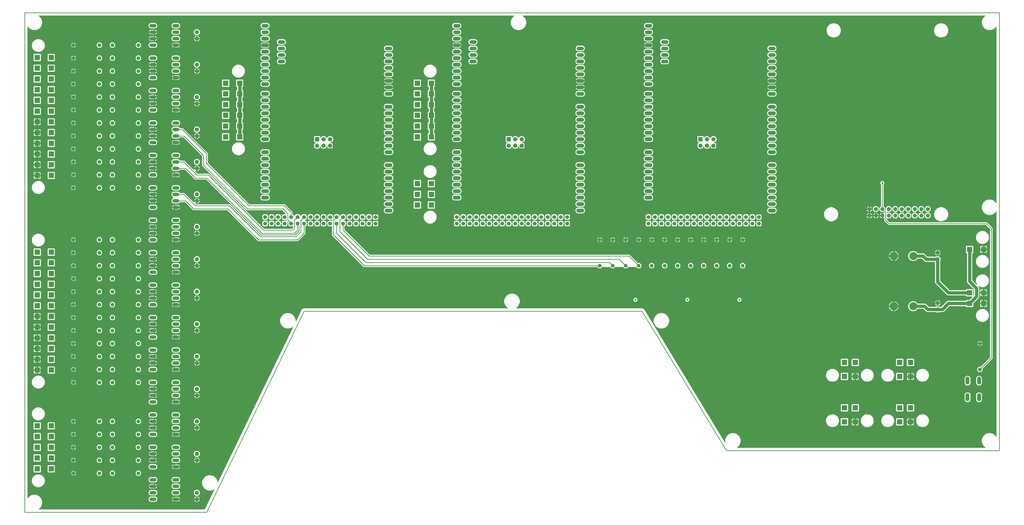
<source format=gbr>
G04 EAGLE Gerber X2 export*
G75*
%MOIN*%
%FSLAX34Y34*%
%LPD*%
%AMOC8*
5,1,8,0,0,1.08239X$1,22.5*%
G01*
%ADD10C,0.059370*%
%ADD11C,0.059370*%
%ADD12C,0.056000*%
%ADD13C,0.066000*%
%ADD14R,0.066000X0.066000*%
%ADD15R,0.082677X0.082677*%
%ADD16P,0.068191X8X292.500000*%
%ADD17C,0.052000*%
%ADD18P,0.056284X8X22.500000*%
%ADD19C,0.060000*%
%ADD20P,0.064943X8X202.500000*%
%ADD21P,0.134216X8X202.500000*%
%ADD22C,0.124000*%
%ADD23P,0.056284X8X112.500000*%
%ADD24C,0.031000*%
%ADD25C,0.050000*%
%ADD26C,0.010000*%
%ADD27C,0.010000*%

G36*
X27699Y431D02*
X27699Y431D01*
X27705Y432D01*
X27711Y432D01*
X27717Y435D01*
X27723Y437D01*
X27728Y441D01*
X27733Y444D01*
X27733Y445D01*
X27741Y454D01*
X27742Y457D01*
X27743Y459D01*
X29173Y3413D01*
X29174Y3416D01*
X29176Y3420D01*
X29176Y3422D01*
X29177Y3424D01*
X29177Y3428D01*
X29178Y3432D01*
X29177Y3434D01*
X29178Y3437D01*
X29177Y3441D01*
X29176Y3445D01*
X29176Y3447D01*
X29175Y3449D01*
X29174Y3453D01*
X29172Y3456D01*
X29171Y3458D01*
X29170Y3460D01*
X29167Y3463D01*
X29165Y3467D01*
X29164Y3468D01*
X29162Y3470D01*
X29159Y3472D01*
X29156Y3475D01*
X29154Y3476D01*
X29152Y3477D01*
X29148Y3479D01*
X29145Y3480D01*
X29143Y3481D01*
X29141Y3482D01*
X29137Y3482D01*
X29133Y3483D01*
X29130Y3483D01*
X29128Y3483D01*
X29124Y3483D01*
X29120Y3483D01*
X29119Y3482D01*
X29116Y3482D01*
X29104Y3477D01*
X28959Y3393D01*
X28656Y3312D01*
X28344Y3312D01*
X28041Y3393D01*
X27770Y3549D01*
X27549Y3770D01*
X27393Y4041D01*
X27312Y4344D01*
X27312Y4656D01*
X27393Y4959D01*
X27549Y5230D01*
X27770Y5451D01*
X28041Y5607D01*
X28344Y5688D01*
X28656Y5688D01*
X28959Y5607D01*
X29230Y5451D01*
X29451Y5230D01*
X29607Y4959D01*
X29685Y4669D01*
X29685Y4668D01*
X29685Y4667D01*
X29687Y4662D01*
X29689Y4658D01*
X29690Y4657D01*
X29691Y4656D01*
X29694Y4652D01*
X29697Y4648D01*
X29698Y4647D01*
X29698Y4646D01*
X29703Y4643D01*
X29707Y4640D01*
X29708Y4640D01*
X29709Y4639D01*
X29713Y4637D01*
X29718Y4635D01*
X29719Y4635D01*
X29720Y4634D01*
X29725Y4634D01*
X29730Y4633D01*
X29731Y4633D01*
X29732Y4633D01*
X29737Y4633D01*
X29743Y4634D01*
X29744Y4634D01*
X29745Y4634D01*
X29749Y4636D01*
X29754Y4638D01*
X29755Y4639D01*
X29756Y4639D01*
X29760Y4642D01*
X29765Y4645D01*
X29765Y4646D01*
X29766Y4646D01*
X29768Y4648D01*
X29773Y4654D01*
X29775Y4659D01*
X29777Y4661D01*
X41308Y28492D01*
X41309Y28496D01*
X41311Y28500D01*
X41311Y28502D01*
X41312Y28504D01*
X41312Y28508D01*
X41313Y28513D01*
X41313Y28515D01*
X41313Y28517D01*
X41312Y28521D01*
X41312Y28525D01*
X41311Y28527D01*
X41311Y28529D01*
X41309Y28533D01*
X41307Y28537D01*
X41306Y28538D01*
X41305Y28540D01*
X41303Y28543D01*
X41300Y28547D01*
X41299Y28548D01*
X41298Y28550D01*
X41294Y28552D01*
X41291Y28555D01*
X41289Y28556D01*
X41288Y28557D01*
X41284Y28559D01*
X41280Y28560D01*
X41278Y28561D01*
X41276Y28562D01*
X41272Y28562D01*
X41268Y28563D01*
X41266Y28563D01*
X41264Y28563D01*
X41259Y28563D01*
X41255Y28562D01*
X41253Y28562D01*
X41251Y28561D01*
X41247Y28560D01*
X41243Y28559D01*
X41242Y28558D01*
X41240Y28557D01*
X41230Y28549D01*
X40959Y28393D01*
X40656Y28312D01*
X40344Y28312D01*
X40041Y28393D01*
X39770Y28549D01*
X39549Y28770D01*
X39393Y29041D01*
X39312Y29344D01*
X39312Y29656D01*
X39393Y29959D01*
X39549Y30230D01*
X39770Y30451D01*
X40041Y30607D01*
X40344Y30688D01*
X40656Y30688D01*
X40959Y30607D01*
X41230Y30451D01*
X41451Y30230D01*
X41607Y29959D01*
X41688Y29656D01*
X41688Y29493D01*
X41688Y29491D01*
X41688Y29490D01*
X41689Y29485D01*
X41690Y29480D01*
X41690Y29479D01*
X41690Y29478D01*
X41693Y29473D01*
X41694Y29469D01*
X41695Y29468D01*
X41696Y29466D01*
X41699Y29463D01*
X41702Y29459D01*
X41703Y29458D01*
X41704Y29457D01*
X41708Y29454D01*
X41711Y29451D01*
X41713Y29450D01*
X41714Y29450D01*
X41718Y29448D01*
X41723Y29446D01*
X41724Y29445D01*
X41725Y29445D01*
X41730Y29444D01*
X41735Y29443D01*
X41736Y29444D01*
X41738Y29443D01*
X41742Y29444D01*
X41747Y29444D01*
X41749Y29445D01*
X41750Y29445D01*
X41754Y29447D01*
X41759Y29448D01*
X41760Y29449D01*
X41761Y29450D01*
X41765Y29453D01*
X41769Y29455D01*
X41770Y29456D01*
X41771Y29457D01*
X41773Y29459D01*
X41778Y29464D01*
X41780Y29469D01*
X41782Y29471D01*
X42606Y31175D01*
X42607Y31177D01*
X42607Y31178D01*
X42635Y31244D01*
X42638Y31247D01*
X42646Y31257D01*
X42647Y31259D01*
X42648Y31261D01*
X42650Y31265D01*
X42703Y31312D01*
X42704Y31314D01*
X42705Y31314D01*
X42756Y31365D01*
X42760Y31367D01*
X42771Y31373D01*
X42773Y31375D01*
X42774Y31376D01*
X42778Y31379D01*
X42845Y31402D01*
X42847Y31403D01*
X42848Y31403D01*
X42914Y31431D01*
X42919Y31431D01*
X42931Y31432D01*
X42934Y31433D01*
X42935Y31433D01*
X42939Y31435D01*
X43011Y31431D01*
X43013Y31431D01*
X43014Y31431D01*
X74292Y31431D01*
X74298Y31431D01*
X74303Y31432D01*
X74304Y31432D01*
X74310Y31434D01*
X74315Y31437D01*
X74316Y31437D01*
X74320Y31440D01*
X74325Y31444D01*
X74326Y31444D01*
X74329Y31449D01*
X74333Y31453D01*
X74333Y31454D01*
X74334Y31454D01*
X74336Y31459D01*
X74339Y31464D01*
X74339Y31465D01*
X74340Y31471D01*
X74341Y31477D01*
X74341Y31483D01*
X74340Y31489D01*
X74340Y31490D01*
X74338Y31495D01*
X74337Y31501D01*
X74336Y31501D01*
X74336Y31502D01*
X74333Y31506D01*
X74330Y31511D01*
X74330Y31512D01*
X74329Y31512D01*
X74320Y31520D01*
X74318Y31522D01*
X74317Y31523D01*
X74270Y31549D01*
X74049Y31770D01*
X73893Y32041D01*
X73812Y32344D01*
X73812Y32656D01*
X73893Y32959D01*
X74049Y33230D01*
X74270Y33451D01*
X74541Y33607D01*
X74844Y33688D01*
X75156Y33688D01*
X75459Y33607D01*
X75730Y33451D01*
X75951Y33230D01*
X76107Y32959D01*
X76188Y32656D01*
X76188Y32344D01*
X76107Y32041D01*
X75951Y31770D01*
X75730Y31549D01*
X75683Y31523D01*
X75679Y31519D01*
X75674Y31516D01*
X75674Y31515D01*
X75670Y31511D01*
X75666Y31506D01*
X75666Y31505D01*
X75664Y31500D01*
X75661Y31495D01*
X75661Y31494D01*
X75660Y31488D01*
X75659Y31483D01*
X75659Y31482D01*
X75659Y31476D01*
X75660Y31470D01*
X75660Y31469D01*
X75662Y31464D01*
X75664Y31458D01*
X75667Y31453D01*
X75671Y31448D01*
X75671Y31447D01*
X75676Y31444D01*
X75680Y31440D01*
X75680Y31439D01*
X75681Y31439D01*
X75686Y31437D01*
X75691Y31434D01*
X75692Y31434D01*
X75704Y31431D01*
X75706Y31431D01*
X75708Y31431D01*
X94964Y31431D01*
X94969Y31431D01*
X94971Y31431D01*
X95020Y31439D01*
X95046Y31432D01*
X95057Y31431D01*
X95058Y31431D01*
X95086Y31431D01*
X95131Y31412D01*
X95136Y31411D01*
X95138Y31410D01*
X95186Y31398D01*
X95208Y31381D01*
X95218Y31376D01*
X95219Y31376D01*
X95244Y31365D01*
X95279Y31330D01*
X95283Y31327D01*
X95285Y31325D01*
X95324Y31296D01*
X95338Y31273D01*
X95345Y31264D01*
X95346Y31263D01*
X95365Y31244D01*
X95384Y31198D01*
X95387Y31194D01*
X95387Y31192D01*
X107729Y10781D01*
X107732Y10777D01*
X107735Y10773D01*
X107736Y10772D01*
X107741Y10768D01*
X107745Y10765D01*
X107746Y10765D01*
X107746Y10764D01*
X107751Y10762D01*
X107756Y10760D01*
X107757Y10760D01*
X107758Y10759D01*
X107763Y10759D01*
X107769Y10758D01*
X107770Y10758D01*
X107775Y10758D01*
X107781Y10759D01*
X107782Y10759D01*
X107787Y10761D01*
X107793Y10763D01*
X107794Y10764D01*
X107798Y10767D01*
X107803Y10770D01*
X107804Y10771D01*
X107808Y10775D01*
X107811Y10779D01*
X107812Y10780D01*
X107814Y10785D01*
X107817Y10790D01*
X107817Y10791D01*
X107818Y10797D01*
X107820Y10802D01*
X107820Y10803D01*
X107820Y10804D01*
X107819Y10816D01*
X107818Y10818D01*
X107818Y10820D01*
X107812Y10844D01*
X107812Y11156D01*
X107893Y11459D01*
X108049Y11730D01*
X108270Y11951D01*
X108541Y12107D01*
X108844Y12188D01*
X109156Y12188D01*
X109459Y12107D01*
X109730Y11951D01*
X109951Y11730D01*
X110107Y11459D01*
X110188Y11156D01*
X110188Y10844D01*
X110107Y10541D01*
X109951Y10270D01*
X109730Y10049D01*
X109683Y10023D01*
X109679Y10019D01*
X109674Y10016D01*
X109674Y10015D01*
X109670Y10011D01*
X109666Y10006D01*
X109666Y10005D01*
X109664Y10000D01*
X109661Y9995D01*
X109661Y9994D01*
X109660Y9988D01*
X109659Y9983D01*
X109659Y9982D01*
X109659Y9976D01*
X109660Y9970D01*
X109660Y9969D01*
X109662Y9964D01*
X109664Y9958D01*
X109667Y9953D01*
X109671Y9948D01*
X109671Y9947D01*
X109676Y9944D01*
X109680Y9940D01*
X109680Y9939D01*
X109681Y9939D01*
X109686Y9937D01*
X109691Y9934D01*
X109692Y9934D01*
X109704Y9931D01*
X109706Y9931D01*
X109708Y9931D01*
X147792Y9931D01*
X147798Y9931D01*
X147803Y9932D01*
X147804Y9932D01*
X147810Y9934D01*
X147815Y9937D01*
X147816Y9937D01*
X147820Y9940D01*
X147825Y9944D01*
X147826Y9944D01*
X147829Y9949D01*
X147833Y9953D01*
X147833Y9954D01*
X147834Y9954D01*
X147836Y9959D01*
X147839Y9964D01*
X147839Y9965D01*
X147840Y9971D01*
X147841Y9977D01*
X147841Y9983D01*
X147840Y9989D01*
X147840Y9990D01*
X147838Y9995D01*
X147837Y10001D01*
X147836Y10001D01*
X147836Y10002D01*
X147833Y10006D01*
X147830Y10011D01*
X147830Y10012D01*
X147829Y10012D01*
X147820Y10020D01*
X147818Y10022D01*
X147817Y10023D01*
X147770Y10049D01*
X147549Y10270D01*
X147393Y10541D01*
X147312Y10844D01*
X147312Y11156D01*
X147393Y11459D01*
X147549Y11730D01*
X147770Y11951D01*
X148041Y12107D01*
X148344Y12188D01*
X148656Y12188D01*
X148959Y12107D01*
X149230Y11951D01*
X149451Y11730D01*
X149477Y11683D01*
X149481Y11679D01*
X149482Y11677D01*
X149483Y11676D01*
X149484Y11674D01*
X149485Y11674D01*
X149489Y11670D01*
X149494Y11666D01*
X149495Y11666D01*
X149500Y11664D01*
X149505Y11661D01*
X149506Y11661D01*
X149512Y11660D01*
X149517Y11659D01*
X149518Y11659D01*
X149524Y11659D01*
X149530Y11660D01*
X149531Y11660D01*
X149536Y11662D01*
X149542Y11664D01*
X149547Y11667D01*
X149552Y11671D01*
X149553Y11671D01*
X149556Y11676D01*
X149560Y11680D01*
X149561Y11680D01*
X149561Y11681D01*
X149563Y11686D01*
X149566Y11691D01*
X149566Y11692D01*
X149567Y11694D01*
X149567Y11695D01*
X149569Y11704D01*
X149569Y11705D01*
X149569Y11706D01*
X149569Y11707D01*
X149569Y11708D01*
X149569Y46292D01*
X149569Y46298D01*
X149568Y46303D01*
X149568Y46304D01*
X149566Y46310D01*
X149563Y46315D01*
X149563Y46316D01*
X149560Y46320D01*
X149556Y46325D01*
X149556Y46326D01*
X149551Y46329D01*
X149547Y46333D01*
X149546Y46333D01*
X149546Y46334D01*
X149541Y46336D01*
X149536Y46339D01*
X149535Y46339D01*
X149529Y46340D01*
X149523Y46341D01*
X149517Y46341D01*
X149511Y46340D01*
X149510Y46340D01*
X149505Y46338D01*
X149499Y46337D01*
X149499Y46336D01*
X149498Y46336D01*
X149494Y46333D01*
X149489Y46330D01*
X149488Y46330D01*
X149488Y46329D01*
X149480Y46320D01*
X149478Y46318D01*
X149477Y46317D01*
X149451Y46270D01*
X149230Y46049D01*
X148959Y45893D01*
X148656Y45812D01*
X148344Y45812D01*
X148041Y45893D01*
X147770Y46049D01*
X147549Y46270D01*
X147393Y46541D01*
X147312Y46844D01*
X147312Y47156D01*
X147393Y47459D01*
X147549Y47730D01*
X147770Y47951D01*
X148041Y48107D01*
X148344Y48188D01*
X148656Y48188D01*
X148959Y48107D01*
X149230Y47951D01*
X149451Y47730D01*
X149477Y47683D01*
X149481Y47679D01*
X149484Y47674D01*
X149485Y47674D01*
X149489Y47670D01*
X149494Y47666D01*
X149495Y47666D01*
X149500Y47664D01*
X149505Y47661D01*
X149506Y47661D01*
X149512Y47660D01*
X149517Y47659D01*
X149518Y47659D01*
X149524Y47659D01*
X149530Y47660D01*
X149531Y47660D01*
X149536Y47662D01*
X149542Y47664D01*
X149547Y47667D01*
X149552Y47671D01*
X149553Y47671D01*
X149556Y47676D01*
X149560Y47680D01*
X149561Y47680D01*
X149561Y47681D01*
X149563Y47686D01*
X149566Y47691D01*
X149566Y47692D01*
X149569Y47704D01*
X149569Y47706D01*
X149569Y47708D01*
X149569Y74792D01*
X149569Y74798D01*
X149568Y74803D01*
X149568Y74804D01*
X149566Y74810D01*
X149563Y74815D01*
X149563Y74816D01*
X149560Y74820D01*
X149556Y74825D01*
X149556Y74826D01*
X149551Y74829D01*
X149547Y74833D01*
X149546Y74833D01*
X149546Y74834D01*
X149541Y74836D01*
X149536Y74839D01*
X149535Y74839D01*
X149529Y74840D01*
X149523Y74841D01*
X149517Y74841D01*
X149511Y74840D01*
X149510Y74840D01*
X149505Y74838D01*
X149499Y74837D01*
X149499Y74836D01*
X149498Y74836D01*
X149494Y74833D01*
X149489Y74830D01*
X149488Y74830D01*
X149488Y74829D01*
X149480Y74820D01*
X149478Y74818D01*
X149477Y74817D01*
X149451Y74770D01*
X149230Y74549D01*
X148959Y74393D01*
X148656Y74312D01*
X148344Y74312D01*
X148041Y74393D01*
X147770Y74549D01*
X147549Y74770D01*
X147393Y75041D01*
X147312Y75344D01*
X147312Y75656D01*
X147393Y75959D01*
X147549Y76230D01*
X147770Y76451D01*
X147817Y76477D01*
X147821Y76481D01*
X147826Y76484D01*
X147826Y76485D01*
X147830Y76489D01*
X147834Y76494D01*
X147834Y76495D01*
X147836Y76500D01*
X147839Y76505D01*
X147839Y76506D01*
X147840Y76512D01*
X147841Y76517D01*
X147841Y76518D01*
X147841Y76524D01*
X147840Y76530D01*
X147840Y76531D01*
X147838Y76536D01*
X147836Y76542D01*
X147833Y76547D01*
X147829Y76552D01*
X147829Y76553D01*
X147824Y76556D01*
X147820Y76560D01*
X147820Y76561D01*
X147819Y76561D01*
X147814Y76563D01*
X147809Y76566D01*
X147808Y76566D01*
X147796Y76569D01*
X147794Y76569D01*
X147792Y76569D01*
X76708Y76569D01*
X76702Y76569D01*
X76697Y76568D01*
X76696Y76568D01*
X76690Y76566D01*
X76685Y76563D01*
X76684Y76563D01*
X76680Y76560D01*
X76675Y76556D01*
X76674Y76556D01*
X76671Y76551D01*
X76667Y76547D01*
X76667Y76546D01*
X76666Y76546D01*
X76664Y76541D01*
X76661Y76536D01*
X76661Y76535D01*
X76660Y76529D01*
X76659Y76523D01*
X76659Y76517D01*
X76660Y76511D01*
X76660Y76510D01*
X76662Y76505D01*
X76663Y76499D01*
X76664Y76499D01*
X76664Y76498D01*
X76667Y76494D01*
X76670Y76489D01*
X76670Y76488D01*
X76671Y76488D01*
X76680Y76480D01*
X76682Y76478D01*
X76683Y76477D01*
X76730Y76451D01*
X76951Y76230D01*
X77107Y75959D01*
X77188Y75656D01*
X77188Y75344D01*
X77107Y75041D01*
X76951Y74770D01*
X76730Y74549D01*
X76459Y74393D01*
X76156Y74312D01*
X75844Y74312D01*
X75541Y74393D01*
X75270Y74549D01*
X75049Y74770D01*
X74893Y75041D01*
X74812Y75344D01*
X74812Y75656D01*
X74893Y75959D01*
X75049Y76230D01*
X75270Y76451D01*
X75317Y76477D01*
X75321Y76481D01*
X75326Y76484D01*
X75326Y76485D01*
X75330Y76489D01*
X75334Y76494D01*
X75334Y76495D01*
X75336Y76500D01*
X75339Y76505D01*
X75339Y76506D01*
X75340Y76512D01*
X75341Y76517D01*
X75341Y76518D01*
X75341Y76524D01*
X75340Y76530D01*
X75340Y76531D01*
X75338Y76536D01*
X75336Y76542D01*
X75333Y76547D01*
X75329Y76552D01*
X75329Y76553D01*
X75324Y76556D01*
X75320Y76560D01*
X75320Y76561D01*
X75319Y76561D01*
X75314Y76563D01*
X75309Y76566D01*
X75308Y76566D01*
X75296Y76569D01*
X75294Y76569D01*
X75292Y76569D01*
X2208Y76569D01*
X2202Y76569D01*
X2197Y76568D01*
X2196Y76568D01*
X2190Y76566D01*
X2185Y76563D01*
X2184Y76563D01*
X2180Y76560D01*
X2175Y76556D01*
X2174Y76556D01*
X2171Y76551D01*
X2167Y76547D01*
X2167Y76546D01*
X2166Y76546D01*
X2164Y76541D01*
X2161Y76536D01*
X2161Y76535D01*
X2160Y76529D01*
X2159Y76523D01*
X2159Y76517D01*
X2160Y76511D01*
X2160Y76510D01*
X2162Y76505D01*
X2163Y76499D01*
X2164Y76499D01*
X2164Y76498D01*
X2167Y76494D01*
X2170Y76489D01*
X2170Y76488D01*
X2171Y76488D01*
X2180Y76480D01*
X2182Y76478D01*
X2183Y76477D01*
X2230Y76451D01*
X2451Y76230D01*
X2607Y75959D01*
X2688Y75656D01*
X2688Y75344D01*
X2607Y75041D01*
X2451Y74770D01*
X2230Y74549D01*
X1959Y74393D01*
X1656Y74312D01*
X1344Y74312D01*
X1041Y74393D01*
X770Y74549D01*
X549Y74770D01*
X523Y74817D01*
X519Y74821D01*
X516Y74826D01*
X515Y74826D01*
X511Y74830D01*
X506Y74834D01*
X505Y74834D01*
X500Y74836D01*
X495Y74839D01*
X494Y74839D01*
X488Y74840D01*
X483Y74841D01*
X482Y74841D01*
X476Y74841D01*
X470Y74840D01*
X469Y74840D01*
X464Y74838D01*
X458Y74836D01*
X453Y74833D01*
X448Y74829D01*
X447Y74829D01*
X444Y74824D01*
X440Y74820D01*
X439Y74820D01*
X439Y74819D01*
X437Y74814D01*
X434Y74809D01*
X434Y74808D01*
X431Y74796D01*
X431Y74794D01*
X431Y74792D01*
X431Y2208D01*
X431Y2202D01*
X432Y2197D01*
X432Y2196D01*
X434Y2190D01*
X437Y2185D01*
X437Y2184D01*
X440Y2180D01*
X444Y2175D01*
X444Y2174D01*
X449Y2171D01*
X453Y2167D01*
X454Y2167D01*
X454Y2166D01*
X459Y2164D01*
X464Y2161D01*
X465Y2161D01*
X471Y2160D01*
X477Y2159D01*
X483Y2159D01*
X489Y2160D01*
X490Y2160D01*
X495Y2162D01*
X501Y2163D01*
X501Y2164D01*
X502Y2164D01*
X506Y2167D01*
X511Y2170D01*
X512Y2170D01*
X512Y2171D01*
X520Y2180D01*
X522Y2182D01*
X523Y2183D01*
X549Y2230D01*
X770Y2451D01*
X1041Y2607D01*
X1344Y2688D01*
X1656Y2688D01*
X1959Y2607D01*
X2230Y2451D01*
X2451Y2230D01*
X2607Y1959D01*
X2688Y1656D01*
X2688Y1344D01*
X2607Y1041D01*
X2451Y770D01*
X2230Y549D01*
X2183Y523D01*
X2179Y519D01*
X2174Y516D01*
X2174Y515D01*
X2170Y511D01*
X2166Y506D01*
X2166Y505D01*
X2164Y500D01*
X2161Y495D01*
X2161Y494D01*
X2160Y488D01*
X2159Y483D01*
X2159Y482D01*
X2159Y476D01*
X2160Y470D01*
X2160Y469D01*
X2162Y464D01*
X2164Y458D01*
X2167Y453D01*
X2171Y448D01*
X2171Y447D01*
X2176Y444D01*
X2180Y440D01*
X2180Y439D01*
X2181Y439D01*
X2186Y437D01*
X2191Y434D01*
X2192Y434D01*
X2204Y431D01*
X2206Y431D01*
X2208Y431D01*
X27699Y431D01*
X27699Y431D01*
G37*
%LPC*%
G36*
X88330Y37589D02*
X88330Y37589D01*
X88134Y37785D01*
X88131Y37787D01*
X88128Y37790D01*
X88126Y37791D01*
X88124Y37792D01*
X88121Y37794D01*
X88117Y37796D01*
X88115Y37796D01*
X88113Y37797D01*
X88101Y37799D01*
X88100Y37799D01*
X88099Y37799D01*
X52210Y37799D01*
X52136Y37830D01*
X47330Y42636D01*
X47299Y42710D01*
X47299Y44050D01*
X47299Y44055D01*
X47298Y44060D01*
X47298Y44061D01*
X47298Y44062D01*
X47296Y44067D01*
X47294Y44072D01*
X47294Y44073D01*
X47293Y44074D01*
X47290Y44078D01*
X47287Y44082D01*
X47286Y44083D01*
X47286Y44084D01*
X47282Y44087D01*
X47278Y44090D01*
X47277Y44091D01*
X47276Y44092D01*
X47272Y44094D01*
X47267Y44096D01*
X47266Y44096D01*
X47265Y44097D01*
X47253Y44099D01*
X47251Y44099D01*
X47250Y44099D01*
X47212Y44099D01*
X47211Y44099D01*
X47210Y44099D01*
X47208Y44099D01*
X47200Y44098D01*
X47195Y44096D01*
X47193Y44096D01*
X47089Y44052D01*
X46911Y44052D01*
X46807Y44096D01*
X46806Y44096D01*
X46805Y44096D01*
X46803Y44097D01*
X46795Y44099D01*
X46790Y44099D01*
X46788Y44099D01*
X46688Y44099D01*
X46599Y44188D01*
X46599Y44288D01*
X46599Y44289D01*
X46599Y44290D01*
X46599Y44292D01*
X46598Y44300D01*
X46596Y44305D01*
X46596Y44307D01*
X46552Y44411D01*
X46552Y44589D01*
X46596Y44693D01*
X46596Y44694D01*
X46596Y44695D01*
X46597Y44697D01*
X46599Y44705D01*
X46599Y44710D01*
X46599Y44712D01*
X46599Y44812D01*
X46688Y44901D01*
X46788Y44901D01*
X46789Y44901D01*
X46790Y44901D01*
X46792Y44901D01*
X46800Y44902D01*
X46805Y44904D01*
X46807Y44904D01*
X46911Y44948D01*
X47089Y44948D01*
X47193Y44904D01*
X47194Y44904D01*
X47195Y44904D01*
X47197Y44903D01*
X47205Y44901D01*
X47210Y44901D01*
X47212Y44901D01*
X47250Y44901D01*
X47255Y44901D01*
X47260Y44902D01*
X47261Y44902D01*
X47262Y44902D01*
X47267Y44904D01*
X47272Y44906D01*
X47273Y44906D01*
X47274Y44907D01*
X47278Y44910D01*
X47282Y44913D01*
X47283Y44914D01*
X47284Y44914D01*
X47287Y44918D01*
X47290Y44922D01*
X47291Y44923D01*
X47292Y44924D01*
X47294Y44928D01*
X47296Y44933D01*
X47296Y44934D01*
X47297Y44935D01*
X47299Y44947D01*
X47299Y44949D01*
X47299Y44950D01*
X47299Y45047D01*
X47299Y45048D01*
X47299Y45050D01*
X47299Y45052D01*
X47299Y45055D01*
X47299Y45058D01*
X47298Y45060D01*
X47298Y45062D01*
X47297Y45063D01*
X47297Y45064D01*
X47296Y45068D01*
X47295Y45070D01*
X47294Y45072D01*
X47293Y45074D01*
X47292Y45075D01*
X47290Y45079D01*
X47289Y45080D01*
X47288Y45082D01*
X47285Y45085D01*
X47282Y45088D01*
X47280Y45089D01*
X47278Y45090D01*
X47275Y45092D01*
X47271Y45094D01*
X47269Y45095D01*
X47267Y45096D01*
X47265Y45097D01*
X47264Y45097D01*
X47260Y45098D01*
X47254Y45099D01*
X47253Y45099D01*
X47252Y45099D01*
X47250Y45099D01*
X47212Y45099D01*
X47211Y45099D01*
X47210Y45099D01*
X47208Y45099D01*
X47200Y45098D01*
X47195Y45096D01*
X47193Y45096D01*
X47089Y45052D01*
X46911Y45052D01*
X46807Y45096D01*
X46806Y45096D01*
X46805Y45096D01*
X46803Y45097D01*
X46795Y45099D01*
X46790Y45099D01*
X46788Y45099D01*
X46688Y45099D01*
X46599Y45188D01*
X46599Y45288D01*
X46599Y45289D01*
X46599Y45290D01*
X46599Y45292D01*
X46598Y45300D01*
X46596Y45305D01*
X46596Y45307D01*
X46552Y45411D01*
X46552Y45589D01*
X46596Y45693D01*
X46596Y45694D01*
X46596Y45695D01*
X46597Y45697D01*
X46599Y45705D01*
X46599Y45710D01*
X46599Y45712D01*
X46599Y45812D01*
X46688Y45901D01*
X46788Y45901D01*
X46789Y45901D01*
X46790Y45901D01*
X46792Y45901D01*
X46800Y45902D01*
X46805Y45904D01*
X46807Y45904D01*
X46911Y45948D01*
X47089Y45948D01*
X47193Y45904D01*
X47194Y45904D01*
X47195Y45904D01*
X47197Y45903D01*
X47205Y45901D01*
X47210Y45901D01*
X47212Y45901D01*
X47312Y45901D01*
X47401Y45812D01*
X47401Y45712D01*
X47401Y45711D01*
X47401Y45710D01*
X47401Y45708D01*
X47402Y45700D01*
X47404Y45695D01*
X47404Y45693D01*
X47448Y45589D01*
X47448Y45411D01*
X47415Y45333D01*
X47415Y45331D01*
X47414Y45328D01*
X47413Y45325D01*
X47412Y45321D01*
X47412Y45319D01*
X47412Y45316D01*
X47412Y45312D01*
X47412Y45309D01*
X47413Y45306D01*
X47413Y45303D01*
X47414Y45300D01*
X47415Y45297D01*
X47416Y45294D01*
X47417Y45292D01*
X47419Y45289D01*
X47421Y45286D01*
X47423Y45284D01*
X47424Y45282D01*
X47427Y45279D01*
X47429Y45277D01*
X47432Y45275D01*
X47434Y45273D01*
X47437Y45272D01*
X47440Y45270D01*
X47442Y45269D01*
X47445Y45268D01*
X47448Y45267D01*
X47452Y45266D01*
X47454Y45266D01*
X47457Y45265D01*
X47461Y45266D01*
X47464Y45265D01*
X47467Y45266D01*
X47469Y45266D01*
X47473Y45267D01*
X47476Y45268D01*
X47479Y45269D01*
X47481Y45270D01*
X47483Y45271D01*
X47487Y45273D01*
X47494Y45278D01*
X47496Y45280D01*
X47551Y45335D01*
X47552Y45336D01*
X47553Y45337D01*
X47556Y45341D01*
X47559Y45345D01*
X47559Y45346D01*
X47560Y45347D01*
X47562Y45352D01*
X47564Y45356D01*
X47564Y45358D01*
X47564Y45359D01*
X47565Y45364D01*
X47565Y45368D01*
X47565Y45370D01*
X47565Y45371D01*
X47565Y45374D01*
X47564Y45381D01*
X47562Y45386D01*
X47562Y45389D01*
X47552Y45411D01*
X47552Y45589D01*
X47596Y45693D01*
X47596Y45694D01*
X47596Y45695D01*
X47597Y45697D01*
X47599Y45705D01*
X47599Y45710D01*
X47599Y45712D01*
X47599Y45812D01*
X47688Y45901D01*
X47788Y45901D01*
X47789Y45901D01*
X47790Y45901D01*
X47792Y45901D01*
X47800Y45902D01*
X47805Y45904D01*
X47807Y45904D01*
X47911Y45948D01*
X48089Y45948D01*
X48193Y45904D01*
X48194Y45904D01*
X48195Y45904D01*
X48197Y45903D01*
X48205Y45901D01*
X48210Y45901D01*
X48212Y45901D01*
X48312Y45901D01*
X48401Y45812D01*
X48401Y45750D01*
X48401Y45745D01*
X48402Y45740D01*
X48402Y45739D01*
X48402Y45738D01*
X48404Y45733D01*
X48406Y45728D01*
X48406Y45727D01*
X48407Y45726D01*
X48410Y45722D01*
X48413Y45718D01*
X48414Y45717D01*
X48414Y45716D01*
X48418Y45713D01*
X48422Y45710D01*
X48423Y45709D01*
X48424Y45708D01*
X48428Y45706D01*
X48433Y45704D01*
X48434Y45704D01*
X48435Y45703D01*
X48447Y45701D01*
X48449Y45701D01*
X48450Y45701D01*
X48550Y45701D01*
X48555Y45701D01*
X48560Y45702D01*
X48561Y45702D01*
X48562Y45702D01*
X48567Y45704D01*
X48572Y45706D01*
X48573Y45706D01*
X48574Y45707D01*
X48578Y45710D01*
X48582Y45713D01*
X48583Y45714D01*
X48584Y45714D01*
X48587Y45718D01*
X48590Y45722D01*
X48591Y45723D01*
X48592Y45724D01*
X48594Y45728D01*
X48596Y45733D01*
X48596Y45734D01*
X48597Y45735D01*
X48599Y45747D01*
X48599Y45749D01*
X48599Y45750D01*
X48599Y45812D01*
X48688Y45901D01*
X48788Y45901D01*
X48789Y45901D01*
X48790Y45901D01*
X48792Y45901D01*
X48800Y45902D01*
X48805Y45904D01*
X48807Y45904D01*
X48911Y45948D01*
X49089Y45948D01*
X49193Y45904D01*
X49194Y45904D01*
X49195Y45904D01*
X49197Y45903D01*
X49205Y45901D01*
X49210Y45901D01*
X49212Y45901D01*
X49312Y45901D01*
X49401Y45812D01*
X49401Y45712D01*
X49401Y45711D01*
X49401Y45710D01*
X49401Y45708D01*
X49402Y45700D01*
X49404Y45695D01*
X49404Y45693D01*
X49448Y45589D01*
X49448Y45411D01*
X49404Y45307D01*
X49404Y45306D01*
X49404Y45305D01*
X49403Y45303D01*
X49401Y45295D01*
X49401Y45290D01*
X49401Y45288D01*
X49401Y45188D01*
X49312Y45099D01*
X49250Y45099D01*
X49245Y45099D01*
X49240Y45098D01*
X49239Y45098D01*
X49238Y45098D01*
X49233Y45096D01*
X49228Y45094D01*
X49227Y45094D01*
X49226Y45093D01*
X49222Y45090D01*
X49218Y45087D01*
X49217Y45086D01*
X49216Y45086D01*
X49213Y45082D01*
X49210Y45078D01*
X49209Y45077D01*
X49208Y45076D01*
X49206Y45072D01*
X49204Y45067D01*
X49204Y45066D01*
X49203Y45065D01*
X49201Y45053D01*
X49201Y45051D01*
X49201Y45050D01*
X49201Y44950D01*
X49201Y44945D01*
X49202Y44940D01*
X49202Y44939D01*
X49202Y44938D01*
X49204Y44933D01*
X49206Y44928D01*
X49206Y44927D01*
X49207Y44926D01*
X49210Y44922D01*
X49213Y44918D01*
X49214Y44917D01*
X49214Y44916D01*
X49218Y44913D01*
X49222Y44910D01*
X49223Y44909D01*
X49224Y44908D01*
X49228Y44906D01*
X49233Y44904D01*
X49234Y44904D01*
X49235Y44903D01*
X49247Y44901D01*
X49249Y44901D01*
X49250Y44901D01*
X49312Y44901D01*
X49401Y44812D01*
X49401Y44712D01*
X49401Y44711D01*
X49401Y44710D01*
X49401Y44708D01*
X49402Y44700D01*
X49404Y44695D01*
X49404Y44693D01*
X49448Y44589D01*
X49448Y44411D01*
X49404Y44307D01*
X49404Y44306D01*
X49404Y44305D01*
X49403Y44303D01*
X49401Y44295D01*
X49401Y44290D01*
X49401Y44288D01*
X49401Y44188D01*
X49312Y44099D01*
X49250Y44099D01*
X49245Y44099D01*
X49240Y44098D01*
X49239Y44098D01*
X49238Y44098D01*
X49233Y44096D01*
X49228Y44094D01*
X49227Y44094D01*
X49226Y44093D01*
X49222Y44090D01*
X49218Y44087D01*
X49217Y44086D01*
X49216Y44086D01*
X49213Y44082D01*
X49210Y44078D01*
X49209Y44077D01*
X49208Y44076D01*
X49206Y44072D01*
X49204Y44067D01*
X49204Y44066D01*
X49203Y44065D01*
X49201Y44053D01*
X49201Y44051D01*
X49201Y44050D01*
X49201Y43604D01*
X49201Y43599D01*
X49201Y43595D01*
X49202Y43593D01*
X49202Y43591D01*
X49204Y43587D01*
X49205Y43583D01*
X49206Y43582D01*
X49207Y43580D01*
X49214Y43570D01*
X49215Y43569D01*
X53069Y39715D01*
X53072Y39713D01*
X53075Y39710D01*
X53077Y39709D01*
X53079Y39708D01*
X53082Y39706D01*
X53086Y39704D01*
X53088Y39704D01*
X53090Y39703D01*
X53102Y39701D01*
X53103Y39701D01*
X53104Y39701D01*
X93040Y39701D01*
X93114Y39670D01*
X93177Y39607D01*
X94359Y38425D01*
X94362Y38423D01*
X94365Y38420D01*
X94367Y38419D01*
X94369Y38418D01*
X94372Y38416D01*
X94376Y38414D01*
X94378Y38414D01*
X94380Y38413D01*
X94392Y38411D01*
X94393Y38411D01*
X94394Y38411D01*
X94670Y38411D01*
X94911Y38170D01*
X94911Y37830D01*
X94670Y37589D01*
X94330Y37589D01*
X94134Y37785D01*
X94131Y37787D01*
X94128Y37790D01*
X94126Y37791D01*
X94124Y37792D01*
X94121Y37794D01*
X94117Y37796D01*
X94115Y37796D01*
X94113Y37797D01*
X94101Y37799D01*
X94100Y37799D01*
X94099Y37799D01*
X92901Y37799D01*
X92896Y37799D01*
X92892Y37799D01*
X92890Y37798D01*
X92888Y37798D01*
X92884Y37796D01*
X92880Y37795D01*
X92879Y37794D01*
X92877Y37793D01*
X92867Y37786D01*
X92866Y37785D01*
X92670Y37589D01*
X92330Y37589D01*
X92134Y37785D01*
X92131Y37787D01*
X92128Y37790D01*
X92126Y37791D01*
X92124Y37792D01*
X92121Y37794D01*
X92117Y37796D01*
X92115Y37796D01*
X92113Y37797D01*
X92101Y37799D01*
X92100Y37799D01*
X92099Y37799D01*
X90901Y37799D01*
X90896Y37799D01*
X90892Y37799D01*
X90890Y37798D01*
X90888Y37798D01*
X90884Y37796D01*
X90880Y37795D01*
X90879Y37794D01*
X90877Y37793D01*
X90867Y37786D01*
X90866Y37785D01*
X90670Y37589D01*
X90330Y37589D01*
X90134Y37785D01*
X90131Y37787D01*
X90128Y37790D01*
X90126Y37791D01*
X90124Y37792D01*
X90121Y37794D01*
X90117Y37796D01*
X90115Y37796D01*
X90113Y37797D01*
X90101Y37799D01*
X90100Y37799D01*
X90099Y37799D01*
X88901Y37799D01*
X88896Y37799D01*
X88892Y37799D01*
X88890Y37798D01*
X88888Y37798D01*
X88884Y37796D01*
X88880Y37795D01*
X88879Y37794D01*
X88877Y37793D01*
X88867Y37786D01*
X88866Y37785D01*
X88670Y37589D01*
X88330Y37589D01*
G37*
%LPD*%
%LPC*%
G36*
X35960Y41799D02*
X35960Y41799D01*
X35886Y41830D01*
X35823Y41893D01*
X31181Y46535D01*
X31178Y46537D01*
X31175Y46540D01*
X31173Y46541D01*
X31171Y46542D01*
X31168Y46544D01*
X31164Y46546D01*
X31162Y46546D01*
X31160Y46547D01*
X31148Y46549D01*
X31147Y46549D01*
X31146Y46549D01*
X25960Y46549D01*
X25886Y46580D01*
X25823Y46643D01*
X24681Y47785D01*
X24678Y47787D01*
X24675Y47790D01*
X24673Y47791D01*
X24671Y47792D01*
X24668Y47794D01*
X24664Y47796D01*
X24662Y47796D01*
X24660Y47797D01*
X24648Y47799D01*
X24647Y47799D01*
X24646Y47799D01*
X23914Y47799D01*
X23913Y47799D01*
X23911Y47799D01*
X23907Y47798D01*
X23902Y47798D01*
X23901Y47797D01*
X23899Y47797D01*
X23895Y47795D01*
X23890Y47793D01*
X23889Y47792D01*
X23888Y47792D01*
X23884Y47789D01*
X23880Y47786D01*
X23879Y47785D01*
X23878Y47784D01*
X23877Y47781D01*
X23873Y47776D01*
X23870Y47771D01*
X23869Y47769D01*
X23868Y47767D01*
X23753Y47652D01*
X23602Y47589D01*
X22918Y47589D01*
X22767Y47652D01*
X22652Y47767D01*
X22589Y47918D01*
X22589Y48082D01*
X22652Y48233D01*
X22767Y48348D01*
X22769Y48349D01*
X22770Y48350D01*
X22772Y48350D01*
X22776Y48353D01*
X22780Y48355D01*
X22781Y48356D01*
X22782Y48357D01*
X22785Y48360D01*
X22789Y48364D01*
X22789Y48365D01*
X22790Y48366D01*
X22793Y48370D01*
X22795Y48374D01*
X22795Y48376D01*
X22796Y48377D01*
X22797Y48380D01*
X22799Y48386D01*
X22799Y48392D01*
X22799Y48394D01*
X22799Y48606D01*
X22799Y48607D01*
X22799Y48609D01*
X22798Y48613D01*
X22798Y48618D01*
X22797Y48619D01*
X22797Y48621D01*
X22795Y48625D01*
X22793Y48630D01*
X22792Y48631D01*
X22792Y48632D01*
X22789Y48636D01*
X22786Y48640D01*
X22785Y48641D01*
X22784Y48642D01*
X22781Y48643D01*
X22776Y48647D01*
X22771Y48650D01*
X22769Y48651D01*
X22767Y48652D01*
X22652Y48767D01*
X22589Y48918D01*
X22589Y49082D01*
X22652Y49233D01*
X22767Y49348D01*
X22918Y49411D01*
X23602Y49411D01*
X23753Y49348D01*
X23868Y49233D01*
X23869Y49231D01*
X23870Y49230D01*
X23870Y49228D01*
X23873Y49224D01*
X23875Y49220D01*
X23876Y49219D01*
X23877Y49218D01*
X23880Y49215D01*
X23884Y49211D01*
X23885Y49211D01*
X23886Y49210D01*
X23890Y49207D01*
X23894Y49205D01*
X23896Y49205D01*
X23897Y49204D01*
X23900Y49203D01*
X23906Y49201D01*
X23912Y49201D01*
X23914Y49201D01*
X24540Y49201D01*
X24614Y49170D01*
X26000Y47784D01*
X26005Y47780D01*
X26009Y47777D01*
X26010Y47776D01*
X26015Y47774D01*
X26020Y47772D01*
X26021Y47771D01*
X26027Y47770D01*
X26032Y47769D01*
X26033Y47769D01*
X26034Y47769D01*
X26039Y47770D01*
X26045Y47770D01*
X26046Y47771D01*
X26051Y47772D01*
X26057Y47774D01*
X26057Y47775D01*
X26058Y47775D01*
X26062Y47778D01*
X26067Y47781D01*
X26067Y47782D01*
X26068Y47782D01*
X26072Y47786D01*
X26075Y47790D01*
X26076Y47791D01*
X26079Y47796D01*
X26081Y47801D01*
X26081Y47802D01*
X26082Y47803D01*
X26084Y47815D01*
X26084Y47817D01*
X26084Y47819D01*
X26084Y47921D01*
X26421Y47921D01*
X26421Y47584D01*
X26319Y47584D01*
X26313Y47584D01*
X26307Y47583D01*
X26306Y47583D01*
X26301Y47581D01*
X26296Y47579D01*
X26295Y47578D01*
X26290Y47575D01*
X26286Y47572D01*
X26285Y47571D01*
X26281Y47566D01*
X26277Y47562D01*
X26277Y47561D01*
X26274Y47556D01*
X26272Y47551D01*
X26272Y47550D01*
X26271Y47544D01*
X26269Y47539D01*
X26269Y47538D01*
X26270Y47532D01*
X26270Y47526D01*
X26270Y47525D01*
X26272Y47520D01*
X26274Y47515D01*
X26274Y47514D01*
X26274Y47513D01*
X26281Y47503D01*
X26283Y47501D01*
X26284Y47500D01*
X26319Y47465D01*
X26322Y47463D01*
X26325Y47460D01*
X26327Y47459D01*
X26329Y47458D01*
X26332Y47456D01*
X26336Y47454D01*
X26338Y47454D01*
X26340Y47453D01*
X26352Y47451D01*
X26353Y47451D01*
X26354Y47451D01*
X31540Y47451D01*
X31614Y47420D01*
X36319Y42715D01*
X36322Y42713D01*
X36325Y42710D01*
X36327Y42709D01*
X36329Y42708D01*
X36332Y42706D01*
X36336Y42704D01*
X36338Y42704D01*
X36340Y42703D01*
X36352Y42701D01*
X36353Y42701D01*
X36354Y42701D01*
X41646Y42701D01*
X41651Y42701D01*
X41655Y42701D01*
X41657Y42702D01*
X41659Y42702D01*
X41663Y42704D01*
X41667Y42705D01*
X41668Y42706D01*
X41670Y42707D01*
X41680Y42714D01*
X41681Y42715D01*
X42285Y43319D01*
X42287Y43322D01*
X42290Y43325D01*
X42291Y43327D01*
X42292Y43329D01*
X42294Y43332D01*
X42296Y43336D01*
X42296Y43338D01*
X42297Y43340D01*
X42299Y43352D01*
X42299Y43353D01*
X42299Y43354D01*
X42299Y44050D01*
X42299Y44055D01*
X42298Y44060D01*
X42298Y44061D01*
X42298Y44062D01*
X42296Y44067D01*
X42294Y44072D01*
X42294Y44073D01*
X42293Y44074D01*
X42290Y44078D01*
X42287Y44082D01*
X42286Y44083D01*
X42286Y44084D01*
X42282Y44087D01*
X42278Y44090D01*
X42277Y44091D01*
X42276Y44092D01*
X42272Y44094D01*
X42267Y44096D01*
X42266Y44096D01*
X42265Y44097D01*
X42253Y44099D01*
X42251Y44099D01*
X42250Y44099D01*
X42245Y44099D01*
X42240Y44098D01*
X42239Y44098D01*
X42238Y44098D01*
X42233Y44096D01*
X42228Y44094D01*
X42227Y44094D01*
X42226Y44093D01*
X42222Y44090D01*
X42218Y44087D01*
X42217Y44086D01*
X42216Y44086D01*
X42213Y44082D01*
X42210Y44078D01*
X42209Y44077D01*
X42208Y44076D01*
X42206Y44072D01*
X42204Y44067D01*
X42204Y44066D01*
X42203Y44065D01*
X42201Y44053D01*
X42201Y44051D01*
X42201Y44050D01*
X42201Y43460D01*
X42170Y43386D01*
X41614Y42830D01*
X41540Y42799D01*
X36460Y42799D01*
X36386Y42830D01*
X27931Y51285D01*
X27928Y51287D01*
X27925Y51290D01*
X27923Y51291D01*
X27921Y51292D01*
X27918Y51294D01*
X27914Y51296D01*
X27912Y51296D01*
X27910Y51297D01*
X27898Y51299D01*
X27897Y51299D01*
X27896Y51299D01*
X26210Y51299D01*
X26136Y51330D01*
X24681Y52785D01*
X24678Y52787D01*
X24675Y52790D01*
X24673Y52791D01*
X24671Y52792D01*
X24668Y52794D01*
X24664Y52796D01*
X24662Y52796D01*
X24660Y52797D01*
X24648Y52799D01*
X24647Y52799D01*
X24646Y52799D01*
X23914Y52799D01*
X23913Y52799D01*
X23911Y52799D01*
X23907Y52798D01*
X23902Y52798D01*
X23901Y52797D01*
X23899Y52797D01*
X23895Y52795D01*
X23890Y52793D01*
X23889Y52792D01*
X23888Y52792D01*
X23884Y52789D01*
X23880Y52786D01*
X23879Y52785D01*
X23878Y52784D01*
X23877Y52781D01*
X23873Y52776D01*
X23870Y52771D01*
X23869Y52769D01*
X23868Y52767D01*
X23753Y52652D01*
X23602Y52589D01*
X22918Y52589D01*
X22767Y52652D01*
X22652Y52767D01*
X22589Y52918D01*
X22589Y53082D01*
X22652Y53233D01*
X22767Y53348D01*
X22769Y53349D01*
X22770Y53350D01*
X22772Y53350D01*
X22776Y53353D01*
X22780Y53355D01*
X22781Y53356D01*
X22782Y53357D01*
X22785Y53360D01*
X22789Y53364D01*
X22789Y53365D01*
X22790Y53366D01*
X22793Y53370D01*
X22795Y53374D01*
X22795Y53376D01*
X22796Y53377D01*
X22797Y53380D01*
X22799Y53386D01*
X22799Y53392D01*
X22799Y53394D01*
X22799Y53606D01*
X22799Y53607D01*
X22799Y53609D01*
X22798Y53613D01*
X22798Y53618D01*
X22797Y53619D01*
X22797Y53621D01*
X22795Y53625D01*
X22793Y53630D01*
X22792Y53631D01*
X22792Y53632D01*
X22789Y53636D01*
X22786Y53640D01*
X22785Y53641D01*
X22784Y53642D01*
X22781Y53643D01*
X22776Y53647D01*
X22771Y53650D01*
X22769Y53651D01*
X22767Y53652D01*
X22652Y53767D01*
X22589Y53918D01*
X22589Y54082D01*
X22652Y54233D01*
X22767Y54348D01*
X22918Y54411D01*
X23602Y54411D01*
X23753Y54348D01*
X23868Y54233D01*
X23869Y54231D01*
X23870Y54230D01*
X23870Y54228D01*
X23873Y54224D01*
X23875Y54220D01*
X23876Y54219D01*
X23877Y54218D01*
X23880Y54215D01*
X23884Y54211D01*
X23885Y54211D01*
X23886Y54210D01*
X23890Y54207D01*
X23894Y54205D01*
X23896Y54205D01*
X23897Y54204D01*
X23900Y54203D01*
X23906Y54201D01*
X23912Y54201D01*
X23914Y54201D01*
X24540Y54201D01*
X24614Y54170D01*
X26000Y52784D01*
X26005Y52780D01*
X26009Y52777D01*
X26010Y52776D01*
X26015Y52774D01*
X26020Y52772D01*
X26021Y52771D01*
X26027Y52770D01*
X26032Y52769D01*
X26033Y52769D01*
X26034Y52769D01*
X26039Y52770D01*
X26045Y52770D01*
X26046Y52771D01*
X26051Y52772D01*
X26057Y52774D01*
X26057Y52775D01*
X26058Y52775D01*
X26062Y52778D01*
X26067Y52781D01*
X26067Y52782D01*
X26068Y52782D01*
X26072Y52786D01*
X26075Y52790D01*
X26076Y52791D01*
X26079Y52796D01*
X26081Y52801D01*
X26081Y52802D01*
X26082Y52803D01*
X26084Y52815D01*
X26084Y52817D01*
X26084Y52819D01*
X26084Y52921D01*
X26421Y52921D01*
X26421Y52584D01*
X26319Y52584D01*
X26313Y52584D01*
X26307Y52583D01*
X26306Y52583D01*
X26301Y52581D01*
X26296Y52579D01*
X26295Y52578D01*
X26290Y52575D01*
X26286Y52572D01*
X26285Y52571D01*
X26281Y52566D01*
X26277Y52562D01*
X26277Y52561D01*
X26274Y52556D01*
X26272Y52551D01*
X26272Y52550D01*
X26271Y52544D01*
X26269Y52539D01*
X26269Y52538D01*
X26270Y52532D01*
X26270Y52526D01*
X26270Y52525D01*
X26272Y52520D01*
X26274Y52515D01*
X26274Y52514D01*
X26274Y52513D01*
X26281Y52503D01*
X26283Y52501D01*
X26284Y52500D01*
X26569Y52215D01*
X26572Y52213D01*
X26575Y52210D01*
X26577Y52209D01*
X26579Y52208D01*
X26582Y52206D01*
X26586Y52204D01*
X26588Y52204D01*
X26590Y52203D01*
X26602Y52201D01*
X26603Y52201D01*
X26604Y52201D01*
X28290Y52201D01*
X28364Y52170D01*
X36819Y43715D01*
X36822Y43713D01*
X36825Y43710D01*
X36827Y43709D01*
X36829Y43708D01*
X36832Y43706D01*
X36836Y43704D01*
X36838Y43704D01*
X36840Y43703D01*
X36852Y43701D01*
X36853Y43701D01*
X36854Y43701D01*
X41146Y43701D01*
X41151Y43701D01*
X41155Y43701D01*
X41157Y43702D01*
X41159Y43702D01*
X41163Y43704D01*
X41167Y43705D01*
X41168Y43706D01*
X41170Y43707D01*
X41180Y43714D01*
X41181Y43715D01*
X41285Y43819D01*
X41287Y43822D01*
X41290Y43825D01*
X41291Y43827D01*
X41292Y43829D01*
X41294Y43832D01*
X41296Y43836D01*
X41296Y43838D01*
X41297Y43840D01*
X41299Y43852D01*
X41299Y43853D01*
X41299Y43854D01*
X41299Y44050D01*
X41299Y44055D01*
X41298Y44060D01*
X41298Y44061D01*
X41298Y44062D01*
X41296Y44067D01*
X41294Y44072D01*
X41294Y44073D01*
X41293Y44074D01*
X41290Y44078D01*
X41287Y44082D01*
X41286Y44083D01*
X41286Y44084D01*
X41282Y44087D01*
X41278Y44090D01*
X41277Y44091D01*
X41276Y44092D01*
X41272Y44094D01*
X41267Y44096D01*
X41266Y44096D01*
X41265Y44097D01*
X41253Y44099D01*
X41251Y44099D01*
X41250Y44099D01*
X41212Y44099D01*
X41211Y44099D01*
X41210Y44099D01*
X41208Y44099D01*
X41200Y44098D01*
X41195Y44096D01*
X41193Y44096D01*
X41089Y44052D01*
X40911Y44052D01*
X40807Y44096D01*
X40806Y44096D01*
X40805Y44096D01*
X40803Y44097D01*
X40795Y44099D01*
X40790Y44099D01*
X40788Y44099D01*
X40688Y44099D01*
X40599Y44188D01*
X40599Y44288D01*
X40599Y44289D01*
X40599Y44290D01*
X40599Y44292D01*
X40598Y44300D01*
X40596Y44305D01*
X40596Y44307D01*
X40552Y44411D01*
X40552Y44589D01*
X40562Y44611D01*
X40562Y44613D01*
X40563Y44614D01*
X40564Y44619D01*
X40565Y44623D01*
X40565Y44625D01*
X40565Y44626D01*
X40565Y44631D01*
X40565Y44636D01*
X40565Y44637D01*
X40565Y44639D01*
X40563Y44643D01*
X40562Y44648D01*
X40561Y44649D01*
X40561Y44651D01*
X40560Y44653D01*
X40556Y44659D01*
X40552Y44663D01*
X40551Y44665D01*
X40496Y44720D01*
X40494Y44722D01*
X40492Y44724D01*
X40489Y44726D01*
X40486Y44728D01*
X40483Y44729D01*
X40481Y44730D01*
X40478Y44731D01*
X40475Y44733D01*
X40472Y44733D01*
X40469Y44734D01*
X40466Y44734D01*
X40462Y44735D01*
X40459Y44734D01*
X40457Y44735D01*
X40453Y44734D01*
X40450Y44733D01*
X40447Y44733D01*
X40445Y44732D01*
X40441Y44730D01*
X40438Y44729D01*
X40436Y44728D01*
X40433Y44726D01*
X40431Y44724D01*
X40428Y44722D01*
X40426Y44720D01*
X40424Y44718D01*
X40422Y44715D01*
X40420Y44713D01*
X40419Y44710D01*
X40417Y44708D01*
X40416Y44705D01*
X40414Y44702D01*
X40414Y44699D01*
X40413Y44696D01*
X40413Y44693D01*
X40412Y44689D01*
X40412Y44687D01*
X40412Y44684D01*
X40412Y44681D01*
X40412Y44677D01*
X40415Y44669D01*
X40415Y44667D01*
X40448Y44589D01*
X40448Y44411D01*
X40404Y44307D01*
X40404Y44306D01*
X40404Y44305D01*
X40403Y44303D01*
X40401Y44295D01*
X40401Y44290D01*
X40401Y44288D01*
X40401Y44188D01*
X40312Y44099D01*
X40212Y44099D01*
X40211Y44099D01*
X40210Y44099D01*
X40208Y44099D01*
X40200Y44098D01*
X40195Y44096D01*
X40193Y44096D01*
X40089Y44052D01*
X39911Y44052D01*
X39807Y44096D01*
X39806Y44096D01*
X39805Y44096D01*
X39803Y44097D01*
X39795Y44099D01*
X39790Y44099D01*
X39788Y44099D01*
X39688Y44099D01*
X39599Y44188D01*
X39599Y44288D01*
X39599Y44289D01*
X39599Y44290D01*
X39599Y44292D01*
X39598Y44300D01*
X39596Y44305D01*
X39596Y44307D01*
X39552Y44411D01*
X39552Y44589D01*
X39596Y44693D01*
X39596Y44694D01*
X39596Y44695D01*
X39597Y44697D01*
X39599Y44705D01*
X39599Y44710D01*
X39599Y44712D01*
X39599Y44812D01*
X39688Y44901D01*
X39788Y44901D01*
X39789Y44901D01*
X39790Y44901D01*
X39792Y44901D01*
X39800Y44902D01*
X39805Y44904D01*
X39807Y44904D01*
X39911Y44948D01*
X40089Y44948D01*
X40193Y44904D01*
X40194Y44904D01*
X40195Y44904D01*
X40197Y44903D01*
X40205Y44901D01*
X40210Y44901D01*
X40212Y44901D01*
X40250Y44901D01*
X40252Y44901D01*
X40254Y44901D01*
X40258Y44902D01*
X40262Y44902D01*
X40264Y44903D01*
X40267Y44904D01*
X40270Y44905D01*
X40274Y44907D01*
X40276Y44908D01*
X40278Y44909D01*
X40281Y44912D01*
X40284Y44914D01*
X40285Y44916D01*
X40287Y44917D01*
X40289Y44921D01*
X40292Y44924D01*
X40293Y44926D01*
X40294Y44928D01*
X40295Y44932D01*
X40296Y44932D01*
X40296Y44933D01*
X40297Y44935D01*
X40297Y44937D01*
X40298Y44939D01*
X40299Y44943D01*
X40299Y44947D01*
X40299Y44949D01*
X40299Y44950D01*
X40299Y44951D01*
X40299Y44952D01*
X40299Y45050D01*
X40299Y45055D01*
X40298Y45060D01*
X40298Y45061D01*
X40298Y45062D01*
X40296Y45067D01*
X40294Y45072D01*
X40294Y45073D01*
X40293Y45074D01*
X40290Y45078D01*
X40287Y45082D01*
X40286Y45083D01*
X40286Y45084D01*
X40282Y45087D01*
X40278Y45090D01*
X40277Y45091D01*
X40276Y45092D01*
X40272Y45094D01*
X40267Y45096D01*
X40266Y45096D01*
X40265Y45097D01*
X40253Y45099D01*
X40251Y45099D01*
X40250Y45099D01*
X40212Y45099D01*
X40211Y45099D01*
X40210Y45099D01*
X40208Y45099D01*
X40200Y45098D01*
X40195Y45096D01*
X40193Y45096D01*
X40089Y45052D01*
X39911Y45052D01*
X39807Y45096D01*
X39806Y45096D01*
X39805Y45096D01*
X39803Y45097D01*
X39795Y45099D01*
X39790Y45099D01*
X39788Y45099D01*
X39688Y45099D01*
X39599Y45188D01*
X39599Y45288D01*
X39599Y45289D01*
X39599Y45290D01*
X39599Y45292D01*
X39598Y45300D01*
X39596Y45305D01*
X39596Y45307D01*
X39552Y45411D01*
X39552Y45589D01*
X39596Y45693D01*
X39596Y45694D01*
X39596Y45695D01*
X39597Y45697D01*
X39599Y45705D01*
X39599Y45710D01*
X39599Y45712D01*
X39599Y45812D01*
X39688Y45901D01*
X39788Y45901D01*
X39789Y45901D01*
X39790Y45901D01*
X39792Y45901D01*
X39800Y45902D01*
X39805Y45904D01*
X39807Y45904D01*
X39911Y45948D01*
X40089Y45948D01*
X40167Y45915D01*
X40169Y45915D01*
X40172Y45914D01*
X40175Y45913D01*
X40179Y45912D01*
X40181Y45912D01*
X40184Y45912D01*
X40188Y45912D01*
X40191Y45912D01*
X40194Y45913D01*
X40197Y45913D01*
X40200Y45914D01*
X40203Y45915D01*
X40206Y45916D01*
X40208Y45917D01*
X40211Y45919D01*
X40214Y45921D01*
X40216Y45923D01*
X40218Y45924D01*
X40221Y45927D01*
X40223Y45929D01*
X40225Y45932D01*
X40227Y45934D01*
X40228Y45937D01*
X40230Y45940D01*
X40231Y45942D01*
X40232Y45945D01*
X40233Y45948D01*
X40234Y45952D01*
X40234Y45954D01*
X40235Y45957D01*
X40234Y45961D01*
X40235Y45964D01*
X40234Y45967D01*
X40234Y45969D01*
X40233Y45973D01*
X40232Y45976D01*
X40231Y45979D01*
X40230Y45981D01*
X40229Y45983D01*
X40227Y45987D01*
X40222Y45994D01*
X40220Y45996D01*
X39681Y46535D01*
X39678Y46537D01*
X39675Y46540D01*
X39673Y46541D01*
X39671Y46542D01*
X39668Y46544D01*
X39664Y46546D01*
X39662Y46546D01*
X39660Y46547D01*
X39648Y46549D01*
X39647Y46549D01*
X39646Y46549D01*
X34210Y46549D01*
X34136Y46580D01*
X27330Y53386D01*
X27299Y53460D01*
X27299Y54896D01*
X27299Y54901D01*
X27299Y54905D01*
X27298Y54907D01*
X27298Y54909D01*
X27296Y54913D01*
X27295Y54917D01*
X27294Y54918D01*
X27293Y54920D01*
X27286Y54930D01*
X27285Y54931D01*
X24431Y57785D01*
X24428Y57787D01*
X24425Y57790D01*
X24423Y57791D01*
X24421Y57792D01*
X24418Y57794D01*
X24414Y57796D01*
X24412Y57796D01*
X24410Y57797D01*
X24398Y57799D01*
X24397Y57799D01*
X24396Y57799D01*
X23914Y57799D01*
X23913Y57799D01*
X23911Y57799D01*
X23907Y57798D01*
X23902Y57798D01*
X23901Y57797D01*
X23899Y57797D01*
X23895Y57795D01*
X23890Y57793D01*
X23889Y57792D01*
X23888Y57792D01*
X23884Y57789D01*
X23880Y57786D01*
X23879Y57785D01*
X23878Y57784D01*
X23877Y57781D01*
X23873Y57776D01*
X23870Y57771D01*
X23869Y57769D01*
X23868Y57767D01*
X23753Y57652D01*
X23602Y57589D01*
X22918Y57589D01*
X22767Y57652D01*
X22652Y57767D01*
X22589Y57918D01*
X22589Y58082D01*
X22652Y58233D01*
X22767Y58348D01*
X22769Y58349D01*
X22770Y58350D01*
X22772Y58350D01*
X22776Y58353D01*
X22780Y58355D01*
X22781Y58356D01*
X22782Y58357D01*
X22785Y58360D01*
X22789Y58364D01*
X22789Y58365D01*
X22790Y58366D01*
X22793Y58370D01*
X22795Y58374D01*
X22795Y58376D01*
X22796Y58377D01*
X22797Y58380D01*
X22799Y58386D01*
X22799Y58392D01*
X22799Y58394D01*
X22799Y58606D01*
X22799Y58607D01*
X22799Y58609D01*
X22798Y58613D01*
X22798Y58618D01*
X22797Y58619D01*
X22797Y58621D01*
X22795Y58625D01*
X22793Y58630D01*
X22792Y58631D01*
X22792Y58632D01*
X22789Y58636D01*
X22786Y58640D01*
X22785Y58641D01*
X22784Y58642D01*
X22781Y58643D01*
X22776Y58647D01*
X22771Y58650D01*
X22769Y58651D01*
X22767Y58652D01*
X22652Y58767D01*
X22589Y58918D01*
X22589Y59082D01*
X22652Y59233D01*
X22767Y59348D01*
X22918Y59411D01*
X23602Y59411D01*
X23753Y59348D01*
X23868Y59233D01*
X23869Y59231D01*
X23870Y59230D01*
X23870Y59228D01*
X23873Y59224D01*
X23875Y59220D01*
X23876Y59219D01*
X23877Y59218D01*
X23880Y59215D01*
X23884Y59211D01*
X23885Y59211D01*
X23886Y59210D01*
X23890Y59207D01*
X23894Y59205D01*
X23896Y59205D01*
X23897Y59204D01*
X23900Y59203D01*
X23906Y59201D01*
X23912Y59201D01*
X23914Y59201D01*
X24290Y59201D01*
X24364Y59170D01*
X28170Y55364D01*
X28201Y55290D01*
X28201Y53854D01*
X28201Y53849D01*
X28201Y53845D01*
X28202Y53843D01*
X28202Y53841D01*
X28204Y53837D01*
X28205Y53833D01*
X28206Y53832D01*
X28207Y53830D01*
X28214Y53820D01*
X28215Y53819D01*
X34569Y47465D01*
X34572Y47463D01*
X34575Y47460D01*
X34577Y47459D01*
X34579Y47458D01*
X34582Y47456D01*
X34586Y47454D01*
X34588Y47454D01*
X34590Y47453D01*
X34602Y47451D01*
X34603Y47451D01*
X34604Y47451D01*
X40040Y47451D01*
X40114Y47420D01*
X40177Y47357D01*
X41107Y46427D01*
X41170Y46364D01*
X41201Y46290D01*
X41201Y45950D01*
X41201Y45945D01*
X41202Y45940D01*
X41202Y45939D01*
X41202Y45938D01*
X41204Y45933D01*
X41206Y45928D01*
X41206Y45927D01*
X41207Y45926D01*
X41210Y45922D01*
X41213Y45918D01*
X41214Y45917D01*
X41214Y45916D01*
X41218Y45913D01*
X41222Y45910D01*
X41223Y45909D01*
X41224Y45908D01*
X41228Y45906D01*
X41233Y45904D01*
X41234Y45904D01*
X41235Y45903D01*
X41247Y45901D01*
X41249Y45901D01*
X41250Y45901D01*
X41312Y45901D01*
X41401Y45812D01*
X41401Y45750D01*
X41401Y45745D01*
X41402Y45740D01*
X41402Y45739D01*
X41402Y45738D01*
X41404Y45733D01*
X41406Y45728D01*
X41406Y45727D01*
X41407Y45726D01*
X41410Y45722D01*
X41413Y45718D01*
X41414Y45717D01*
X41414Y45716D01*
X41418Y45713D01*
X41422Y45710D01*
X41423Y45709D01*
X41424Y45708D01*
X41428Y45706D01*
X41433Y45704D01*
X41434Y45704D01*
X41435Y45703D01*
X41447Y45701D01*
X41449Y45701D01*
X41450Y45701D01*
X41550Y45701D01*
X41555Y45701D01*
X41560Y45702D01*
X41561Y45702D01*
X41562Y45702D01*
X41567Y45704D01*
X41572Y45706D01*
X41573Y45706D01*
X41574Y45707D01*
X41578Y45710D01*
X41582Y45713D01*
X41583Y45714D01*
X41584Y45714D01*
X41587Y45718D01*
X41590Y45722D01*
X41591Y45723D01*
X41592Y45724D01*
X41594Y45728D01*
X41596Y45733D01*
X41596Y45734D01*
X41597Y45735D01*
X41599Y45747D01*
X41599Y45749D01*
X41599Y45750D01*
X41599Y45812D01*
X41688Y45901D01*
X41788Y45901D01*
X41789Y45901D01*
X41790Y45901D01*
X41792Y45901D01*
X41800Y45902D01*
X41805Y45904D01*
X41807Y45904D01*
X41911Y45948D01*
X42089Y45948D01*
X42193Y45904D01*
X42194Y45904D01*
X42195Y45904D01*
X42197Y45903D01*
X42205Y45901D01*
X42210Y45901D01*
X42212Y45901D01*
X42312Y45901D01*
X42401Y45812D01*
X42401Y45750D01*
X42401Y45745D01*
X42402Y45740D01*
X42402Y45739D01*
X42402Y45738D01*
X42404Y45733D01*
X42406Y45728D01*
X42406Y45727D01*
X42407Y45726D01*
X42410Y45722D01*
X42413Y45718D01*
X42414Y45717D01*
X42414Y45716D01*
X42418Y45713D01*
X42422Y45710D01*
X42423Y45709D01*
X42424Y45708D01*
X42428Y45706D01*
X42433Y45704D01*
X42434Y45704D01*
X42435Y45703D01*
X42447Y45701D01*
X42449Y45701D01*
X42450Y45701D01*
X42550Y45701D01*
X42555Y45701D01*
X42560Y45702D01*
X42561Y45702D01*
X42562Y45702D01*
X42567Y45704D01*
X42572Y45706D01*
X42573Y45706D01*
X42574Y45707D01*
X42578Y45710D01*
X42582Y45713D01*
X42583Y45714D01*
X42584Y45714D01*
X42587Y45718D01*
X42590Y45722D01*
X42591Y45723D01*
X42592Y45724D01*
X42594Y45728D01*
X42596Y45733D01*
X42596Y45734D01*
X42597Y45735D01*
X42599Y45747D01*
X42599Y45749D01*
X42599Y45750D01*
X42599Y45812D01*
X42688Y45901D01*
X42788Y45901D01*
X42789Y45901D01*
X42790Y45901D01*
X42792Y45901D01*
X42800Y45902D01*
X42805Y45904D01*
X42807Y45904D01*
X42911Y45948D01*
X43089Y45948D01*
X43193Y45904D01*
X43194Y45904D01*
X43195Y45904D01*
X43197Y45903D01*
X43205Y45901D01*
X43210Y45901D01*
X43212Y45901D01*
X43312Y45901D01*
X43401Y45812D01*
X43401Y45712D01*
X43401Y45711D01*
X43401Y45710D01*
X43401Y45708D01*
X43402Y45700D01*
X43404Y45695D01*
X43404Y45693D01*
X43448Y45589D01*
X43448Y45411D01*
X43404Y45307D01*
X43404Y45306D01*
X43404Y45305D01*
X43403Y45303D01*
X43401Y45295D01*
X43401Y45290D01*
X43401Y45288D01*
X43401Y45188D01*
X43312Y45099D01*
X43250Y45099D01*
X43245Y45099D01*
X43240Y45098D01*
X43239Y45098D01*
X43238Y45098D01*
X43233Y45096D01*
X43228Y45094D01*
X43227Y45094D01*
X43226Y45093D01*
X43222Y45090D01*
X43218Y45087D01*
X43217Y45086D01*
X43216Y45086D01*
X43213Y45082D01*
X43210Y45078D01*
X43209Y45077D01*
X43208Y45076D01*
X43206Y45072D01*
X43204Y45067D01*
X43204Y45066D01*
X43203Y45065D01*
X43201Y45053D01*
X43201Y45051D01*
X43201Y45050D01*
X43201Y44950D01*
X43201Y44945D01*
X43202Y44940D01*
X43202Y44939D01*
X43202Y44938D01*
X43204Y44933D01*
X43206Y44928D01*
X43206Y44927D01*
X43207Y44926D01*
X43210Y44922D01*
X43213Y44918D01*
X43214Y44917D01*
X43214Y44916D01*
X43218Y44913D01*
X43222Y44910D01*
X43223Y44909D01*
X43224Y44908D01*
X43228Y44906D01*
X43233Y44904D01*
X43234Y44904D01*
X43235Y44903D01*
X43247Y44901D01*
X43249Y44901D01*
X43250Y44901D01*
X43312Y44901D01*
X43401Y44812D01*
X43401Y44712D01*
X43401Y44711D01*
X43401Y44710D01*
X43401Y44708D01*
X43402Y44700D01*
X43404Y44695D01*
X43404Y44693D01*
X43448Y44589D01*
X43448Y44411D01*
X43404Y44307D01*
X43404Y44306D01*
X43404Y44305D01*
X43403Y44303D01*
X43401Y44295D01*
X43401Y44290D01*
X43401Y44288D01*
X43401Y44188D01*
X43312Y44099D01*
X43250Y44099D01*
X43245Y44099D01*
X43240Y44098D01*
X43239Y44098D01*
X43238Y44098D01*
X43233Y44096D01*
X43228Y44094D01*
X43227Y44094D01*
X43226Y44093D01*
X43222Y44090D01*
X43218Y44087D01*
X43217Y44086D01*
X43216Y44086D01*
X43213Y44082D01*
X43210Y44078D01*
X43209Y44077D01*
X43208Y44076D01*
X43206Y44072D01*
X43204Y44067D01*
X43204Y44066D01*
X43203Y44065D01*
X43201Y44053D01*
X43201Y44051D01*
X43201Y44050D01*
X43201Y42960D01*
X43170Y42886D01*
X43107Y42823D01*
X42114Y41830D01*
X42040Y41799D01*
X35960Y41799D01*
G37*
%LPD*%
%LPC*%
G36*
X140307Y30784D02*
X140307Y30784D01*
X140257Y30835D01*
X140253Y30837D01*
X140250Y30840D01*
X140248Y30841D01*
X140247Y30842D01*
X140243Y30844D01*
X140239Y30846D01*
X140237Y30846D01*
X140235Y30847D01*
X140223Y30849D01*
X140222Y30849D01*
X138920Y30849D01*
X138773Y30910D01*
X138653Y31030D01*
X138348Y31335D01*
X138345Y31337D01*
X138342Y31340D01*
X138340Y31341D01*
X138339Y31342D01*
X138335Y31344D01*
X138331Y31346D01*
X138329Y31346D01*
X138327Y31347D01*
X138315Y31349D01*
X138314Y31349D01*
X137451Y31349D01*
X137450Y31349D01*
X137448Y31349D01*
X137444Y31348D01*
X137439Y31348D01*
X137437Y31347D01*
X137436Y31347D01*
X137432Y31345D01*
X137427Y31343D01*
X137426Y31342D01*
X137425Y31342D01*
X137421Y31339D01*
X137417Y31336D01*
X137416Y31335D01*
X137415Y31334D01*
X137414Y31331D01*
X137409Y31326D01*
X137407Y31321D01*
X137406Y31319D01*
X137403Y31313D01*
X137187Y31097D01*
X136903Y30979D01*
X136597Y30979D01*
X136313Y31097D01*
X136097Y31313D01*
X135979Y31597D01*
X135979Y31903D01*
X136097Y32187D01*
X136313Y32403D01*
X136597Y32521D01*
X136903Y32521D01*
X137187Y32403D01*
X137403Y32187D01*
X137406Y32181D01*
X137406Y32180D01*
X137407Y32178D01*
X137409Y32174D01*
X137412Y32170D01*
X137413Y32169D01*
X137414Y32168D01*
X137417Y32165D01*
X137421Y32161D01*
X137422Y32161D01*
X137423Y32160D01*
X137427Y32157D01*
X137431Y32155D01*
X137433Y32155D01*
X137434Y32154D01*
X137436Y32153D01*
X137443Y32151D01*
X137449Y32151D01*
X137451Y32151D01*
X138580Y32151D01*
X138727Y32090D01*
X138847Y31970D01*
X139152Y31665D01*
X139155Y31663D01*
X139158Y31660D01*
X139160Y31659D01*
X139161Y31658D01*
X139165Y31656D01*
X139169Y31654D01*
X139171Y31654D01*
X139173Y31653D01*
X139185Y31651D01*
X139186Y31651D01*
X140222Y31651D01*
X140226Y31651D01*
X140230Y31651D01*
X140232Y31652D01*
X140234Y31652D01*
X140238Y31654D01*
X140242Y31655D01*
X140243Y31656D01*
X140246Y31657D01*
X140256Y31664D01*
X140256Y31665D01*
X140257Y31665D01*
X140307Y31716D01*
X140693Y31716D01*
X140743Y31665D01*
X140747Y31663D01*
X140750Y31660D01*
X140752Y31659D01*
X140753Y31658D01*
X140757Y31656D01*
X140761Y31654D01*
X140763Y31654D01*
X140765Y31653D01*
X140777Y31651D01*
X140778Y31651D01*
X141064Y31651D01*
X141068Y31651D01*
X141072Y31651D01*
X141074Y31652D01*
X141076Y31652D01*
X141080Y31654D01*
X141084Y31655D01*
X141085Y31656D01*
X141087Y31657D01*
X141098Y31664D01*
X141098Y31665D01*
X141946Y32513D01*
X142094Y32574D01*
X144804Y32574D01*
X144809Y32575D01*
X144814Y32575D01*
X144815Y32575D01*
X144816Y32576D01*
X144821Y32577D01*
X144826Y32579D01*
X144827Y32580D01*
X144828Y32580D01*
X144832Y32583D01*
X144836Y32586D01*
X144837Y32587D01*
X144838Y32588D01*
X144841Y32591D01*
X144844Y32595D01*
X144845Y32596D01*
X144846Y32597D01*
X144848Y32602D01*
X144850Y32606D01*
X144850Y32607D01*
X144851Y32608D01*
X144853Y32621D01*
X144853Y32622D01*
X144853Y32623D01*
X144853Y32649D01*
X144941Y32737D01*
X145394Y32737D01*
X145399Y32738D01*
X145403Y32738D01*
X145405Y32739D01*
X145407Y32739D01*
X145411Y32741D01*
X145415Y32742D01*
X145416Y32743D01*
X145418Y32744D01*
X145428Y32751D01*
X145429Y32751D01*
X145429Y32752D01*
X145856Y33179D01*
X145859Y33183D01*
X145863Y33187D01*
X145863Y33188D01*
X145864Y33188D01*
X145866Y33194D01*
X145868Y33199D01*
X145868Y33200D01*
X145869Y33205D01*
X145870Y33211D01*
X145870Y33212D01*
X145870Y33218D01*
X145869Y33223D01*
X145869Y33224D01*
X145867Y33230D01*
X145865Y33235D01*
X145865Y33236D01*
X145862Y33241D01*
X145859Y33245D01*
X145858Y33246D01*
X145853Y33250D01*
X145849Y33254D01*
X145848Y33254D01*
X145843Y33257D01*
X145838Y33260D01*
X145837Y33260D01*
X145825Y33262D01*
X145823Y33262D01*
X145821Y33263D01*
X144941Y33263D01*
X144853Y33351D01*
X144853Y33377D01*
X144853Y33382D01*
X144852Y33387D01*
X144852Y33388D01*
X144852Y33389D01*
X144850Y33394D01*
X144848Y33398D01*
X144847Y33399D01*
X144847Y33401D01*
X144844Y33405D01*
X144841Y33409D01*
X144840Y33410D01*
X144840Y33411D01*
X144836Y33414D01*
X144832Y33417D01*
X144831Y33418D01*
X144830Y33419D01*
X144826Y33421D01*
X144821Y33423D01*
X144820Y33423D01*
X144819Y33424D01*
X144807Y33426D01*
X144805Y33426D01*
X144804Y33426D01*
X142094Y33426D01*
X141946Y33487D01*
X140160Y35273D01*
X140099Y35420D01*
X140099Y38550D01*
X140099Y38555D01*
X140098Y38560D01*
X140098Y38561D01*
X140098Y38562D01*
X140096Y38567D01*
X140094Y38572D01*
X140094Y38573D01*
X140093Y38574D01*
X140090Y38578D01*
X140087Y38582D01*
X140086Y38583D01*
X140086Y38584D01*
X140082Y38587D01*
X140078Y38590D01*
X140077Y38591D01*
X140076Y38592D01*
X140072Y38594D01*
X140067Y38596D01*
X140066Y38596D01*
X140065Y38597D01*
X140053Y38599D01*
X140051Y38599D01*
X140050Y38599D01*
X138670Y38599D01*
X138523Y38660D01*
X138098Y39085D01*
X138095Y39087D01*
X138092Y39090D01*
X138090Y39091D01*
X138089Y39092D01*
X138085Y39094D01*
X138081Y39096D01*
X138079Y39096D01*
X138077Y39097D01*
X138065Y39099D01*
X138064Y39099D01*
X137451Y39099D01*
X137450Y39099D01*
X137448Y39099D01*
X137444Y39098D01*
X137439Y39098D01*
X137437Y39097D01*
X137436Y39097D01*
X137432Y39095D01*
X137427Y39093D01*
X137426Y39092D01*
X137425Y39092D01*
X137421Y39089D01*
X137417Y39086D01*
X137416Y39085D01*
X137415Y39084D01*
X137414Y39081D01*
X137409Y39076D01*
X137407Y39071D01*
X137406Y39069D01*
X137403Y39063D01*
X137187Y38847D01*
X136903Y38729D01*
X136597Y38729D01*
X136313Y38847D01*
X136097Y39063D01*
X135979Y39347D01*
X135979Y39653D01*
X136097Y39937D01*
X136313Y40153D01*
X136597Y40271D01*
X136903Y40271D01*
X137187Y40153D01*
X137403Y39937D01*
X137406Y39931D01*
X137406Y39930D01*
X137407Y39928D01*
X137409Y39924D01*
X137412Y39920D01*
X137413Y39919D01*
X137414Y39918D01*
X137417Y39915D01*
X137421Y39911D01*
X137422Y39911D01*
X137423Y39910D01*
X137427Y39907D01*
X137431Y39905D01*
X137433Y39905D01*
X137434Y39904D01*
X137436Y39903D01*
X137443Y39901D01*
X137449Y39901D01*
X137451Y39901D01*
X138330Y39901D01*
X138477Y39840D01*
X138902Y39415D01*
X138905Y39413D01*
X138908Y39410D01*
X138910Y39409D01*
X138911Y39408D01*
X138915Y39406D01*
X138919Y39404D01*
X138921Y39404D01*
X138923Y39403D01*
X138935Y39401D01*
X138936Y39401D01*
X140222Y39401D01*
X140226Y39401D01*
X140230Y39401D01*
X140232Y39402D01*
X140234Y39402D01*
X140238Y39404D01*
X140242Y39405D01*
X140243Y39406D01*
X140246Y39407D01*
X140256Y39414D01*
X140256Y39415D01*
X140257Y39415D01*
X140307Y39466D01*
X140693Y39466D01*
X140966Y39193D01*
X140966Y38807D01*
X140915Y38757D01*
X140913Y38753D01*
X140910Y38750D01*
X140909Y38748D01*
X140908Y38747D01*
X140906Y38743D01*
X140904Y38739D01*
X140904Y38737D01*
X140903Y38735D01*
X140901Y38723D01*
X140901Y38722D01*
X140901Y35686D01*
X140901Y35682D01*
X140901Y35678D01*
X140902Y35676D01*
X140902Y35674D01*
X140904Y35670D01*
X140905Y35666D01*
X140906Y35665D01*
X140907Y35663D01*
X140914Y35652D01*
X140915Y35652D01*
X142325Y34242D01*
X142328Y34239D01*
X142331Y34236D01*
X142333Y34236D01*
X142335Y34234D01*
X142339Y34233D01*
X142342Y34231D01*
X142344Y34230D01*
X142346Y34229D01*
X142358Y34228D01*
X142359Y34228D01*
X142360Y34228D01*
X144804Y34228D01*
X144809Y34228D01*
X144814Y34229D01*
X144815Y34229D01*
X144816Y34229D01*
X144821Y34231D01*
X144826Y34233D01*
X144827Y34233D01*
X144828Y34234D01*
X144832Y34237D01*
X144836Y34239D01*
X144837Y34240D01*
X144838Y34241D01*
X144841Y34245D01*
X144844Y34249D01*
X144845Y34250D01*
X144846Y34251D01*
X144848Y34255D01*
X144850Y34260D01*
X144850Y34261D01*
X144851Y34262D01*
X144853Y34274D01*
X144853Y34276D01*
X144853Y34277D01*
X144853Y34303D01*
X144941Y34391D01*
X145893Y34391D01*
X145981Y34303D01*
X145981Y33423D01*
X145982Y33417D01*
X145983Y33412D01*
X145983Y33411D01*
X145985Y33405D01*
X145987Y33400D01*
X145988Y33399D01*
X145991Y33395D01*
X145994Y33390D01*
X145995Y33390D01*
X145995Y33389D01*
X145999Y33386D01*
X146004Y33382D01*
X146005Y33381D01*
X146010Y33379D01*
X146015Y33376D01*
X146016Y33376D01*
X146021Y33375D01*
X146027Y33374D01*
X146028Y33374D01*
X146034Y33374D01*
X146039Y33375D01*
X146040Y33375D01*
X146041Y33375D01*
X146046Y33377D01*
X146051Y33378D01*
X146052Y33378D01*
X146052Y33379D01*
X146063Y33386D01*
X146064Y33387D01*
X146066Y33388D01*
X146085Y33407D01*
X146087Y33411D01*
X146090Y33414D01*
X146091Y33416D01*
X146092Y33417D01*
X146094Y33421D01*
X146096Y33425D01*
X146096Y33427D01*
X146097Y33429D01*
X146099Y33441D01*
X146099Y33442D01*
X146099Y34314D01*
X146099Y34318D01*
X146099Y34322D01*
X146098Y34324D01*
X146098Y34326D01*
X146096Y34330D01*
X146095Y34334D01*
X146094Y34335D01*
X146093Y34337D01*
X146088Y34345D01*
X146087Y34346D01*
X146086Y34347D01*
X146086Y34348D01*
X146085Y34348D01*
X145078Y35356D01*
X145017Y35503D01*
X145017Y39887D01*
X145016Y39892D01*
X145016Y39896D01*
X145015Y39898D01*
X145015Y39899D01*
X145013Y39904D01*
X145012Y39908D01*
X145011Y39909D01*
X145010Y39910D01*
X145007Y39914D01*
X145005Y39919D01*
X145004Y39919D01*
X145003Y39921D01*
X144999Y39924D01*
X144996Y39927D01*
X144994Y39928D01*
X144993Y39928D01*
X144989Y39930D01*
X144985Y39933D01*
X144984Y39933D01*
X144982Y39934D01*
X144970Y39936D01*
X144968Y39936D01*
X144967Y39936D01*
X144941Y39936D01*
X144853Y40024D01*
X144853Y40976D01*
X144941Y41064D01*
X145893Y41064D01*
X145981Y40976D01*
X145981Y40024D01*
X145893Y39936D01*
X145867Y39936D01*
X145862Y39935D01*
X145858Y39935D01*
X145856Y39934D01*
X145855Y39934D01*
X145850Y39932D01*
X145846Y39931D01*
X145845Y39930D01*
X145843Y39930D01*
X145839Y39927D01*
X145835Y39924D01*
X145834Y39923D01*
X145833Y39922D01*
X145830Y39919D01*
X145827Y39915D01*
X145826Y39914D01*
X145826Y39913D01*
X145823Y39908D01*
X145821Y39904D01*
X145821Y39903D01*
X145820Y39901D01*
X145818Y39889D01*
X145818Y39888D01*
X145818Y39887D01*
X145818Y35769D01*
X145819Y35765D01*
X145819Y35761D01*
X145819Y35759D01*
X145820Y35757D01*
X145821Y35753D01*
X145823Y35749D01*
X145823Y35747D01*
X145824Y35745D01*
X145832Y35735D01*
X145832Y35734D01*
X146494Y35073D01*
X146499Y35069D01*
X146504Y35065D01*
X146510Y35063D01*
X146515Y35060D01*
X146521Y35059D01*
X146527Y35058D01*
X146528Y35058D01*
X146534Y35059D01*
X146540Y35059D01*
X146546Y35061D01*
X146551Y35063D01*
X146552Y35064D01*
X146557Y35067D01*
X146562Y35070D01*
X146562Y35071D01*
X146566Y35075D01*
X146570Y35080D01*
X146573Y35086D01*
X146575Y35091D01*
X146576Y35091D01*
X146577Y35097D01*
X146578Y35103D01*
X146578Y35104D01*
X146578Y35110D01*
X146578Y35115D01*
X146578Y35116D01*
X146574Y35128D01*
X146572Y35130D01*
X146572Y35132D01*
X146478Y35295D01*
X146410Y35547D01*
X146410Y35808D01*
X146478Y36060D01*
X146608Y36286D01*
X146793Y36470D01*
X147019Y36601D01*
X147271Y36668D01*
X147532Y36668D01*
X147784Y36601D01*
X148010Y36470D01*
X148195Y36286D01*
X148325Y36060D01*
X148393Y35808D01*
X148393Y35547D01*
X148325Y35295D01*
X148195Y35068D01*
X148010Y34884D01*
X147784Y34753D01*
X147532Y34686D01*
X147271Y34686D01*
X147019Y34753D01*
X146856Y34847D01*
X146851Y34850D01*
X146845Y34852D01*
X146839Y34853D01*
X146833Y34854D01*
X146827Y34853D01*
X146821Y34853D01*
X146820Y34852D01*
X146815Y34850D01*
X146809Y34848D01*
X146804Y34845D01*
X146799Y34841D01*
X146795Y34836D01*
X146791Y34832D01*
X146790Y34831D01*
X146788Y34826D01*
X146785Y34821D01*
X146785Y34820D01*
X146784Y34814D01*
X146783Y34808D01*
X146783Y34802D01*
X146783Y34796D01*
X146785Y34790D01*
X146787Y34784D01*
X146794Y34773D01*
X146796Y34772D01*
X146797Y34770D01*
X146840Y34727D01*
X146901Y34580D01*
X146901Y33176D01*
X146840Y33029D01*
X145996Y32185D01*
X145993Y32182D01*
X145990Y32178D01*
X145989Y32177D01*
X145988Y32175D01*
X145987Y32171D01*
X145985Y32167D01*
X145984Y32166D01*
X145983Y32164D01*
X145981Y32152D01*
X145982Y32151D01*
X145981Y32150D01*
X145981Y31697D01*
X145893Y31609D01*
X144941Y31609D01*
X144853Y31697D01*
X144853Y31723D01*
X144853Y31728D01*
X144852Y31733D01*
X144852Y31734D01*
X144852Y31736D01*
X144850Y31740D01*
X144848Y31745D01*
X144847Y31746D01*
X144847Y31747D01*
X144844Y31751D01*
X144841Y31755D01*
X144840Y31756D01*
X144840Y31757D01*
X144836Y31760D01*
X144832Y31764D01*
X144831Y31764D01*
X144830Y31765D01*
X144826Y31767D01*
X144821Y31769D01*
X144820Y31770D01*
X144819Y31770D01*
X144807Y31772D01*
X144805Y31772D01*
X144804Y31772D01*
X142360Y31772D01*
X142355Y31772D01*
X142351Y31772D01*
X142349Y31771D01*
X142347Y31771D01*
X142343Y31769D01*
X142339Y31768D01*
X142338Y31767D01*
X142336Y31766D01*
X142326Y31759D01*
X142325Y31758D01*
X141477Y30910D01*
X141330Y30849D01*
X140778Y30849D01*
X140774Y30849D01*
X140770Y30849D01*
X140768Y30848D01*
X140766Y30848D01*
X140762Y30846D01*
X140758Y30845D01*
X140757Y30844D01*
X140754Y30843D01*
X140744Y30836D01*
X140744Y30835D01*
X140743Y30835D01*
X140693Y30784D01*
X140307Y30784D01*
G37*
%LPD*%
%LPC*%
G36*
X146830Y21589D02*
X146830Y21589D01*
X146589Y21830D01*
X146589Y22170D01*
X146830Y22411D01*
X147106Y22411D01*
X147111Y22411D01*
X147115Y22411D01*
X147117Y22412D01*
X147119Y22412D01*
X147123Y22414D01*
X147127Y22415D01*
X147128Y22416D01*
X147130Y22417D01*
X147140Y22424D01*
X147141Y22425D01*
X148535Y23819D01*
X148537Y23822D01*
X148540Y23825D01*
X148541Y23827D01*
X148542Y23829D01*
X148544Y23832D01*
X148546Y23836D01*
X148546Y23838D01*
X148547Y23840D01*
X148549Y23852D01*
X148549Y23853D01*
X148549Y23854D01*
X148549Y43646D01*
X148549Y43651D01*
X148549Y43655D01*
X148548Y43657D01*
X148548Y43659D01*
X148546Y43663D01*
X148545Y43667D01*
X148544Y43668D01*
X148543Y43670D01*
X148536Y43680D01*
X148535Y43681D01*
X147931Y44285D01*
X147928Y44287D01*
X147925Y44290D01*
X147923Y44291D01*
X147921Y44292D01*
X147918Y44294D01*
X147914Y44296D01*
X147912Y44296D01*
X147910Y44297D01*
X147898Y44299D01*
X147897Y44299D01*
X147896Y44299D01*
X132960Y44299D01*
X132886Y44330D01*
X132330Y44886D01*
X132299Y44960D01*
X132299Y45355D01*
X132299Y45361D01*
X132298Y45366D01*
X132298Y45367D01*
X132298Y45368D01*
X132296Y45373D01*
X132294Y45378D01*
X132293Y45379D01*
X132290Y45384D01*
X132287Y45388D01*
X132286Y45389D01*
X132281Y45393D01*
X132277Y45396D01*
X132277Y45397D01*
X132276Y45397D01*
X132271Y45399D01*
X132266Y45402D01*
X132265Y45402D01*
X132259Y45403D01*
X132254Y45404D01*
X132253Y45404D01*
X132253Y45405D01*
X132247Y45404D01*
X132241Y45404D01*
X132240Y45404D01*
X132235Y45402D01*
X132230Y45400D01*
X132229Y45400D01*
X132228Y45400D01*
X132218Y45393D01*
X132216Y45391D01*
X132215Y45390D01*
X132149Y45324D01*
X132083Y45324D01*
X132083Y45675D01*
X132082Y45680D01*
X132082Y45685D01*
X132081Y45686D01*
X132081Y45688D01*
X132079Y45692D01*
X132078Y45697D01*
X132077Y45698D01*
X132077Y45699D01*
X132074Y45703D01*
X132071Y45707D01*
X132070Y45708D01*
X132069Y45709D01*
X132065Y45712D01*
X132062Y45716D01*
X132061Y45716D01*
X132060Y45717D01*
X132055Y45719D01*
X132051Y45721D01*
X132050Y45722D01*
X132048Y45722D01*
X132036Y45724D01*
X132034Y45724D01*
X132033Y45724D01*
X131983Y45724D01*
X131983Y45726D01*
X132033Y45726D01*
X132038Y45727D01*
X132043Y45727D01*
X132045Y45727D01*
X132046Y45728D01*
X132050Y45729D01*
X132055Y45731D01*
X132056Y45732D01*
X132057Y45732D01*
X132061Y45735D01*
X132065Y45738D01*
X132066Y45739D01*
X132067Y45739D01*
X132070Y45743D01*
X132074Y45747D01*
X132074Y45748D01*
X132075Y45749D01*
X132077Y45754D01*
X132080Y45758D01*
X132080Y45759D01*
X132080Y45760D01*
X132083Y45773D01*
X132083Y45774D01*
X132083Y45775D01*
X132083Y46126D01*
X132149Y46126D01*
X132215Y46060D01*
X132220Y46057D01*
X132224Y46053D01*
X132225Y46053D01*
X132230Y46050D01*
X132235Y46048D01*
X132236Y46048D01*
X132242Y46047D01*
X132247Y46046D01*
X132248Y46046D01*
X132249Y46046D01*
X132254Y46046D01*
X132260Y46047D01*
X132261Y46047D01*
X132266Y46049D01*
X132272Y46051D01*
X132273Y46051D01*
X132277Y46055D01*
X132282Y46058D01*
X132283Y46058D01*
X132287Y46063D01*
X132290Y46067D01*
X132291Y46067D01*
X132291Y46068D01*
X132294Y46073D01*
X132296Y46078D01*
X132297Y46079D01*
X132299Y46091D01*
X132299Y46094D01*
X132299Y46095D01*
X132299Y46130D01*
X132299Y46134D01*
X132299Y46138D01*
X132298Y46140D01*
X132298Y46142D01*
X132296Y46146D01*
X132295Y46150D01*
X132294Y46152D01*
X132293Y46154D01*
X132286Y46164D01*
X132285Y46164D01*
X132285Y46165D01*
X132190Y46260D01*
X132186Y46263D01*
X132183Y46266D01*
X132181Y46266D01*
X132180Y46268D01*
X132176Y46269D01*
X132172Y46271D01*
X132170Y46272D01*
X132168Y46273D01*
X132156Y46274D01*
X132155Y46274D01*
X131797Y46274D01*
X131533Y46538D01*
X131533Y46912D01*
X131768Y47147D01*
X131771Y47151D01*
X131774Y47154D01*
X131775Y47156D01*
X131776Y47157D01*
X131778Y47161D01*
X131780Y47165D01*
X131780Y47167D01*
X131781Y47169D01*
X131783Y47181D01*
X131783Y47182D01*
X131783Y50514D01*
X131782Y50519D01*
X131782Y50523D01*
X131781Y50525D01*
X131781Y50527D01*
X131780Y50531D01*
X131778Y50535D01*
X131777Y50536D01*
X131777Y50538D01*
X131769Y50548D01*
X131769Y50549D01*
X131768Y50549D01*
X131741Y50577D01*
X131694Y50689D01*
X131694Y50811D01*
X131741Y50923D01*
X131827Y51009D01*
X131939Y51056D01*
X132061Y51056D01*
X132173Y51009D01*
X132259Y50923D01*
X132306Y50811D01*
X132306Y50689D01*
X132259Y50577D01*
X132199Y50516D01*
X132196Y50513D01*
X132193Y50510D01*
X132192Y50508D01*
X132191Y50506D01*
X132189Y50502D01*
X132187Y50499D01*
X132187Y50497D01*
X132186Y50495D01*
X132184Y50483D01*
X132184Y50482D01*
X132184Y50481D01*
X132184Y47182D01*
X132185Y47178D01*
X132185Y47174D01*
X132186Y47172D01*
X132186Y47170D01*
X132187Y47166D01*
X132189Y47162D01*
X132189Y47161D01*
X132190Y47158D01*
X132198Y47148D01*
X132199Y47147D01*
X132434Y46912D01*
X132434Y46604D01*
X132435Y46599D01*
X132435Y46595D01*
X132436Y46593D01*
X132436Y46591D01*
X132437Y46587D01*
X132439Y46583D01*
X132439Y46582D01*
X132440Y46580D01*
X132448Y46570D01*
X132448Y46569D01*
X132449Y46569D01*
X132453Y46565D01*
X132457Y46562D01*
X132458Y46562D01*
X132458Y46561D01*
X132464Y46559D01*
X132469Y46557D01*
X132469Y46556D01*
X132470Y46556D01*
X132475Y46555D01*
X132481Y46554D01*
X132482Y46554D01*
X132488Y46555D01*
X132493Y46555D01*
X132494Y46555D01*
X132495Y46556D01*
X132500Y46557D01*
X132505Y46559D01*
X132506Y46560D01*
X132511Y46563D01*
X132515Y46566D01*
X132516Y46567D01*
X132520Y46571D01*
X132524Y46575D01*
X132524Y46576D01*
X132525Y46576D01*
X132527Y46581D01*
X132530Y46586D01*
X132530Y46587D01*
X132530Y46588D01*
X132533Y46600D01*
X132532Y46602D01*
X132533Y46604D01*
X132533Y46912D01*
X132797Y47176D01*
X133170Y47176D01*
X133434Y46912D01*
X133434Y46538D01*
X133170Y46274D01*
X132797Y46274D01*
X132785Y46286D01*
X132780Y46290D01*
X132776Y46293D01*
X132776Y46294D01*
X132775Y46294D01*
X132770Y46296D01*
X132765Y46299D01*
X132764Y46299D01*
X132758Y46300D01*
X132753Y46301D01*
X132752Y46301D01*
X132751Y46301D01*
X132746Y46300D01*
X132740Y46300D01*
X132739Y46300D01*
X132734Y46298D01*
X132728Y46296D01*
X132728Y46295D01*
X132727Y46295D01*
X132723Y46292D01*
X132718Y46289D01*
X132717Y46288D01*
X132713Y46284D01*
X132710Y46280D01*
X132709Y46279D01*
X132706Y46274D01*
X132704Y46269D01*
X132704Y46268D01*
X132703Y46268D01*
X132701Y46255D01*
X132701Y46253D01*
X132701Y46252D01*
X132701Y46199D01*
X132701Y46193D01*
X132702Y46188D01*
X132702Y46187D01*
X132704Y46181D01*
X132706Y46176D01*
X132707Y46176D01*
X132707Y46175D01*
X132710Y46170D01*
X132713Y46166D01*
X132714Y46165D01*
X132719Y46161D01*
X132723Y46158D01*
X132723Y46157D01*
X132724Y46157D01*
X132729Y46155D01*
X132734Y46152D01*
X132735Y46152D01*
X132741Y46151D01*
X132746Y46150D01*
X132747Y46150D01*
X132753Y46150D01*
X132759Y46150D01*
X132759Y46151D01*
X132760Y46151D01*
X132765Y46152D01*
X132770Y46154D01*
X132771Y46154D01*
X132772Y46155D01*
X132782Y46161D01*
X132784Y46163D01*
X132785Y46164D01*
X132797Y46176D01*
X133170Y46176D01*
X133434Y45912D01*
X133434Y45538D01*
X133170Y45274D01*
X132797Y45274D01*
X132785Y45286D01*
X132780Y45290D01*
X132776Y45293D01*
X132776Y45294D01*
X132775Y45294D01*
X132770Y45296D01*
X132765Y45299D01*
X132764Y45299D01*
X132758Y45300D01*
X132753Y45301D01*
X132752Y45301D01*
X132751Y45301D01*
X132746Y45300D01*
X132740Y45300D01*
X132739Y45300D01*
X132734Y45298D01*
X132728Y45296D01*
X132728Y45295D01*
X132727Y45295D01*
X132723Y45292D01*
X132718Y45289D01*
X132717Y45288D01*
X132713Y45284D01*
X132710Y45280D01*
X132709Y45279D01*
X132706Y45274D01*
X132704Y45269D01*
X132704Y45268D01*
X132703Y45268D01*
X132701Y45255D01*
X132701Y45253D01*
X132701Y45252D01*
X132701Y45104D01*
X132701Y45099D01*
X132701Y45095D01*
X132702Y45093D01*
X132702Y45091D01*
X132704Y45087D01*
X132705Y45083D01*
X132706Y45082D01*
X132707Y45080D01*
X132714Y45070D01*
X132715Y45069D01*
X133069Y44715D01*
X133072Y44713D01*
X133075Y44710D01*
X133077Y44709D01*
X133079Y44708D01*
X133082Y44706D01*
X133086Y44704D01*
X133088Y44704D01*
X133090Y44703D01*
X133102Y44701D01*
X133103Y44701D01*
X133104Y44701D01*
X148040Y44701D01*
X148114Y44670D01*
X148920Y43864D01*
X148951Y43790D01*
X148951Y23710D01*
X148920Y23636D01*
X147425Y22141D01*
X147423Y22138D01*
X147420Y22135D01*
X147419Y22133D01*
X147418Y22131D01*
X147416Y22128D01*
X147414Y22124D01*
X147414Y22122D01*
X147413Y22120D01*
X147411Y22108D01*
X147411Y22107D01*
X147411Y22106D01*
X147411Y21830D01*
X147170Y21589D01*
X146830Y21589D01*
G37*
%LPD*%
%LPC*%
G36*
X62107Y57302D02*
X62107Y57302D01*
X62019Y57390D01*
X62019Y58342D01*
X62107Y58430D01*
X62133Y58430D01*
X62138Y58431D01*
X62142Y58431D01*
X62144Y58432D01*
X62145Y58432D01*
X62150Y58434D01*
X62154Y58435D01*
X62155Y58436D01*
X62157Y58436D01*
X62161Y58439D01*
X62165Y58442D01*
X62166Y58443D01*
X62167Y58444D01*
X62170Y58448D01*
X62173Y58451D01*
X62174Y58452D01*
X62174Y58453D01*
X62177Y58458D01*
X62179Y58462D01*
X62179Y58463D01*
X62180Y58465D01*
X62182Y58477D01*
X62182Y58479D01*
X62182Y58480D01*
X62182Y58906D01*
X62181Y58911D01*
X62181Y58916D01*
X62181Y58917D01*
X62180Y58919D01*
X62179Y58923D01*
X62177Y58928D01*
X62176Y58929D01*
X62176Y58930D01*
X62173Y58934D01*
X62170Y58938D01*
X62169Y58939D01*
X62168Y58940D01*
X62165Y58943D01*
X62161Y58947D01*
X62160Y58947D01*
X62159Y58948D01*
X62154Y58950D01*
X62150Y58952D01*
X62149Y58953D01*
X62147Y58953D01*
X62135Y58955D01*
X62134Y58955D01*
X62133Y58956D01*
X62107Y58956D01*
X62019Y59044D01*
X62019Y59996D01*
X62107Y60084D01*
X62133Y60084D01*
X62138Y60084D01*
X62142Y60085D01*
X62144Y60085D01*
X62145Y60085D01*
X62150Y60087D01*
X62154Y60089D01*
X62155Y60090D01*
X62157Y60090D01*
X62161Y60093D01*
X62165Y60096D01*
X62166Y60097D01*
X62167Y60097D01*
X62170Y60101D01*
X62173Y60105D01*
X62174Y60106D01*
X62174Y60107D01*
X62177Y60111D01*
X62179Y60116D01*
X62179Y60117D01*
X62180Y60118D01*
X62182Y60130D01*
X62182Y60132D01*
X62182Y60133D01*
X62182Y60560D01*
X62181Y60565D01*
X62181Y60570D01*
X62181Y60571D01*
X62180Y60572D01*
X62179Y60577D01*
X62177Y60581D01*
X62176Y60583D01*
X62176Y60584D01*
X62173Y60588D01*
X62170Y60592D01*
X62169Y60593D01*
X62168Y60594D01*
X62165Y60597D01*
X62161Y60600D01*
X62160Y60601D01*
X62159Y60602D01*
X62154Y60604D01*
X62150Y60606D01*
X62149Y60606D01*
X62147Y60607D01*
X62135Y60609D01*
X62134Y60609D01*
X62133Y60609D01*
X62107Y60609D01*
X62019Y60697D01*
X62019Y61649D01*
X62107Y61737D01*
X62133Y61737D01*
X62138Y61738D01*
X62142Y61738D01*
X62144Y61739D01*
X62145Y61739D01*
X62150Y61741D01*
X62154Y61742D01*
X62155Y61743D01*
X62157Y61744D01*
X62161Y61746D01*
X62165Y61749D01*
X62166Y61750D01*
X62167Y61751D01*
X62170Y61755D01*
X62173Y61758D01*
X62174Y61760D01*
X62174Y61761D01*
X62177Y61765D01*
X62179Y61769D01*
X62179Y61770D01*
X62180Y61772D01*
X62182Y61784D01*
X62182Y61786D01*
X62182Y61787D01*
X62182Y62213D01*
X62181Y62218D01*
X62181Y62223D01*
X62181Y62224D01*
X62180Y62226D01*
X62179Y62230D01*
X62177Y62235D01*
X62176Y62236D01*
X62176Y62237D01*
X62173Y62241D01*
X62170Y62245D01*
X62169Y62246D01*
X62168Y62247D01*
X62165Y62250D01*
X62161Y62254D01*
X62160Y62254D01*
X62159Y62255D01*
X62154Y62257D01*
X62150Y62260D01*
X62149Y62260D01*
X62147Y62260D01*
X62135Y62263D01*
X62134Y62262D01*
X62133Y62263D01*
X62107Y62263D01*
X62019Y62351D01*
X62019Y63303D01*
X62107Y63391D01*
X62133Y63391D01*
X62138Y63392D01*
X62142Y63392D01*
X62144Y63392D01*
X62145Y63392D01*
X62150Y63394D01*
X62154Y63396D01*
X62155Y63397D01*
X62157Y63397D01*
X62161Y63400D01*
X62165Y63403D01*
X62166Y63404D01*
X62167Y63404D01*
X62170Y63408D01*
X62173Y63412D01*
X62174Y63413D01*
X62174Y63414D01*
X62177Y63419D01*
X62179Y63423D01*
X62179Y63424D01*
X62180Y63425D01*
X62182Y63438D01*
X62182Y63439D01*
X62182Y63440D01*
X62182Y63867D01*
X62181Y63872D01*
X62181Y63877D01*
X62181Y63878D01*
X62180Y63879D01*
X62179Y63884D01*
X62177Y63889D01*
X62176Y63890D01*
X62176Y63891D01*
X62173Y63895D01*
X62170Y63899D01*
X62169Y63900D01*
X62168Y63901D01*
X62165Y63904D01*
X62161Y63907D01*
X62160Y63908D01*
X62159Y63909D01*
X62154Y63911D01*
X62150Y63913D01*
X62149Y63913D01*
X62147Y63914D01*
X62135Y63916D01*
X62134Y63916D01*
X62133Y63916D01*
X62107Y63916D01*
X62019Y64004D01*
X62019Y64956D01*
X62107Y65044D01*
X62133Y65044D01*
X62138Y65045D01*
X62142Y65045D01*
X62144Y65046D01*
X62145Y65046D01*
X62150Y65048D01*
X62154Y65049D01*
X62155Y65050D01*
X62157Y65051D01*
X62161Y65054D01*
X62165Y65056D01*
X62166Y65057D01*
X62167Y65058D01*
X62170Y65062D01*
X62173Y65065D01*
X62174Y65067D01*
X62174Y65068D01*
X62177Y65072D01*
X62179Y65076D01*
X62179Y65077D01*
X62180Y65079D01*
X62182Y65091D01*
X62182Y65092D01*
X62182Y65093D01*
X62182Y65094D01*
X62182Y65520D01*
X62181Y65525D01*
X62181Y65530D01*
X62181Y65532D01*
X62180Y65533D01*
X62179Y65537D01*
X62177Y65542D01*
X62176Y65543D01*
X62176Y65544D01*
X62173Y65548D01*
X62170Y65552D01*
X62169Y65553D01*
X62168Y65554D01*
X62165Y65557D01*
X62161Y65561D01*
X62160Y65561D01*
X62159Y65562D01*
X62154Y65564D01*
X62150Y65567D01*
X62149Y65567D01*
X62147Y65567D01*
X62135Y65570D01*
X62134Y65570D01*
X62133Y65570D01*
X62107Y65570D01*
X62019Y65658D01*
X62019Y66610D01*
X62107Y66698D01*
X63059Y66698D01*
X63147Y66610D01*
X63147Y65658D01*
X63059Y65570D01*
X63033Y65570D01*
X63028Y65569D01*
X63023Y65569D01*
X63022Y65568D01*
X63020Y65568D01*
X63016Y65566D01*
X63011Y65565D01*
X63010Y65564D01*
X63009Y65564D01*
X63005Y65561D01*
X63001Y65558D01*
X63000Y65557D01*
X62999Y65556D01*
X62996Y65552D01*
X62992Y65549D01*
X62992Y65548D01*
X62991Y65547D01*
X62989Y65542D01*
X62987Y65538D01*
X62986Y65537D01*
X62986Y65535D01*
X62983Y65523D01*
X62984Y65521D01*
X62983Y65520D01*
X62983Y65094D01*
X62984Y65089D01*
X62984Y65084D01*
X62985Y65083D01*
X62985Y65081D01*
X62987Y65077D01*
X62988Y65072D01*
X62989Y65071D01*
X62990Y65070D01*
X62993Y65066D01*
X62995Y65062D01*
X62996Y65061D01*
X62997Y65060D01*
X63001Y65057D01*
X63004Y65053D01*
X63006Y65053D01*
X63007Y65052D01*
X63011Y65050D01*
X63015Y65048D01*
X63016Y65047D01*
X63018Y65047D01*
X63030Y65045D01*
X63032Y65045D01*
X63033Y65044D01*
X63059Y65044D01*
X63147Y64956D01*
X63147Y64004D01*
X63059Y63916D01*
X63033Y63916D01*
X63028Y63916D01*
X63023Y63915D01*
X63022Y63915D01*
X63020Y63915D01*
X63016Y63913D01*
X63011Y63911D01*
X63010Y63910D01*
X63009Y63910D01*
X63005Y63907D01*
X63001Y63904D01*
X63000Y63903D01*
X62999Y63903D01*
X62996Y63899D01*
X62992Y63895D01*
X62992Y63894D01*
X62991Y63893D01*
X62989Y63889D01*
X62987Y63884D01*
X62986Y63883D01*
X62986Y63882D01*
X62983Y63870D01*
X62984Y63868D01*
X62983Y63867D01*
X62983Y63440D01*
X62984Y63435D01*
X62984Y63430D01*
X62985Y63429D01*
X62985Y63428D01*
X62987Y63423D01*
X62988Y63419D01*
X62989Y63417D01*
X62990Y63416D01*
X62993Y63412D01*
X62995Y63408D01*
X62996Y63407D01*
X62997Y63406D01*
X63001Y63403D01*
X63004Y63400D01*
X63006Y63399D01*
X63007Y63398D01*
X63011Y63396D01*
X63015Y63394D01*
X63016Y63394D01*
X63018Y63393D01*
X63030Y63391D01*
X63032Y63391D01*
X63033Y63391D01*
X63059Y63391D01*
X63147Y63303D01*
X63147Y62351D01*
X63059Y62263D01*
X63033Y62263D01*
X63028Y62262D01*
X63023Y62262D01*
X63022Y62261D01*
X63020Y62261D01*
X63016Y62259D01*
X63011Y62258D01*
X63010Y62257D01*
X63009Y62256D01*
X63005Y62254D01*
X63001Y62251D01*
X63000Y62250D01*
X62999Y62249D01*
X62996Y62245D01*
X62992Y62242D01*
X62992Y62240D01*
X62991Y62239D01*
X62989Y62235D01*
X62987Y62231D01*
X62986Y62230D01*
X62986Y62228D01*
X62983Y62216D01*
X62984Y62214D01*
X62983Y62213D01*
X62983Y61787D01*
X62984Y61782D01*
X62984Y61777D01*
X62985Y61776D01*
X62985Y61774D01*
X62987Y61770D01*
X62988Y61765D01*
X62989Y61764D01*
X62990Y61763D01*
X62993Y61759D01*
X62995Y61755D01*
X62996Y61754D01*
X62997Y61753D01*
X63001Y61750D01*
X63004Y61746D01*
X63006Y61746D01*
X63007Y61745D01*
X63011Y61743D01*
X63015Y61740D01*
X63016Y61740D01*
X63018Y61740D01*
X63030Y61737D01*
X63032Y61738D01*
X63033Y61737D01*
X63059Y61737D01*
X63147Y61649D01*
X63147Y60697D01*
X63059Y60609D01*
X63033Y60609D01*
X63028Y60608D01*
X63023Y60608D01*
X63022Y60608D01*
X63020Y60608D01*
X63016Y60606D01*
X63011Y60604D01*
X63010Y60603D01*
X63009Y60603D01*
X63005Y60600D01*
X63001Y60597D01*
X63000Y60596D01*
X62999Y60596D01*
X62996Y60592D01*
X62992Y60588D01*
X62992Y60587D01*
X62991Y60586D01*
X62989Y60581D01*
X62987Y60577D01*
X62986Y60576D01*
X62986Y60575D01*
X62983Y60562D01*
X62984Y60561D01*
X62983Y60560D01*
X62983Y60133D01*
X62984Y60128D01*
X62984Y60123D01*
X62985Y60122D01*
X62985Y60121D01*
X62987Y60116D01*
X62988Y60111D01*
X62989Y60110D01*
X62990Y60109D01*
X62993Y60105D01*
X62995Y60101D01*
X62996Y60100D01*
X62997Y60099D01*
X63001Y60096D01*
X63004Y60093D01*
X63006Y60092D01*
X63007Y60091D01*
X63011Y60089D01*
X63015Y60087D01*
X63016Y60087D01*
X63018Y60086D01*
X63030Y60084D01*
X63032Y60084D01*
X63033Y60084D01*
X63059Y60084D01*
X63147Y59996D01*
X63147Y59044D01*
X63059Y58956D01*
X63033Y58956D01*
X63028Y58955D01*
X63023Y58955D01*
X63022Y58954D01*
X63020Y58954D01*
X63016Y58952D01*
X63011Y58951D01*
X63010Y58950D01*
X63009Y58949D01*
X63005Y58946D01*
X63001Y58944D01*
X63000Y58943D01*
X62999Y58942D01*
X62996Y58938D01*
X62992Y58935D01*
X62992Y58933D01*
X62991Y58932D01*
X62989Y58928D01*
X62987Y58924D01*
X62986Y58923D01*
X62986Y58921D01*
X62983Y58909D01*
X62984Y58907D01*
X62983Y58906D01*
X62983Y58480D01*
X62984Y58475D01*
X62984Y58470D01*
X62985Y58468D01*
X62985Y58467D01*
X62987Y58463D01*
X62988Y58458D01*
X62989Y58457D01*
X62990Y58456D01*
X62993Y58452D01*
X62995Y58448D01*
X62996Y58447D01*
X62997Y58446D01*
X63001Y58443D01*
X63004Y58439D01*
X63006Y58439D01*
X63007Y58438D01*
X63011Y58436D01*
X63015Y58433D01*
X63016Y58433D01*
X63018Y58433D01*
X63030Y58430D01*
X63032Y58430D01*
X63033Y58430D01*
X63059Y58430D01*
X63147Y58342D01*
X63147Y57390D01*
X63059Y57302D01*
X62107Y57302D01*
G37*
%LPD*%
%LPC*%
G36*
X32607Y57302D02*
X32607Y57302D01*
X32519Y57390D01*
X32519Y58342D01*
X32607Y58430D01*
X32633Y58430D01*
X32638Y58431D01*
X32642Y58431D01*
X32644Y58432D01*
X32645Y58432D01*
X32650Y58434D01*
X32654Y58435D01*
X32655Y58436D01*
X32657Y58436D01*
X32661Y58439D01*
X32665Y58442D01*
X32666Y58443D01*
X32667Y58444D01*
X32670Y58448D01*
X32673Y58451D01*
X32674Y58452D01*
X32674Y58453D01*
X32677Y58458D01*
X32679Y58462D01*
X32679Y58463D01*
X32680Y58465D01*
X32682Y58477D01*
X32682Y58479D01*
X32682Y58480D01*
X32682Y58906D01*
X32681Y58911D01*
X32681Y58916D01*
X32681Y58917D01*
X32680Y58919D01*
X32679Y58923D01*
X32677Y58928D01*
X32676Y58929D01*
X32676Y58930D01*
X32673Y58934D01*
X32670Y58938D01*
X32669Y58939D01*
X32668Y58940D01*
X32665Y58943D01*
X32661Y58947D01*
X32660Y58947D01*
X32659Y58948D01*
X32654Y58950D01*
X32650Y58952D01*
X32649Y58953D01*
X32647Y58953D01*
X32635Y58955D01*
X32634Y58955D01*
X32633Y58956D01*
X32607Y58956D01*
X32519Y59044D01*
X32519Y59996D01*
X32607Y60084D01*
X32633Y60084D01*
X32638Y60084D01*
X32642Y60085D01*
X32644Y60085D01*
X32645Y60085D01*
X32650Y60087D01*
X32654Y60089D01*
X32655Y60090D01*
X32657Y60090D01*
X32661Y60093D01*
X32665Y60096D01*
X32666Y60097D01*
X32667Y60097D01*
X32670Y60101D01*
X32673Y60105D01*
X32674Y60106D01*
X32674Y60107D01*
X32677Y60111D01*
X32679Y60116D01*
X32679Y60117D01*
X32680Y60118D01*
X32682Y60130D01*
X32682Y60132D01*
X32682Y60133D01*
X32682Y60560D01*
X32681Y60565D01*
X32681Y60570D01*
X32681Y60571D01*
X32680Y60572D01*
X32679Y60577D01*
X32677Y60581D01*
X32676Y60583D01*
X32676Y60584D01*
X32673Y60588D01*
X32670Y60592D01*
X32669Y60593D01*
X32668Y60594D01*
X32665Y60597D01*
X32661Y60600D01*
X32660Y60601D01*
X32659Y60602D01*
X32654Y60604D01*
X32650Y60606D01*
X32649Y60606D01*
X32647Y60607D01*
X32635Y60609D01*
X32634Y60609D01*
X32633Y60609D01*
X32607Y60609D01*
X32519Y60697D01*
X32519Y61649D01*
X32607Y61737D01*
X32633Y61737D01*
X32638Y61738D01*
X32642Y61738D01*
X32644Y61739D01*
X32645Y61739D01*
X32650Y61741D01*
X32654Y61742D01*
X32655Y61743D01*
X32657Y61744D01*
X32661Y61746D01*
X32665Y61749D01*
X32666Y61750D01*
X32667Y61751D01*
X32670Y61755D01*
X32673Y61758D01*
X32674Y61760D01*
X32674Y61761D01*
X32677Y61765D01*
X32679Y61769D01*
X32679Y61770D01*
X32680Y61772D01*
X32682Y61784D01*
X32682Y61786D01*
X32682Y61787D01*
X32682Y62213D01*
X32681Y62218D01*
X32681Y62223D01*
X32681Y62224D01*
X32680Y62226D01*
X32679Y62230D01*
X32677Y62235D01*
X32676Y62236D01*
X32676Y62237D01*
X32673Y62241D01*
X32670Y62245D01*
X32669Y62246D01*
X32668Y62247D01*
X32665Y62250D01*
X32661Y62254D01*
X32660Y62254D01*
X32659Y62255D01*
X32654Y62257D01*
X32650Y62260D01*
X32649Y62260D01*
X32647Y62260D01*
X32635Y62263D01*
X32634Y62262D01*
X32633Y62263D01*
X32607Y62263D01*
X32519Y62351D01*
X32519Y63303D01*
X32607Y63391D01*
X32633Y63391D01*
X32638Y63392D01*
X32642Y63392D01*
X32644Y63392D01*
X32645Y63392D01*
X32650Y63394D01*
X32654Y63396D01*
X32655Y63397D01*
X32657Y63397D01*
X32661Y63400D01*
X32665Y63403D01*
X32666Y63404D01*
X32667Y63404D01*
X32670Y63408D01*
X32673Y63412D01*
X32674Y63413D01*
X32674Y63414D01*
X32677Y63419D01*
X32679Y63423D01*
X32679Y63424D01*
X32680Y63425D01*
X32682Y63438D01*
X32682Y63439D01*
X32682Y63440D01*
X32682Y63867D01*
X32681Y63872D01*
X32681Y63877D01*
X32681Y63878D01*
X32680Y63879D01*
X32679Y63884D01*
X32677Y63889D01*
X32676Y63890D01*
X32676Y63891D01*
X32673Y63895D01*
X32670Y63899D01*
X32669Y63900D01*
X32668Y63901D01*
X32665Y63904D01*
X32661Y63907D01*
X32660Y63908D01*
X32659Y63909D01*
X32654Y63911D01*
X32650Y63913D01*
X32649Y63913D01*
X32647Y63914D01*
X32635Y63916D01*
X32634Y63916D01*
X32633Y63916D01*
X32607Y63916D01*
X32519Y64004D01*
X32519Y64956D01*
X32607Y65044D01*
X32633Y65044D01*
X32638Y65045D01*
X32642Y65045D01*
X32644Y65046D01*
X32645Y65046D01*
X32650Y65048D01*
X32654Y65049D01*
X32655Y65050D01*
X32657Y65051D01*
X32661Y65054D01*
X32665Y65056D01*
X32666Y65057D01*
X32667Y65058D01*
X32670Y65062D01*
X32673Y65065D01*
X32674Y65067D01*
X32674Y65068D01*
X32677Y65072D01*
X32679Y65076D01*
X32679Y65077D01*
X32680Y65079D01*
X32682Y65091D01*
X32682Y65092D01*
X32682Y65093D01*
X32682Y65094D01*
X32682Y65520D01*
X32681Y65525D01*
X32681Y65530D01*
X32681Y65532D01*
X32680Y65533D01*
X32679Y65537D01*
X32677Y65542D01*
X32676Y65543D01*
X32676Y65544D01*
X32673Y65548D01*
X32670Y65552D01*
X32669Y65553D01*
X32668Y65554D01*
X32665Y65557D01*
X32661Y65561D01*
X32660Y65561D01*
X32659Y65562D01*
X32654Y65564D01*
X32650Y65567D01*
X32649Y65567D01*
X32647Y65567D01*
X32635Y65570D01*
X32634Y65570D01*
X32633Y65570D01*
X32607Y65570D01*
X32519Y65658D01*
X32519Y66610D01*
X32607Y66698D01*
X33559Y66698D01*
X33647Y66610D01*
X33647Y65658D01*
X33559Y65570D01*
X33533Y65570D01*
X33528Y65569D01*
X33523Y65569D01*
X33522Y65568D01*
X33520Y65568D01*
X33516Y65566D01*
X33511Y65565D01*
X33510Y65564D01*
X33509Y65564D01*
X33505Y65561D01*
X33501Y65558D01*
X33500Y65557D01*
X33499Y65556D01*
X33496Y65552D01*
X33492Y65549D01*
X33492Y65548D01*
X33491Y65547D01*
X33489Y65542D01*
X33487Y65538D01*
X33486Y65537D01*
X33486Y65535D01*
X33483Y65523D01*
X33484Y65521D01*
X33483Y65520D01*
X33483Y65094D01*
X33484Y65089D01*
X33484Y65084D01*
X33485Y65083D01*
X33485Y65081D01*
X33487Y65077D01*
X33488Y65072D01*
X33489Y65071D01*
X33490Y65070D01*
X33493Y65066D01*
X33495Y65062D01*
X33496Y65061D01*
X33497Y65060D01*
X33501Y65057D01*
X33504Y65053D01*
X33506Y65053D01*
X33507Y65052D01*
X33511Y65050D01*
X33515Y65048D01*
X33516Y65047D01*
X33518Y65047D01*
X33530Y65045D01*
X33532Y65045D01*
X33533Y65044D01*
X33559Y65044D01*
X33647Y64956D01*
X33647Y64004D01*
X33559Y63916D01*
X33533Y63916D01*
X33528Y63916D01*
X33523Y63915D01*
X33522Y63915D01*
X33520Y63915D01*
X33516Y63913D01*
X33511Y63911D01*
X33510Y63910D01*
X33509Y63910D01*
X33505Y63907D01*
X33501Y63904D01*
X33500Y63903D01*
X33499Y63903D01*
X33496Y63899D01*
X33492Y63895D01*
X33492Y63894D01*
X33491Y63893D01*
X33489Y63889D01*
X33487Y63884D01*
X33486Y63883D01*
X33486Y63882D01*
X33483Y63870D01*
X33484Y63868D01*
X33483Y63867D01*
X33483Y63440D01*
X33484Y63435D01*
X33484Y63430D01*
X33485Y63429D01*
X33485Y63428D01*
X33487Y63423D01*
X33488Y63419D01*
X33489Y63417D01*
X33490Y63416D01*
X33493Y63412D01*
X33495Y63408D01*
X33496Y63407D01*
X33497Y63406D01*
X33501Y63403D01*
X33504Y63400D01*
X33506Y63399D01*
X33507Y63398D01*
X33511Y63396D01*
X33515Y63394D01*
X33516Y63394D01*
X33518Y63393D01*
X33530Y63391D01*
X33532Y63391D01*
X33533Y63391D01*
X33559Y63391D01*
X33647Y63303D01*
X33647Y62351D01*
X33559Y62263D01*
X33533Y62263D01*
X33528Y62262D01*
X33523Y62262D01*
X33522Y62261D01*
X33520Y62261D01*
X33516Y62259D01*
X33511Y62258D01*
X33510Y62257D01*
X33509Y62256D01*
X33505Y62254D01*
X33501Y62251D01*
X33500Y62250D01*
X33499Y62249D01*
X33496Y62245D01*
X33492Y62242D01*
X33492Y62240D01*
X33491Y62239D01*
X33489Y62235D01*
X33487Y62231D01*
X33486Y62230D01*
X33486Y62228D01*
X33483Y62216D01*
X33484Y62214D01*
X33483Y62213D01*
X33483Y61787D01*
X33484Y61782D01*
X33484Y61777D01*
X33485Y61776D01*
X33485Y61774D01*
X33487Y61770D01*
X33488Y61765D01*
X33489Y61764D01*
X33490Y61763D01*
X33493Y61759D01*
X33495Y61755D01*
X33496Y61754D01*
X33497Y61753D01*
X33501Y61750D01*
X33504Y61746D01*
X33506Y61746D01*
X33507Y61745D01*
X33511Y61743D01*
X33515Y61740D01*
X33516Y61740D01*
X33518Y61740D01*
X33530Y61737D01*
X33532Y61738D01*
X33533Y61737D01*
X33559Y61737D01*
X33647Y61649D01*
X33647Y60697D01*
X33559Y60609D01*
X33533Y60609D01*
X33528Y60608D01*
X33523Y60608D01*
X33522Y60608D01*
X33520Y60608D01*
X33516Y60606D01*
X33511Y60604D01*
X33510Y60603D01*
X33509Y60603D01*
X33505Y60600D01*
X33501Y60597D01*
X33500Y60596D01*
X33499Y60596D01*
X33496Y60592D01*
X33492Y60588D01*
X33492Y60587D01*
X33491Y60586D01*
X33489Y60581D01*
X33487Y60577D01*
X33486Y60576D01*
X33486Y60575D01*
X33483Y60562D01*
X33484Y60561D01*
X33483Y60560D01*
X33483Y60133D01*
X33484Y60128D01*
X33484Y60123D01*
X33485Y60122D01*
X33485Y60121D01*
X33487Y60116D01*
X33488Y60111D01*
X33489Y60110D01*
X33490Y60109D01*
X33493Y60105D01*
X33495Y60101D01*
X33496Y60100D01*
X33497Y60099D01*
X33501Y60096D01*
X33504Y60093D01*
X33506Y60092D01*
X33507Y60091D01*
X33511Y60089D01*
X33515Y60087D01*
X33516Y60087D01*
X33518Y60086D01*
X33530Y60084D01*
X33532Y60084D01*
X33533Y60084D01*
X33559Y60084D01*
X33647Y59996D01*
X33647Y59044D01*
X33559Y58956D01*
X33533Y58956D01*
X33528Y58955D01*
X33523Y58955D01*
X33522Y58954D01*
X33520Y58954D01*
X33516Y58952D01*
X33511Y58951D01*
X33510Y58950D01*
X33509Y58949D01*
X33505Y58946D01*
X33501Y58944D01*
X33500Y58943D01*
X33499Y58942D01*
X33496Y58938D01*
X33492Y58935D01*
X33492Y58933D01*
X33491Y58932D01*
X33489Y58928D01*
X33487Y58924D01*
X33486Y58923D01*
X33486Y58921D01*
X33483Y58909D01*
X33484Y58907D01*
X33483Y58906D01*
X33483Y58480D01*
X33484Y58475D01*
X33484Y58470D01*
X33485Y58468D01*
X33485Y58467D01*
X33487Y58463D01*
X33488Y58458D01*
X33489Y58457D01*
X33490Y58456D01*
X33493Y58452D01*
X33495Y58448D01*
X33496Y58447D01*
X33497Y58446D01*
X33501Y58443D01*
X33504Y58439D01*
X33506Y58439D01*
X33507Y58438D01*
X33511Y58436D01*
X33515Y58433D01*
X33516Y58433D01*
X33518Y58433D01*
X33530Y58430D01*
X33532Y58430D01*
X33533Y58430D01*
X33559Y58430D01*
X33647Y58342D01*
X33647Y57390D01*
X33559Y57302D01*
X32607Y57302D01*
G37*
%LPD*%
%LPC*%
G36*
X44904Y56019D02*
X44904Y56019D01*
X44720Y56096D01*
X44719Y56096D01*
X44717Y56097D01*
X44708Y56099D01*
X44704Y56099D01*
X44701Y56099D01*
X44688Y56099D01*
X44599Y56188D01*
X44599Y56201D01*
X44599Y56202D01*
X44599Y56203D01*
X44599Y56205D01*
X44598Y56214D01*
X44596Y56218D01*
X44596Y56220D01*
X44519Y56404D01*
X44519Y56596D01*
X44596Y56780D01*
X44596Y56781D01*
X44597Y56783D01*
X44599Y56792D01*
X44599Y56796D01*
X44599Y56799D01*
X44599Y56812D01*
X44688Y56901D01*
X44701Y56901D01*
X44702Y56901D01*
X44703Y56901D01*
X44705Y56901D01*
X44714Y56902D01*
X44718Y56904D01*
X44720Y56904D01*
X44769Y56924D01*
X44771Y56926D01*
X44772Y56926D01*
X44774Y56927D01*
X44776Y56929D01*
X44779Y56931D01*
X44781Y56933D01*
X44784Y56934D01*
X44786Y56937D01*
X44788Y56939D01*
X44790Y56942D01*
X44791Y56944D01*
X44793Y56947D01*
X44795Y56950D01*
X44796Y56953D01*
X44797Y56955D01*
X44797Y56959D01*
X44798Y56962D01*
X44798Y56965D01*
X44799Y56967D01*
X44799Y56971D01*
X44799Y56974D01*
X44798Y56977D01*
X44798Y56980D01*
X44797Y56983D01*
X44796Y56986D01*
X44795Y56989D01*
X44794Y56992D01*
X44792Y56994D01*
X44791Y56998D01*
X44789Y57000D01*
X44787Y57002D01*
X44785Y57004D01*
X44782Y57007D01*
X44780Y57008D01*
X44778Y57010D01*
X44775Y57012D01*
X44772Y57014D01*
X44769Y57015D01*
X44767Y57016D01*
X44765Y57017D01*
X44760Y57018D01*
X44752Y57019D01*
X44750Y57019D01*
X44608Y57019D01*
X44519Y57108D01*
X44519Y57892D01*
X44608Y57981D01*
X45392Y57981D01*
X45481Y57892D01*
X45481Y57750D01*
X45481Y57747D01*
X45481Y57745D01*
X45482Y57741D01*
X45482Y57738D01*
X45483Y57735D01*
X45484Y57733D01*
X45486Y57730D01*
X45487Y57726D01*
X45489Y57724D01*
X45490Y57722D01*
X45492Y57719D01*
X45494Y57716D01*
X45496Y57715D01*
X45498Y57713D01*
X45501Y57711D01*
X45504Y57709D01*
X45506Y57707D01*
X45509Y57706D01*
X45512Y57705D01*
X45515Y57703D01*
X45518Y57703D01*
X45521Y57702D01*
X45524Y57702D01*
X45527Y57701D01*
X45530Y57701D01*
X45533Y57701D01*
X45536Y57702D01*
X45540Y57702D01*
X45542Y57703D01*
X45545Y57703D01*
X45548Y57705D01*
X45552Y57706D01*
X45554Y57708D01*
X45556Y57709D01*
X45559Y57711D01*
X45562Y57713D01*
X45564Y57715D01*
X45566Y57717D01*
X45567Y57719D01*
X45570Y57722D01*
X45574Y57730D01*
X45576Y57731D01*
X45596Y57780D01*
X45596Y57781D01*
X45597Y57783D01*
X45599Y57792D01*
X45599Y57796D01*
X45599Y57799D01*
X45599Y57812D01*
X45688Y57901D01*
X45701Y57901D01*
X45702Y57901D01*
X45703Y57901D01*
X45705Y57901D01*
X45714Y57902D01*
X45718Y57904D01*
X45720Y57904D01*
X45904Y57981D01*
X46096Y57981D01*
X46280Y57904D01*
X46281Y57904D01*
X46283Y57903D01*
X46292Y57901D01*
X46296Y57901D01*
X46299Y57901D01*
X46312Y57901D01*
X46401Y57812D01*
X46401Y57799D01*
X46401Y57798D01*
X46401Y57797D01*
X46401Y57795D01*
X46402Y57786D01*
X46404Y57782D01*
X46404Y57780D01*
X46454Y57659D01*
X46457Y57654D01*
X46460Y57649D01*
X46461Y57648D01*
X46465Y57644D01*
X46468Y57640D01*
X46469Y57640D01*
X46469Y57639D01*
X46474Y57636D01*
X46479Y57633D01*
X46480Y57633D01*
X46485Y57631D01*
X46491Y57630D01*
X46491Y57629D01*
X46492Y57629D01*
X46497Y57629D01*
X46503Y57629D01*
X46504Y57629D01*
X46510Y57630D01*
X46515Y57631D01*
X46516Y57631D01*
X46521Y57634D01*
X46526Y57636D01*
X46527Y57637D01*
X46528Y57637D01*
X46532Y57641D01*
X46536Y57644D01*
X46536Y57645D01*
X46537Y57645D01*
X46544Y57655D01*
X46545Y57658D01*
X46546Y57659D01*
X46596Y57780D01*
X46596Y57781D01*
X46597Y57783D01*
X46599Y57792D01*
X46599Y57796D01*
X46599Y57799D01*
X46599Y57812D01*
X46688Y57901D01*
X46701Y57901D01*
X46702Y57901D01*
X46703Y57901D01*
X46705Y57901D01*
X46714Y57902D01*
X46718Y57904D01*
X46720Y57904D01*
X46904Y57981D01*
X47096Y57981D01*
X47280Y57904D01*
X47281Y57904D01*
X47283Y57903D01*
X47292Y57901D01*
X47296Y57901D01*
X47299Y57901D01*
X47312Y57901D01*
X47401Y57812D01*
X47401Y57799D01*
X47401Y57798D01*
X47401Y57797D01*
X47401Y57795D01*
X47402Y57786D01*
X47404Y57782D01*
X47404Y57780D01*
X47481Y57596D01*
X47481Y57404D01*
X47404Y57220D01*
X47404Y57219D01*
X47403Y57217D01*
X47401Y57208D01*
X47401Y57204D01*
X47401Y57201D01*
X47401Y57188D01*
X47312Y57099D01*
X47299Y57099D01*
X47298Y57099D01*
X47297Y57099D01*
X47295Y57099D01*
X47286Y57098D01*
X47282Y57096D01*
X47280Y57096D01*
X47094Y57018D01*
X47092Y57018D01*
X47089Y57018D01*
X47086Y57017D01*
X47084Y57016D01*
X47081Y57015D01*
X47077Y57013D01*
X47075Y57012D01*
X47073Y57011D01*
X47070Y57008D01*
X47067Y57006D01*
X47065Y57004D01*
X47064Y57002D01*
X47062Y56999D01*
X47059Y56996D01*
X47058Y56994D01*
X47057Y56992D01*
X47056Y56988D01*
X47054Y56985D01*
X47054Y56982D01*
X47053Y56980D01*
X47052Y56976D01*
X47052Y56973D01*
X47052Y56970D01*
X47052Y56968D01*
X47052Y56964D01*
X47053Y56960D01*
X47053Y56958D01*
X47054Y56956D01*
X47055Y56952D01*
X47057Y56948D01*
X47058Y56946D01*
X47059Y56944D01*
X47061Y56941D01*
X47063Y56938D01*
X47065Y56936D01*
X47067Y56935D01*
X47070Y56932D01*
X47073Y56930D01*
X47075Y56929D01*
X47077Y56927D01*
X47079Y56926D01*
X47084Y56924D01*
X47089Y56923D01*
X47093Y56921D01*
X47101Y56920D01*
X47153Y56903D01*
X47165Y56901D01*
X47167Y56901D01*
X47168Y56901D01*
X47312Y56901D01*
X47401Y56812D01*
X47401Y56668D01*
X47402Y56656D01*
X47403Y56654D01*
X47403Y56653D01*
X47420Y56601D01*
X47426Y56562D01*
X47422Y56559D01*
X47418Y56556D01*
X47417Y56555D01*
X47416Y56555D01*
X47413Y56551D01*
X47410Y56547D01*
X47409Y56546D01*
X47408Y56545D01*
X47406Y56541D01*
X47404Y56536D01*
X47404Y56535D01*
X47403Y56534D01*
X47401Y56521D01*
X47401Y56520D01*
X47401Y56519D01*
X47401Y56481D01*
X47401Y56476D01*
X47402Y56471D01*
X47402Y56470D01*
X47402Y56469D01*
X47404Y56464D01*
X47406Y56460D01*
X47406Y56458D01*
X47407Y56457D01*
X47410Y56453D01*
X47413Y56449D01*
X47414Y56448D01*
X47414Y56447D01*
X47418Y56444D01*
X47422Y56441D01*
X47423Y56440D01*
X47424Y56439D01*
X47426Y56438D01*
X47420Y56399D01*
X47403Y56347D01*
X47401Y56335D01*
X47401Y56333D01*
X47401Y56332D01*
X47401Y56188D01*
X47312Y56099D01*
X47168Y56099D01*
X47156Y56098D01*
X47154Y56097D01*
X47153Y56097D01*
X47101Y56080D01*
X47062Y56074D01*
X47059Y56078D01*
X47056Y56082D01*
X47055Y56083D01*
X47055Y56084D01*
X47051Y56087D01*
X47047Y56090D01*
X47046Y56091D01*
X47045Y56092D01*
X47041Y56094D01*
X47036Y56096D01*
X47035Y56096D01*
X47034Y56097D01*
X47021Y56099D01*
X47020Y56099D01*
X47019Y56099D01*
X46981Y56099D01*
X46976Y56099D01*
X46971Y56098D01*
X46970Y56098D01*
X46969Y56098D01*
X46964Y56096D01*
X46960Y56094D01*
X46958Y56094D01*
X46957Y56093D01*
X46953Y56090D01*
X46949Y56087D01*
X46948Y56086D01*
X46947Y56086D01*
X46944Y56082D01*
X46941Y56078D01*
X46940Y56077D01*
X46939Y56076D01*
X46938Y56074D01*
X46899Y56080D01*
X46847Y56097D01*
X46835Y56099D01*
X46833Y56099D01*
X46832Y56099D01*
X46688Y56099D01*
X46599Y56188D01*
X46599Y56332D01*
X46598Y56344D01*
X46597Y56346D01*
X46597Y56347D01*
X46580Y56399D01*
X46579Y56407D01*
X46578Y56409D01*
X46578Y56411D01*
X46576Y56415D01*
X46575Y56419D01*
X46574Y56421D01*
X46573Y56423D01*
X46571Y56426D01*
X46569Y56429D01*
X46567Y56431D01*
X46566Y56433D01*
X46563Y56435D01*
X46560Y56438D01*
X46558Y56439D01*
X46556Y56441D01*
X46553Y56442D01*
X46549Y56444D01*
X46547Y56445D01*
X46545Y56446D01*
X46541Y56447D01*
X46537Y56448D01*
X46535Y56448D01*
X46533Y56448D01*
X46529Y56448D01*
X46525Y56448D01*
X46523Y56448D01*
X46520Y56447D01*
X46517Y56446D01*
X46513Y56445D01*
X46511Y56444D01*
X46508Y56443D01*
X46505Y56441D01*
X46502Y56439D01*
X46500Y56438D01*
X46498Y56437D01*
X46495Y56434D01*
X46493Y56431D01*
X46491Y56429D01*
X46490Y56427D01*
X46488Y56424D01*
X46486Y56421D01*
X46485Y56418D01*
X46484Y56416D01*
X46483Y56414D01*
X46482Y56409D01*
X46482Y56407D01*
X46404Y56220D01*
X46404Y56219D01*
X46403Y56217D01*
X46401Y56208D01*
X46401Y56204D01*
X46401Y56201D01*
X46401Y56188D01*
X46312Y56099D01*
X46299Y56099D01*
X46298Y56099D01*
X46297Y56099D01*
X46295Y56099D01*
X46286Y56098D01*
X46282Y56096D01*
X46280Y56096D01*
X46096Y56019D01*
X45904Y56019D01*
X45720Y56096D01*
X45719Y56096D01*
X45717Y56097D01*
X45708Y56099D01*
X45704Y56099D01*
X45701Y56099D01*
X45688Y56099D01*
X45599Y56188D01*
X45599Y56201D01*
X45599Y56202D01*
X45599Y56203D01*
X45599Y56205D01*
X45598Y56214D01*
X45596Y56218D01*
X45596Y56220D01*
X45545Y56341D01*
X45543Y56346D01*
X45540Y56351D01*
X45539Y56352D01*
X45535Y56356D01*
X45532Y56360D01*
X45531Y56360D01*
X45531Y56361D01*
X45526Y56364D01*
X45521Y56367D01*
X45520Y56367D01*
X45515Y56369D01*
X45509Y56370D01*
X45509Y56371D01*
X45508Y56371D01*
X45503Y56371D01*
X45497Y56371D01*
X45496Y56371D01*
X45490Y56370D01*
X45485Y56369D01*
X45484Y56369D01*
X45479Y56366D01*
X45474Y56364D01*
X45473Y56363D01*
X45472Y56363D01*
X45468Y56359D01*
X45464Y56356D01*
X45464Y56355D01*
X45463Y56355D01*
X45456Y56345D01*
X45455Y56342D01*
X45454Y56341D01*
X45404Y56220D01*
X45404Y56219D01*
X45403Y56217D01*
X45401Y56208D01*
X45401Y56204D01*
X45401Y56201D01*
X45401Y56188D01*
X45312Y56099D01*
X45299Y56099D01*
X45298Y56099D01*
X45297Y56099D01*
X45295Y56099D01*
X45286Y56098D01*
X45282Y56096D01*
X45280Y56096D01*
X45096Y56019D01*
X44904Y56019D01*
G37*
%LPD*%
%LPC*%
G36*
X74404Y56019D02*
X74404Y56019D01*
X74220Y56096D01*
X74219Y56096D01*
X74217Y56097D01*
X74208Y56099D01*
X74204Y56099D01*
X74201Y56099D01*
X74188Y56099D01*
X74099Y56188D01*
X74099Y56201D01*
X74099Y56202D01*
X74099Y56203D01*
X74099Y56205D01*
X74098Y56214D01*
X74096Y56218D01*
X74096Y56220D01*
X74019Y56404D01*
X74019Y56596D01*
X74096Y56780D01*
X74096Y56781D01*
X74097Y56783D01*
X74099Y56792D01*
X74099Y56796D01*
X74099Y56799D01*
X74099Y56812D01*
X74188Y56901D01*
X74201Y56901D01*
X74202Y56901D01*
X74203Y56901D01*
X74205Y56901D01*
X74214Y56902D01*
X74218Y56904D01*
X74220Y56904D01*
X74269Y56924D01*
X74271Y56926D01*
X74272Y56926D01*
X74274Y56927D01*
X74276Y56929D01*
X74279Y56931D01*
X74281Y56933D01*
X74284Y56934D01*
X74286Y56937D01*
X74288Y56939D01*
X74290Y56942D01*
X74291Y56944D01*
X74293Y56947D01*
X74295Y56950D01*
X74296Y56953D01*
X74297Y56955D01*
X74297Y56959D01*
X74298Y56962D01*
X74298Y56965D01*
X74299Y56967D01*
X74299Y56971D01*
X74299Y56974D01*
X74298Y56977D01*
X74298Y56980D01*
X74297Y56983D01*
X74296Y56986D01*
X74295Y56989D01*
X74294Y56992D01*
X74292Y56994D01*
X74291Y56998D01*
X74289Y57000D01*
X74287Y57002D01*
X74285Y57004D01*
X74282Y57007D01*
X74280Y57008D01*
X74278Y57010D01*
X74275Y57012D01*
X74272Y57014D01*
X74269Y57015D01*
X74267Y57016D01*
X74265Y57017D01*
X74260Y57018D01*
X74252Y57019D01*
X74250Y57019D01*
X74108Y57019D01*
X74019Y57108D01*
X74019Y57892D01*
X74108Y57981D01*
X74892Y57981D01*
X74981Y57892D01*
X74981Y57750D01*
X74981Y57747D01*
X74981Y57745D01*
X74982Y57741D01*
X74982Y57738D01*
X74983Y57735D01*
X74984Y57733D01*
X74986Y57730D01*
X74987Y57726D01*
X74989Y57724D01*
X74990Y57722D01*
X74992Y57719D01*
X74994Y57716D01*
X74996Y57715D01*
X74998Y57713D01*
X75001Y57711D01*
X75004Y57709D01*
X75006Y57707D01*
X75009Y57706D01*
X75012Y57705D01*
X75015Y57703D01*
X75018Y57703D01*
X75021Y57702D01*
X75024Y57702D01*
X75027Y57701D01*
X75030Y57701D01*
X75033Y57701D01*
X75036Y57702D01*
X75040Y57702D01*
X75042Y57703D01*
X75045Y57703D01*
X75048Y57705D01*
X75052Y57706D01*
X75054Y57708D01*
X75056Y57709D01*
X75059Y57711D01*
X75062Y57713D01*
X75064Y57715D01*
X75066Y57717D01*
X75067Y57719D01*
X75070Y57722D01*
X75074Y57730D01*
X75076Y57731D01*
X75096Y57780D01*
X75096Y57781D01*
X75097Y57783D01*
X75099Y57792D01*
X75099Y57796D01*
X75099Y57799D01*
X75099Y57812D01*
X75188Y57901D01*
X75201Y57901D01*
X75202Y57901D01*
X75203Y57901D01*
X75205Y57901D01*
X75214Y57902D01*
X75218Y57904D01*
X75220Y57904D01*
X75404Y57981D01*
X75596Y57981D01*
X75780Y57904D01*
X75781Y57904D01*
X75783Y57903D01*
X75792Y57901D01*
X75796Y57901D01*
X75799Y57901D01*
X75812Y57901D01*
X75901Y57812D01*
X75901Y57799D01*
X75901Y57798D01*
X75901Y57797D01*
X75901Y57795D01*
X75902Y57786D01*
X75904Y57782D01*
X75904Y57780D01*
X75954Y57659D01*
X75957Y57654D01*
X75960Y57649D01*
X75961Y57648D01*
X75965Y57644D01*
X75968Y57640D01*
X75969Y57640D01*
X75969Y57639D01*
X75974Y57636D01*
X75979Y57633D01*
X75980Y57633D01*
X75985Y57631D01*
X75991Y57630D01*
X75991Y57629D01*
X75992Y57629D01*
X75997Y57629D01*
X76003Y57629D01*
X76004Y57629D01*
X76010Y57630D01*
X76015Y57631D01*
X76016Y57631D01*
X76021Y57634D01*
X76026Y57636D01*
X76027Y57637D01*
X76028Y57637D01*
X76032Y57641D01*
X76036Y57644D01*
X76036Y57645D01*
X76037Y57645D01*
X76044Y57655D01*
X76045Y57658D01*
X76046Y57659D01*
X76096Y57780D01*
X76096Y57781D01*
X76097Y57783D01*
X76099Y57792D01*
X76099Y57796D01*
X76099Y57799D01*
X76099Y57812D01*
X76188Y57901D01*
X76201Y57901D01*
X76202Y57901D01*
X76203Y57901D01*
X76205Y57901D01*
X76214Y57902D01*
X76218Y57904D01*
X76220Y57904D01*
X76404Y57981D01*
X76596Y57981D01*
X76780Y57904D01*
X76781Y57904D01*
X76783Y57903D01*
X76792Y57901D01*
X76796Y57901D01*
X76799Y57901D01*
X76812Y57901D01*
X76901Y57812D01*
X76901Y57799D01*
X76901Y57798D01*
X76901Y57797D01*
X76901Y57795D01*
X76902Y57786D01*
X76904Y57782D01*
X76904Y57780D01*
X76981Y57596D01*
X76981Y57404D01*
X76904Y57220D01*
X76904Y57219D01*
X76903Y57217D01*
X76901Y57208D01*
X76901Y57204D01*
X76901Y57201D01*
X76901Y57188D01*
X76812Y57099D01*
X76799Y57099D01*
X76798Y57099D01*
X76797Y57099D01*
X76795Y57099D01*
X76786Y57098D01*
X76782Y57096D01*
X76780Y57096D01*
X76594Y57018D01*
X76592Y57018D01*
X76589Y57018D01*
X76586Y57017D01*
X76584Y57016D01*
X76581Y57015D01*
X76577Y57013D01*
X76575Y57012D01*
X76573Y57011D01*
X76570Y57008D01*
X76567Y57006D01*
X76565Y57004D01*
X76564Y57002D01*
X76562Y56999D01*
X76559Y56996D01*
X76558Y56994D01*
X76557Y56992D01*
X76556Y56988D01*
X76554Y56985D01*
X76554Y56982D01*
X76553Y56980D01*
X76552Y56976D01*
X76552Y56973D01*
X76552Y56970D01*
X76552Y56968D01*
X76552Y56964D01*
X76553Y56960D01*
X76553Y56958D01*
X76554Y56956D01*
X76555Y56952D01*
X76557Y56948D01*
X76558Y56946D01*
X76559Y56944D01*
X76561Y56941D01*
X76563Y56938D01*
X76565Y56936D01*
X76567Y56935D01*
X76570Y56932D01*
X76573Y56930D01*
X76575Y56929D01*
X76577Y56927D01*
X76579Y56926D01*
X76584Y56924D01*
X76589Y56923D01*
X76593Y56921D01*
X76601Y56920D01*
X76653Y56903D01*
X76665Y56901D01*
X76667Y56901D01*
X76668Y56901D01*
X76812Y56901D01*
X76901Y56812D01*
X76901Y56668D01*
X76902Y56656D01*
X76903Y56654D01*
X76903Y56653D01*
X76920Y56601D01*
X76926Y56562D01*
X76922Y56559D01*
X76918Y56556D01*
X76917Y56555D01*
X76916Y56555D01*
X76913Y56551D01*
X76910Y56547D01*
X76909Y56546D01*
X76908Y56545D01*
X76906Y56541D01*
X76904Y56536D01*
X76904Y56535D01*
X76903Y56534D01*
X76901Y56521D01*
X76901Y56520D01*
X76901Y56519D01*
X76901Y56481D01*
X76901Y56476D01*
X76902Y56471D01*
X76902Y56470D01*
X76902Y56469D01*
X76904Y56464D01*
X76906Y56460D01*
X76906Y56458D01*
X76907Y56457D01*
X76910Y56453D01*
X76913Y56449D01*
X76914Y56448D01*
X76914Y56447D01*
X76918Y56444D01*
X76922Y56441D01*
X76923Y56440D01*
X76924Y56439D01*
X76926Y56438D01*
X76920Y56399D01*
X76903Y56347D01*
X76901Y56335D01*
X76901Y56333D01*
X76901Y56332D01*
X76901Y56188D01*
X76812Y56099D01*
X76668Y56099D01*
X76656Y56098D01*
X76654Y56097D01*
X76653Y56097D01*
X76601Y56080D01*
X76562Y56074D01*
X76559Y56078D01*
X76556Y56082D01*
X76555Y56083D01*
X76555Y56084D01*
X76551Y56087D01*
X76547Y56090D01*
X76546Y56091D01*
X76545Y56092D01*
X76541Y56094D01*
X76536Y56096D01*
X76535Y56096D01*
X76534Y56097D01*
X76521Y56099D01*
X76520Y56099D01*
X76519Y56099D01*
X76481Y56099D01*
X76476Y56099D01*
X76471Y56098D01*
X76470Y56098D01*
X76469Y56098D01*
X76464Y56096D01*
X76460Y56094D01*
X76458Y56094D01*
X76457Y56093D01*
X76453Y56090D01*
X76449Y56087D01*
X76448Y56086D01*
X76447Y56086D01*
X76444Y56082D01*
X76441Y56078D01*
X76440Y56077D01*
X76439Y56076D01*
X76438Y56074D01*
X76399Y56080D01*
X76347Y56097D01*
X76335Y56099D01*
X76333Y56099D01*
X76332Y56099D01*
X76188Y56099D01*
X76099Y56188D01*
X76099Y56332D01*
X76098Y56344D01*
X76097Y56346D01*
X76097Y56347D01*
X76080Y56399D01*
X76079Y56407D01*
X76078Y56409D01*
X76078Y56411D01*
X76076Y56415D01*
X76075Y56419D01*
X76074Y56421D01*
X76073Y56423D01*
X76071Y56426D01*
X76069Y56429D01*
X76067Y56431D01*
X76066Y56433D01*
X76063Y56435D01*
X76060Y56438D01*
X76058Y56439D01*
X76056Y56441D01*
X76053Y56442D01*
X76049Y56444D01*
X76047Y56445D01*
X76045Y56446D01*
X76041Y56447D01*
X76037Y56448D01*
X76035Y56448D01*
X76033Y56448D01*
X76029Y56448D01*
X76025Y56448D01*
X76023Y56448D01*
X76020Y56447D01*
X76017Y56446D01*
X76013Y56445D01*
X76011Y56444D01*
X76008Y56443D01*
X76005Y56441D01*
X76002Y56439D01*
X76000Y56438D01*
X75998Y56437D01*
X75995Y56434D01*
X75993Y56431D01*
X75991Y56429D01*
X75990Y56427D01*
X75988Y56424D01*
X75986Y56421D01*
X75985Y56418D01*
X75984Y56416D01*
X75983Y56414D01*
X75982Y56409D01*
X75982Y56407D01*
X75904Y56220D01*
X75904Y56219D01*
X75903Y56217D01*
X75901Y56208D01*
X75901Y56204D01*
X75901Y56201D01*
X75901Y56188D01*
X75812Y56099D01*
X75799Y56099D01*
X75798Y56099D01*
X75797Y56099D01*
X75795Y56099D01*
X75786Y56098D01*
X75782Y56096D01*
X75780Y56096D01*
X75596Y56019D01*
X75404Y56019D01*
X75220Y56096D01*
X75219Y56096D01*
X75217Y56097D01*
X75208Y56099D01*
X75204Y56099D01*
X75201Y56099D01*
X75188Y56099D01*
X75099Y56188D01*
X75099Y56201D01*
X75099Y56202D01*
X75099Y56203D01*
X75099Y56205D01*
X75098Y56214D01*
X75096Y56218D01*
X75096Y56220D01*
X75045Y56341D01*
X75043Y56346D01*
X75040Y56351D01*
X75039Y56352D01*
X75035Y56356D01*
X75032Y56360D01*
X75031Y56360D01*
X75031Y56361D01*
X75026Y56364D01*
X75021Y56367D01*
X75020Y56367D01*
X75015Y56369D01*
X75009Y56370D01*
X75009Y56371D01*
X75008Y56371D01*
X75003Y56371D01*
X74997Y56371D01*
X74996Y56371D01*
X74990Y56370D01*
X74985Y56369D01*
X74984Y56369D01*
X74979Y56366D01*
X74974Y56364D01*
X74973Y56363D01*
X74972Y56363D01*
X74968Y56359D01*
X74964Y56356D01*
X74964Y56355D01*
X74963Y56355D01*
X74956Y56345D01*
X74955Y56342D01*
X74954Y56341D01*
X74904Y56220D01*
X74904Y56219D01*
X74903Y56217D01*
X74901Y56208D01*
X74901Y56204D01*
X74901Y56201D01*
X74901Y56188D01*
X74812Y56099D01*
X74799Y56099D01*
X74798Y56099D01*
X74797Y56099D01*
X74795Y56099D01*
X74786Y56098D01*
X74782Y56096D01*
X74780Y56096D01*
X74596Y56019D01*
X74404Y56019D01*
G37*
%LPD*%
%LPC*%
G36*
X103904Y56019D02*
X103904Y56019D01*
X103720Y56096D01*
X103719Y56096D01*
X103717Y56097D01*
X103708Y56099D01*
X103704Y56099D01*
X103701Y56099D01*
X103688Y56099D01*
X103599Y56188D01*
X103599Y56201D01*
X103599Y56202D01*
X103599Y56203D01*
X103599Y56205D01*
X103598Y56214D01*
X103596Y56218D01*
X103596Y56220D01*
X103519Y56404D01*
X103519Y56596D01*
X103596Y56780D01*
X103596Y56781D01*
X103597Y56783D01*
X103599Y56792D01*
X103599Y56796D01*
X103599Y56799D01*
X103599Y56812D01*
X103688Y56901D01*
X103701Y56901D01*
X103702Y56901D01*
X103703Y56901D01*
X103705Y56901D01*
X103714Y56902D01*
X103718Y56904D01*
X103720Y56904D01*
X103769Y56924D01*
X103771Y56926D01*
X103772Y56926D01*
X103774Y56927D01*
X103776Y56929D01*
X103779Y56931D01*
X103781Y56933D01*
X103784Y56934D01*
X103786Y56937D01*
X103788Y56939D01*
X103790Y56942D01*
X103791Y56944D01*
X103793Y56947D01*
X103795Y56950D01*
X103796Y56953D01*
X103797Y56955D01*
X103797Y56959D01*
X103798Y56962D01*
X103798Y56965D01*
X103799Y56967D01*
X103799Y56971D01*
X103799Y56974D01*
X103798Y56977D01*
X103798Y56980D01*
X103797Y56983D01*
X103796Y56986D01*
X103795Y56989D01*
X103794Y56992D01*
X103792Y56994D01*
X103791Y56998D01*
X103789Y57000D01*
X103787Y57002D01*
X103785Y57004D01*
X103782Y57007D01*
X103780Y57008D01*
X103778Y57010D01*
X103775Y57012D01*
X103772Y57014D01*
X103769Y57015D01*
X103767Y57016D01*
X103765Y57017D01*
X103760Y57018D01*
X103752Y57019D01*
X103750Y57019D01*
X103608Y57019D01*
X103519Y57108D01*
X103519Y57892D01*
X103608Y57981D01*
X104392Y57981D01*
X104481Y57892D01*
X104481Y57750D01*
X104481Y57747D01*
X104481Y57745D01*
X104482Y57741D01*
X104482Y57738D01*
X104483Y57735D01*
X104484Y57733D01*
X104486Y57730D01*
X104487Y57726D01*
X104489Y57724D01*
X104490Y57722D01*
X104492Y57719D01*
X104494Y57716D01*
X104496Y57715D01*
X104498Y57713D01*
X104501Y57711D01*
X104504Y57709D01*
X104506Y57707D01*
X104509Y57706D01*
X104512Y57705D01*
X104515Y57703D01*
X104518Y57703D01*
X104521Y57702D01*
X104524Y57702D01*
X104527Y57701D01*
X104530Y57701D01*
X104533Y57701D01*
X104536Y57702D01*
X104540Y57702D01*
X104542Y57703D01*
X104545Y57703D01*
X104548Y57705D01*
X104552Y57706D01*
X104554Y57708D01*
X104556Y57709D01*
X104559Y57711D01*
X104562Y57713D01*
X104564Y57715D01*
X104566Y57717D01*
X104567Y57719D01*
X104570Y57722D01*
X104574Y57730D01*
X104576Y57731D01*
X104596Y57780D01*
X104596Y57781D01*
X104597Y57783D01*
X104599Y57792D01*
X104599Y57796D01*
X104599Y57799D01*
X104599Y57812D01*
X104688Y57901D01*
X104701Y57901D01*
X104702Y57901D01*
X104703Y57901D01*
X104705Y57901D01*
X104714Y57902D01*
X104718Y57904D01*
X104720Y57904D01*
X104904Y57981D01*
X105096Y57981D01*
X105280Y57904D01*
X105281Y57904D01*
X105283Y57903D01*
X105292Y57901D01*
X105296Y57901D01*
X105299Y57901D01*
X105312Y57901D01*
X105401Y57812D01*
X105401Y57799D01*
X105401Y57798D01*
X105401Y57797D01*
X105401Y57795D01*
X105402Y57786D01*
X105404Y57782D01*
X105404Y57780D01*
X105454Y57659D01*
X105457Y57654D01*
X105460Y57649D01*
X105461Y57648D01*
X105465Y57644D01*
X105468Y57640D01*
X105469Y57640D01*
X105469Y57639D01*
X105474Y57636D01*
X105479Y57633D01*
X105480Y57633D01*
X105485Y57631D01*
X105491Y57630D01*
X105491Y57629D01*
X105492Y57629D01*
X105497Y57629D01*
X105503Y57629D01*
X105504Y57629D01*
X105510Y57630D01*
X105515Y57631D01*
X105516Y57631D01*
X105521Y57634D01*
X105526Y57636D01*
X105527Y57637D01*
X105528Y57637D01*
X105532Y57641D01*
X105536Y57644D01*
X105536Y57645D01*
X105537Y57645D01*
X105544Y57655D01*
X105545Y57658D01*
X105546Y57659D01*
X105596Y57780D01*
X105596Y57781D01*
X105597Y57783D01*
X105599Y57792D01*
X105599Y57796D01*
X105599Y57799D01*
X105599Y57812D01*
X105688Y57901D01*
X105701Y57901D01*
X105702Y57901D01*
X105703Y57901D01*
X105705Y57901D01*
X105714Y57902D01*
X105718Y57904D01*
X105720Y57904D01*
X105904Y57981D01*
X106096Y57981D01*
X106280Y57904D01*
X106281Y57904D01*
X106283Y57903D01*
X106292Y57901D01*
X106296Y57901D01*
X106299Y57901D01*
X106312Y57901D01*
X106401Y57812D01*
X106401Y57799D01*
X106401Y57798D01*
X106401Y57797D01*
X106401Y57795D01*
X106402Y57786D01*
X106404Y57782D01*
X106404Y57780D01*
X106481Y57596D01*
X106481Y57404D01*
X106404Y57220D01*
X106404Y57219D01*
X106403Y57217D01*
X106401Y57208D01*
X106401Y57204D01*
X106401Y57201D01*
X106401Y57188D01*
X106312Y57099D01*
X106299Y57099D01*
X106298Y57099D01*
X106297Y57099D01*
X106295Y57099D01*
X106286Y57098D01*
X106282Y57096D01*
X106280Y57096D01*
X106094Y57018D01*
X106092Y57018D01*
X106089Y57018D01*
X106086Y57017D01*
X106084Y57016D01*
X106081Y57015D01*
X106077Y57013D01*
X106075Y57012D01*
X106073Y57011D01*
X106070Y57008D01*
X106067Y57006D01*
X106065Y57004D01*
X106064Y57002D01*
X106062Y56999D01*
X106059Y56996D01*
X106058Y56994D01*
X106057Y56992D01*
X106056Y56988D01*
X106054Y56985D01*
X106054Y56982D01*
X106053Y56980D01*
X106052Y56976D01*
X106052Y56973D01*
X106052Y56970D01*
X106052Y56968D01*
X106052Y56964D01*
X106053Y56960D01*
X106053Y56958D01*
X106054Y56956D01*
X106055Y56952D01*
X106057Y56948D01*
X106058Y56946D01*
X106059Y56944D01*
X106061Y56941D01*
X106063Y56938D01*
X106065Y56936D01*
X106067Y56935D01*
X106070Y56932D01*
X106073Y56930D01*
X106075Y56929D01*
X106077Y56927D01*
X106079Y56926D01*
X106084Y56924D01*
X106089Y56923D01*
X106093Y56921D01*
X106101Y56920D01*
X106153Y56903D01*
X106165Y56901D01*
X106167Y56901D01*
X106168Y56901D01*
X106312Y56901D01*
X106401Y56812D01*
X106401Y56668D01*
X106402Y56656D01*
X106403Y56654D01*
X106403Y56653D01*
X106420Y56601D01*
X106426Y56562D01*
X106422Y56559D01*
X106418Y56556D01*
X106417Y56555D01*
X106416Y56555D01*
X106413Y56551D01*
X106410Y56547D01*
X106409Y56546D01*
X106408Y56545D01*
X106406Y56541D01*
X106404Y56536D01*
X106404Y56535D01*
X106403Y56534D01*
X106401Y56521D01*
X106401Y56520D01*
X106401Y56519D01*
X106401Y56481D01*
X106401Y56476D01*
X106402Y56471D01*
X106402Y56470D01*
X106402Y56469D01*
X106404Y56464D01*
X106406Y56460D01*
X106406Y56458D01*
X106407Y56457D01*
X106410Y56453D01*
X106413Y56449D01*
X106414Y56448D01*
X106414Y56447D01*
X106418Y56444D01*
X106422Y56441D01*
X106423Y56440D01*
X106424Y56439D01*
X106426Y56438D01*
X106420Y56399D01*
X106403Y56347D01*
X106401Y56335D01*
X106401Y56333D01*
X106401Y56332D01*
X106401Y56188D01*
X106312Y56099D01*
X106168Y56099D01*
X106156Y56098D01*
X106154Y56097D01*
X106153Y56097D01*
X106101Y56080D01*
X106062Y56074D01*
X106059Y56078D01*
X106056Y56082D01*
X106055Y56083D01*
X106055Y56084D01*
X106051Y56087D01*
X106047Y56090D01*
X106046Y56091D01*
X106045Y56092D01*
X106041Y56094D01*
X106036Y56096D01*
X106035Y56096D01*
X106034Y56097D01*
X106021Y56099D01*
X106020Y56099D01*
X106019Y56099D01*
X105981Y56099D01*
X105976Y56099D01*
X105971Y56098D01*
X105970Y56098D01*
X105969Y56098D01*
X105964Y56096D01*
X105960Y56094D01*
X105958Y56094D01*
X105957Y56093D01*
X105953Y56090D01*
X105949Y56087D01*
X105948Y56086D01*
X105947Y56086D01*
X105944Y56082D01*
X105941Y56078D01*
X105940Y56077D01*
X105939Y56076D01*
X105938Y56074D01*
X105899Y56080D01*
X105847Y56097D01*
X105835Y56099D01*
X105833Y56099D01*
X105832Y56099D01*
X105688Y56099D01*
X105599Y56188D01*
X105599Y56332D01*
X105598Y56344D01*
X105597Y56346D01*
X105597Y56347D01*
X105580Y56399D01*
X105579Y56407D01*
X105578Y56409D01*
X105578Y56411D01*
X105576Y56415D01*
X105575Y56419D01*
X105574Y56421D01*
X105573Y56423D01*
X105571Y56426D01*
X105569Y56429D01*
X105567Y56431D01*
X105566Y56433D01*
X105563Y56435D01*
X105560Y56438D01*
X105558Y56439D01*
X105556Y56441D01*
X105553Y56442D01*
X105549Y56444D01*
X105547Y56445D01*
X105545Y56446D01*
X105541Y56447D01*
X105537Y56448D01*
X105535Y56448D01*
X105533Y56448D01*
X105529Y56448D01*
X105525Y56448D01*
X105523Y56448D01*
X105520Y56447D01*
X105517Y56446D01*
X105513Y56445D01*
X105511Y56444D01*
X105508Y56443D01*
X105505Y56441D01*
X105502Y56439D01*
X105500Y56438D01*
X105498Y56437D01*
X105495Y56434D01*
X105493Y56431D01*
X105491Y56429D01*
X105490Y56427D01*
X105488Y56424D01*
X105486Y56421D01*
X105485Y56418D01*
X105484Y56416D01*
X105483Y56414D01*
X105482Y56409D01*
X105482Y56407D01*
X105404Y56220D01*
X105404Y56219D01*
X105403Y56217D01*
X105401Y56208D01*
X105401Y56204D01*
X105401Y56201D01*
X105401Y56188D01*
X105312Y56099D01*
X105299Y56099D01*
X105298Y56099D01*
X105297Y56099D01*
X105295Y56099D01*
X105286Y56098D01*
X105282Y56096D01*
X105280Y56096D01*
X105096Y56019D01*
X104904Y56019D01*
X104720Y56096D01*
X104719Y56096D01*
X104717Y56097D01*
X104708Y56099D01*
X104704Y56099D01*
X104701Y56099D01*
X104688Y56099D01*
X104599Y56188D01*
X104599Y56201D01*
X104599Y56202D01*
X104599Y56203D01*
X104599Y56205D01*
X104598Y56214D01*
X104596Y56218D01*
X104596Y56220D01*
X104545Y56341D01*
X104543Y56346D01*
X104540Y56351D01*
X104539Y56352D01*
X104535Y56356D01*
X104532Y56360D01*
X104531Y56360D01*
X104531Y56361D01*
X104526Y56364D01*
X104521Y56367D01*
X104520Y56367D01*
X104515Y56369D01*
X104509Y56370D01*
X104509Y56371D01*
X104508Y56371D01*
X104503Y56371D01*
X104497Y56371D01*
X104496Y56371D01*
X104490Y56370D01*
X104485Y56369D01*
X104484Y56369D01*
X104479Y56366D01*
X104474Y56364D01*
X104473Y56363D01*
X104472Y56363D01*
X104468Y56359D01*
X104464Y56356D01*
X104464Y56355D01*
X104463Y56355D01*
X104456Y56345D01*
X104455Y56342D01*
X104454Y56341D01*
X104404Y56220D01*
X104404Y56219D01*
X104403Y56217D01*
X104401Y56208D01*
X104401Y56204D01*
X104401Y56201D01*
X104401Y56188D01*
X104312Y56099D01*
X104299Y56099D01*
X104298Y56099D01*
X104297Y56099D01*
X104295Y56099D01*
X104286Y56098D01*
X104282Y56096D01*
X104280Y56096D01*
X104096Y56019D01*
X103904Y56019D01*
G37*
%LPD*%
%LPC*%
G36*
X97844Y28312D02*
X97844Y28312D01*
X97541Y28393D01*
X97270Y28549D01*
X97049Y28770D01*
X96893Y29041D01*
X96812Y29344D01*
X96812Y29656D01*
X96893Y29959D01*
X97049Y30230D01*
X97270Y30451D01*
X97541Y30607D01*
X97844Y30688D01*
X98156Y30688D01*
X98459Y30607D01*
X98730Y30451D01*
X98951Y30230D01*
X99107Y29959D01*
X99188Y29656D01*
X99188Y29344D01*
X99107Y29041D01*
X98951Y28770D01*
X98730Y28549D01*
X98459Y28393D01*
X98156Y28312D01*
X97844Y28312D01*
G37*
%LPD*%
%LPC*%
G36*
X140904Y73178D02*
X140904Y73178D01*
X140627Y73252D01*
X140378Y73396D01*
X140175Y73599D01*
X140032Y73847D01*
X139958Y74124D01*
X139958Y74411D01*
X140032Y74688D01*
X140175Y74937D01*
X140378Y75140D01*
X140627Y75283D01*
X140904Y75357D01*
X141191Y75357D01*
X141468Y75283D01*
X141716Y75140D01*
X141919Y74937D01*
X142063Y74688D01*
X142137Y74411D01*
X142137Y74124D01*
X142063Y73847D01*
X141919Y73599D01*
X141716Y73396D01*
X141468Y73252D01*
X141191Y73178D01*
X140904Y73178D01*
G37*
%LPD*%
%LPC*%
G36*
X123975Y44832D02*
X123975Y44832D01*
X123697Y44906D01*
X123449Y45049D01*
X123246Y45252D01*
X123103Y45501D01*
X123028Y45778D01*
X123028Y46065D01*
X123103Y46342D01*
X123246Y46590D01*
X123449Y46793D01*
X123697Y46937D01*
X123975Y47011D01*
X124262Y47011D01*
X124539Y46937D01*
X124787Y46793D01*
X124990Y46590D01*
X125134Y46342D01*
X125208Y46065D01*
X125208Y45778D01*
X125134Y45501D01*
X124990Y45252D01*
X124787Y45049D01*
X124539Y44906D01*
X124262Y44832D01*
X123975Y44832D01*
G37*
%LPD*%
%LPC*%
G36*
X140904Y44832D02*
X140904Y44832D01*
X140627Y44906D01*
X140378Y45049D01*
X140175Y45252D01*
X140032Y45501D01*
X139958Y45778D01*
X139958Y46065D01*
X140032Y46342D01*
X140175Y46590D01*
X140378Y46793D01*
X140627Y46937D01*
X140904Y47011D01*
X141191Y47011D01*
X141468Y46937D01*
X141716Y46793D01*
X141919Y46590D01*
X142063Y46342D01*
X142137Y46065D01*
X142137Y45778D01*
X142063Y45501D01*
X141919Y45252D01*
X141716Y45049D01*
X141468Y44906D01*
X141191Y44832D01*
X140904Y44832D01*
G37*
%LPD*%
%LPC*%
G36*
X124368Y73178D02*
X124368Y73178D01*
X124091Y73252D01*
X123843Y73396D01*
X123640Y73599D01*
X123496Y73847D01*
X123422Y74124D01*
X123422Y74411D01*
X123496Y74688D01*
X123640Y74937D01*
X123843Y75140D01*
X124091Y75283D01*
X124368Y75357D01*
X124655Y75357D01*
X124932Y75283D01*
X125181Y75140D01*
X125384Y74937D01*
X125527Y74688D01*
X125602Y74411D01*
X125602Y74124D01*
X125527Y73847D01*
X125384Y73599D01*
X125181Y73396D01*
X124932Y73252D01*
X124655Y73178D01*
X124368Y73178D01*
G37*
%LPD*%
%LPC*%
G36*
X1968Y70954D02*
X1968Y70954D01*
X1716Y71021D01*
X1490Y71152D01*
X1305Y71336D01*
X1175Y71562D01*
X1107Y71814D01*
X1107Y72075D01*
X1175Y72328D01*
X1305Y72554D01*
X1490Y72738D01*
X1716Y72869D01*
X1968Y72936D01*
X2229Y72936D01*
X2481Y72869D01*
X2707Y72738D01*
X2892Y72554D01*
X3022Y72328D01*
X3090Y72075D01*
X3090Y71814D01*
X3022Y71562D01*
X2892Y71336D01*
X2707Y71152D01*
X2481Y71021D01*
X2229Y70954D01*
X1968Y70954D01*
G37*
%LPD*%
%LPC*%
G36*
X62271Y44505D02*
X62271Y44505D01*
X62019Y44572D01*
X61793Y44703D01*
X61608Y44887D01*
X61478Y45113D01*
X61410Y45366D01*
X61410Y45627D01*
X61478Y45879D01*
X61608Y46105D01*
X61793Y46289D01*
X62019Y46420D01*
X62271Y46487D01*
X62532Y46487D01*
X62784Y46420D01*
X63010Y46289D01*
X63195Y46105D01*
X63325Y45879D01*
X63393Y45627D01*
X63393Y45366D01*
X63325Y45113D01*
X63195Y44887D01*
X63010Y44703D01*
X62784Y44572D01*
X62532Y44505D01*
X62271Y44505D01*
G37*
%LPD*%
%LPC*%
G36*
X62271Y51513D02*
X62271Y51513D01*
X62019Y51580D01*
X61793Y51711D01*
X61608Y51895D01*
X61478Y52121D01*
X61410Y52373D01*
X61410Y52634D01*
X61478Y52887D01*
X61608Y53113D01*
X61793Y53297D01*
X62019Y53428D01*
X62271Y53495D01*
X62532Y53495D01*
X62784Y53428D01*
X63010Y53297D01*
X63195Y53113D01*
X63325Y52887D01*
X63393Y52634D01*
X63393Y52373D01*
X63325Y52121D01*
X63195Y51895D01*
X63010Y51711D01*
X62784Y51580D01*
X62532Y51513D01*
X62271Y51513D01*
G37*
%LPD*%
%LPC*%
G36*
X1968Y3851D02*
X1968Y3851D01*
X1716Y3919D01*
X1490Y4049D01*
X1305Y4234D01*
X1175Y4460D01*
X1107Y4712D01*
X1107Y4973D01*
X1175Y5225D01*
X1305Y5451D01*
X1490Y5636D01*
X1716Y5766D01*
X1968Y5834D01*
X2229Y5834D01*
X2481Y5766D01*
X2707Y5636D01*
X2892Y5451D01*
X3022Y5225D01*
X3090Y4973D01*
X3090Y4712D01*
X3022Y4460D01*
X2892Y4234D01*
X2707Y4049D01*
X2481Y3919D01*
X2229Y3851D01*
X1968Y3851D01*
G37*
%LPD*%
%LPC*%
G36*
X1968Y14166D02*
X1968Y14166D01*
X1716Y14234D01*
X1490Y14364D01*
X1305Y14549D01*
X1175Y14775D01*
X1107Y15027D01*
X1107Y15288D01*
X1175Y15540D01*
X1305Y15766D01*
X1490Y15951D01*
X1716Y16081D01*
X1968Y16149D01*
X2229Y16149D01*
X2481Y16081D01*
X2707Y15951D01*
X2892Y15766D01*
X3022Y15540D01*
X3090Y15288D01*
X3090Y15027D01*
X3022Y14775D01*
X2892Y14549D01*
X2707Y14364D01*
X2481Y14234D01*
X2229Y14166D01*
X1968Y14166D01*
G37*
%LPD*%
%LPC*%
G36*
X32771Y55024D02*
X32771Y55024D01*
X32519Y55092D01*
X32293Y55223D01*
X32108Y55407D01*
X31978Y55633D01*
X31910Y55885D01*
X31910Y56146D01*
X31978Y56398D01*
X32108Y56624D01*
X32293Y56809D01*
X32519Y56939D01*
X32771Y57007D01*
X33032Y57007D01*
X33284Y56939D01*
X33510Y56809D01*
X33695Y56624D01*
X33825Y56398D01*
X33893Y56146D01*
X33893Y55885D01*
X33825Y55633D01*
X33695Y55407D01*
X33510Y55223D01*
X33284Y55092D01*
X33032Y55024D01*
X32771Y55024D01*
G37*
%LPD*%
%LPC*%
G36*
X129547Y13107D02*
X129547Y13107D01*
X129295Y13175D01*
X129068Y13305D01*
X128884Y13490D01*
X128753Y13716D01*
X128686Y13968D01*
X128686Y14229D01*
X128753Y14481D01*
X128884Y14707D01*
X129068Y14892D01*
X129295Y15022D01*
X129547Y15090D01*
X129808Y15090D01*
X130060Y15022D01*
X130286Y14892D01*
X130470Y14707D01*
X130601Y14481D01*
X130668Y14229D01*
X130668Y13968D01*
X130601Y13716D01*
X130470Y13490D01*
X130286Y13305D01*
X130060Y13175D01*
X129808Y13107D01*
X129547Y13107D01*
G37*
%LPD*%
%LPC*%
G36*
X138047Y13107D02*
X138047Y13107D01*
X137795Y13175D01*
X137568Y13305D01*
X137384Y13490D01*
X137253Y13716D01*
X137186Y13968D01*
X137186Y14229D01*
X137253Y14481D01*
X137384Y14707D01*
X137568Y14892D01*
X137795Y15022D01*
X138047Y15090D01*
X138308Y15090D01*
X138560Y15022D01*
X138786Y14892D01*
X138970Y14707D01*
X139101Y14481D01*
X139168Y14229D01*
X139168Y13968D01*
X139101Y13716D01*
X138970Y13490D01*
X138786Y13305D01*
X138560Y13175D01*
X138308Y13107D01*
X138047Y13107D01*
G37*
%LPD*%
%LPC*%
G36*
X1968Y49064D02*
X1968Y49064D01*
X1716Y49131D01*
X1490Y49262D01*
X1305Y49446D01*
X1175Y49672D01*
X1107Y49925D01*
X1107Y50186D01*
X1175Y50438D01*
X1305Y50664D01*
X1490Y50848D01*
X1716Y50979D01*
X1968Y51046D01*
X2229Y51046D01*
X2481Y50979D01*
X2707Y50848D01*
X2892Y50664D01*
X3022Y50438D01*
X3090Y50186D01*
X3090Y49925D01*
X3022Y49672D01*
X2892Y49446D01*
X2707Y49262D01*
X2481Y49131D01*
X2229Y49064D01*
X1968Y49064D01*
G37*
%LPD*%
%LPC*%
G36*
X62271Y55024D02*
X62271Y55024D01*
X62019Y55092D01*
X61793Y55223D01*
X61608Y55407D01*
X61478Y55633D01*
X61410Y55885D01*
X61410Y56146D01*
X61478Y56398D01*
X61608Y56624D01*
X61793Y56809D01*
X62019Y56939D01*
X62271Y57007D01*
X62532Y57007D01*
X62784Y56939D01*
X63010Y56809D01*
X63195Y56624D01*
X63325Y56398D01*
X63393Y56146D01*
X63393Y55885D01*
X63325Y55633D01*
X63195Y55407D01*
X63010Y55223D01*
X62784Y55092D01*
X62532Y55024D01*
X62271Y55024D01*
G37*
%LPD*%
%LPC*%
G36*
X1968Y19064D02*
X1968Y19064D01*
X1716Y19131D01*
X1490Y19262D01*
X1305Y19446D01*
X1175Y19672D01*
X1107Y19925D01*
X1107Y20186D01*
X1175Y20438D01*
X1305Y20664D01*
X1490Y20848D01*
X1716Y20979D01*
X1968Y21046D01*
X2229Y21046D01*
X2481Y20979D01*
X2707Y20848D01*
X2892Y20664D01*
X3022Y20438D01*
X3090Y20186D01*
X3090Y19925D01*
X3022Y19672D01*
X2892Y19446D01*
X2707Y19262D01*
X2481Y19131D01*
X2229Y19064D01*
X1968Y19064D01*
G37*
%LPD*%
%LPC*%
G36*
X124192Y13107D02*
X124192Y13107D01*
X123940Y13175D01*
X123714Y13305D01*
X123530Y13490D01*
X123399Y13716D01*
X123332Y13968D01*
X123332Y14229D01*
X123399Y14481D01*
X123530Y14707D01*
X123714Y14892D01*
X123940Y15022D01*
X124192Y15090D01*
X124453Y15090D01*
X124705Y15022D01*
X124932Y14892D01*
X125116Y14707D01*
X125247Y14481D01*
X125314Y14229D01*
X125314Y13968D01*
X125247Y13716D01*
X125116Y13490D01*
X124932Y13305D01*
X124705Y13175D01*
X124453Y13107D01*
X124192Y13107D01*
G37*
%LPD*%
%LPC*%
G36*
X1968Y40954D02*
X1968Y40954D01*
X1716Y41021D01*
X1490Y41152D01*
X1305Y41336D01*
X1175Y41562D01*
X1107Y41814D01*
X1107Y42075D01*
X1175Y42328D01*
X1305Y42554D01*
X1490Y42738D01*
X1716Y42869D01*
X1968Y42936D01*
X2229Y42936D01*
X2481Y42869D01*
X2707Y42738D01*
X2892Y42554D01*
X3022Y42328D01*
X3090Y42075D01*
X3090Y41814D01*
X3022Y41562D01*
X2892Y41336D01*
X2707Y41152D01*
X2481Y41021D01*
X2229Y40954D01*
X1968Y40954D01*
G37*
%LPD*%
%LPC*%
G36*
X132692Y13107D02*
X132692Y13107D01*
X132440Y13175D01*
X132214Y13305D01*
X132030Y13490D01*
X131899Y13716D01*
X131832Y13968D01*
X131832Y14229D01*
X131899Y14481D01*
X132030Y14707D01*
X132214Y14892D01*
X132440Y15022D01*
X132692Y15090D01*
X132953Y15090D01*
X133205Y15022D01*
X133432Y14892D01*
X133616Y14707D01*
X133747Y14481D01*
X133814Y14229D01*
X133814Y13968D01*
X133747Y13716D01*
X133616Y13490D01*
X133432Y13305D01*
X133205Y13175D01*
X132953Y13107D01*
X132692Y13107D01*
G37*
%LPD*%
%LPC*%
G36*
X147271Y41359D02*
X147271Y41359D01*
X147019Y41427D01*
X146793Y41557D01*
X146608Y41742D01*
X146478Y41968D01*
X146410Y42220D01*
X146410Y42481D01*
X146478Y42733D01*
X146608Y42959D01*
X146793Y43144D01*
X147019Y43274D01*
X147271Y43342D01*
X147532Y43342D01*
X147784Y43274D01*
X148010Y43144D01*
X148195Y42959D01*
X148325Y42733D01*
X148393Y42481D01*
X148393Y42220D01*
X148325Y41968D01*
X148195Y41742D01*
X148010Y41557D01*
X147784Y41427D01*
X147532Y41359D01*
X147271Y41359D01*
G37*
%LPD*%
%LPC*%
G36*
X32771Y66993D02*
X32771Y66993D01*
X32519Y67061D01*
X32293Y67191D01*
X32108Y67376D01*
X31978Y67602D01*
X31910Y67854D01*
X31910Y68115D01*
X31978Y68367D01*
X32108Y68593D01*
X32293Y68777D01*
X32519Y68908D01*
X32771Y68976D01*
X33032Y68976D01*
X33284Y68908D01*
X33510Y68777D01*
X33695Y68593D01*
X33825Y68367D01*
X33893Y68115D01*
X33893Y67854D01*
X33825Y67602D01*
X33695Y67376D01*
X33510Y67191D01*
X33284Y67061D01*
X33032Y66993D01*
X32771Y66993D01*
G37*
%LPD*%
%LPC*%
G36*
X62271Y66993D02*
X62271Y66993D01*
X62019Y67061D01*
X61793Y67191D01*
X61608Y67376D01*
X61478Y67602D01*
X61410Y67854D01*
X61410Y68115D01*
X61478Y68367D01*
X61608Y68593D01*
X61793Y68777D01*
X62019Y68908D01*
X62271Y68976D01*
X62532Y68976D01*
X62784Y68908D01*
X63010Y68777D01*
X63195Y68593D01*
X63325Y68367D01*
X63393Y68115D01*
X63393Y67854D01*
X63325Y67602D01*
X63195Y67376D01*
X63010Y67191D01*
X62784Y67061D01*
X62532Y66993D01*
X62271Y66993D01*
G37*
%LPD*%
%LPC*%
G36*
X147271Y37658D02*
X147271Y37658D01*
X147019Y37726D01*
X146793Y37856D01*
X146608Y38041D01*
X146478Y38267D01*
X146410Y38519D01*
X146410Y38780D01*
X146478Y39032D01*
X146608Y39258D01*
X146793Y39443D01*
X147019Y39573D01*
X147271Y39641D01*
X147532Y39641D01*
X147784Y39573D01*
X148010Y39443D01*
X148195Y39258D01*
X148325Y39032D01*
X148393Y38780D01*
X148393Y38519D01*
X148325Y38267D01*
X148195Y38041D01*
X148010Y37856D01*
X147784Y37726D01*
X147532Y37658D01*
X147271Y37658D01*
G37*
%LPD*%
%LPC*%
G36*
X132692Y20107D02*
X132692Y20107D01*
X132440Y20175D01*
X132214Y20305D01*
X132030Y20490D01*
X131899Y20716D01*
X131832Y20968D01*
X131832Y21229D01*
X131899Y21481D01*
X132030Y21707D01*
X132214Y21892D01*
X132440Y22022D01*
X132692Y22090D01*
X132953Y22090D01*
X133205Y22022D01*
X133432Y21892D01*
X133616Y21707D01*
X133747Y21481D01*
X133814Y21229D01*
X133814Y20968D01*
X133747Y20716D01*
X133616Y20490D01*
X133432Y20305D01*
X133205Y20175D01*
X132953Y20107D01*
X132692Y20107D01*
G37*
%LPD*%
%LPC*%
G36*
X129547Y20107D02*
X129547Y20107D01*
X129295Y20175D01*
X129068Y20305D01*
X128884Y20490D01*
X128753Y20716D01*
X128686Y20968D01*
X128686Y21229D01*
X128753Y21481D01*
X128884Y21707D01*
X129068Y21892D01*
X129295Y22022D01*
X129547Y22090D01*
X129808Y22090D01*
X130060Y22022D01*
X130286Y21892D01*
X130470Y21707D01*
X130601Y21481D01*
X130668Y21229D01*
X130668Y20968D01*
X130601Y20716D01*
X130470Y20490D01*
X130286Y20305D01*
X130060Y20175D01*
X129808Y20107D01*
X129547Y20107D01*
G37*
%LPD*%
%LPC*%
G36*
X124192Y20107D02*
X124192Y20107D01*
X123940Y20175D01*
X123714Y20305D01*
X123530Y20490D01*
X123399Y20716D01*
X123332Y20968D01*
X123332Y21229D01*
X123399Y21481D01*
X123530Y21707D01*
X123714Y21892D01*
X123940Y22022D01*
X124192Y22090D01*
X124453Y22090D01*
X124705Y22022D01*
X124932Y21892D01*
X125116Y21707D01*
X125247Y21481D01*
X125314Y21229D01*
X125314Y20968D01*
X125247Y20716D01*
X125116Y20490D01*
X124932Y20305D01*
X124705Y20175D01*
X124453Y20107D01*
X124192Y20107D01*
G37*
%LPD*%
%LPC*%
G36*
X138047Y20107D02*
X138047Y20107D01*
X137795Y20175D01*
X137568Y20305D01*
X137384Y20490D01*
X137253Y20716D01*
X137186Y20968D01*
X137186Y21229D01*
X137253Y21481D01*
X137384Y21707D01*
X137568Y21892D01*
X137795Y22022D01*
X138047Y22090D01*
X138308Y22090D01*
X138560Y22022D01*
X138786Y21892D01*
X138970Y21707D01*
X139101Y21481D01*
X139168Y21229D01*
X139168Y20968D01*
X139101Y20716D01*
X138970Y20490D01*
X138786Y20305D01*
X138560Y20175D01*
X138308Y20107D01*
X138047Y20107D01*
G37*
%LPD*%
%LPC*%
G36*
X147271Y29332D02*
X147271Y29332D01*
X147019Y29399D01*
X146793Y29530D01*
X146608Y29714D01*
X146478Y29940D01*
X146410Y30192D01*
X146410Y30453D01*
X146478Y30705D01*
X146608Y30932D01*
X146793Y31116D01*
X147019Y31247D01*
X147271Y31314D01*
X147532Y31314D01*
X147784Y31247D01*
X148010Y31116D01*
X148195Y30932D01*
X148325Y30705D01*
X148393Y30453D01*
X148393Y30192D01*
X148325Y29940D01*
X148195Y29714D01*
X148010Y29530D01*
X147784Y29399D01*
X147532Y29332D01*
X147271Y29332D01*
G37*
%LPD*%
%LPC*%
G36*
X125697Y13353D02*
X125697Y13353D01*
X125609Y13441D01*
X125609Y14393D01*
X125697Y14481D01*
X126649Y14481D01*
X126737Y14393D01*
X126737Y13441D01*
X126649Y13353D01*
X125697Y13353D01*
G37*
%LPD*%
%LPC*%
G36*
X3607Y62916D02*
X3607Y62916D01*
X3519Y63004D01*
X3519Y63956D01*
X3607Y64044D01*
X4559Y64044D01*
X4647Y63956D01*
X4647Y63004D01*
X4559Y62916D01*
X3607Y62916D01*
G37*
%LPD*%
%LPC*%
G36*
X1441Y36223D02*
X1441Y36223D01*
X1353Y36312D01*
X1353Y37263D01*
X1441Y37352D01*
X2393Y37352D01*
X2481Y37263D01*
X2481Y36312D01*
X2393Y36223D01*
X1441Y36223D01*
G37*
%LPD*%
%LPC*%
G36*
X1441Y12743D02*
X1441Y12743D01*
X1353Y12831D01*
X1353Y13783D01*
X1441Y13871D01*
X2393Y13871D01*
X2481Y13783D01*
X2481Y12831D01*
X2393Y12743D01*
X1441Y12743D01*
G37*
%LPD*%
%LPC*%
G36*
X3607Y12743D02*
X3607Y12743D01*
X3519Y12831D01*
X3519Y13783D01*
X3607Y13871D01*
X4559Y13871D01*
X4647Y13783D01*
X4647Y12831D01*
X4559Y12743D01*
X3607Y12743D01*
G37*
%LPD*%
%LPC*%
G36*
X3607Y11089D02*
X3607Y11089D01*
X3519Y11178D01*
X3519Y12129D01*
X3607Y12218D01*
X4559Y12218D01*
X4647Y12129D01*
X4647Y11178D01*
X4559Y11089D01*
X3607Y11089D01*
G37*
%LPD*%
%LPC*%
G36*
X1441Y11089D02*
X1441Y11089D01*
X1353Y11178D01*
X1353Y12129D01*
X1441Y12218D01*
X2393Y12218D01*
X2481Y12129D01*
X2481Y11178D01*
X2393Y11089D01*
X1441Y11089D01*
G37*
%LPD*%
%LPC*%
G36*
X3607Y9436D02*
X3607Y9436D01*
X3519Y9524D01*
X3519Y10476D01*
X3607Y10564D01*
X4559Y10564D01*
X4647Y10476D01*
X4647Y9524D01*
X4559Y9436D01*
X3607Y9436D01*
G37*
%LPD*%
%LPC*%
G36*
X3607Y52995D02*
X3607Y52995D01*
X3519Y53083D01*
X3519Y54035D01*
X3607Y54123D01*
X4559Y54123D01*
X4647Y54035D01*
X4647Y53083D01*
X4559Y52995D01*
X3607Y52995D01*
G37*
%LPD*%
%LPC*%
G36*
X1441Y9436D02*
X1441Y9436D01*
X1353Y9524D01*
X1353Y10476D01*
X1441Y10564D01*
X2393Y10564D01*
X2481Y10476D01*
X2481Y9524D01*
X2393Y9436D01*
X1441Y9436D01*
G37*
%LPD*%
%LPC*%
G36*
X3607Y7782D02*
X3607Y7782D01*
X3519Y7871D01*
X3519Y8822D01*
X3607Y8911D01*
X4559Y8911D01*
X4647Y8822D01*
X4647Y7871D01*
X4559Y7782D01*
X3607Y7782D01*
G37*
%LPD*%
%LPC*%
G36*
X59941Y50089D02*
X59941Y50089D01*
X59853Y50178D01*
X59853Y51129D01*
X59941Y51218D01*
X60893Y51218D01*
X60981Y51129D01*
X60981Y50178D01*
X60893Y50089D01*
X59941Y50089D01*
G37*
%LPD*%
%LPC*%
G36*
X62107Y50089D02*
X62107Y50089D01*
X62019Y50178D01*
X62019Y51129D01*
X62107Y51218D01*
X63059Y51218D01*
X63147Y51129D01*
X63147Y50178D01*
X63059Y50089D01*
X62107Y50089D01*
G37*
%LPD*%
%LPC*%
G36*
X1441Y7782D02*
X1441Y7782D01*
X1353Y7871D01*
X1353Y8822D01*
X1441Y8911D01*
X2393Y8911D01*
X2481Y8822D01*
X2481Y7871D01*
X2393Y7782D01*
X1441Y7782D01*
G37*
%LPD*%
%LPC*%
G36*
X1441Y6129D02*
X1441Y6129D01*
X1353Y6217D01*
X1353Y7169D01*
X1441Y7257D01*
X2393Y7257D01*
X2481Y7169D01*
X2481Y6217D01*
X2393Y6129D01*
X1441Y6129D01*
G37*
%LPD*%
%LPC*%
G36*
X3607Y34570D02*
X3607Y34570D01*
X3519Y34658D01*
X3519Y35610D01*
X3607Y35698D01*
X4559Y35698D01*
X4647Y35610D01*
X4647Y34658D01*
X4559Y34570D01*
X3607Y34570D01*
G37*
%LPD*%
%LPC*%
G36*
X3607Y54648D02*
X3607Y54648D01*
X3519Y54737D01*
X3519Y55688D01*
X3607Y55777D01*
X4559Y55777D01*
X4647Y55688D01*
X4647Y54737D01*
X4559Y54648D01*
X3607Y54648D01*
G37*
%LPD*%
%LPC*%
G36*
X3607Y36223D02*
X3607Y36223D01*
X3519Y36312D01*
X3519Y37263D01*
X3607Y37352D01*
X4559Y37352D01*
X4647Y37263D01*
X4647Y36312D01*
X4559Y36223D01*
X3607Y36223D01*
G37*
%LPD*%
%LPC*%
G36*
X1441Y34570D02*
X1441Y34570D01*
X1353Y34658D01*
X1353Y35610D01*
X1441Y35698D01*
X2393Y35698D01*
X2481Y35610D01*
X2481Y34658D01*
X2393Y34570D01*
X1441Y34570D01*
G37*
%LPD*%
%LPC*%
G36*
X30441Y65570D02*
X30441Y65570D01*
X30353Y65658D01*
X30353Y66610D01*
X30441Y66698D01*
X31393Y66698D01*
X31481Y66610D01*
X31481Y65658D01*
X31393Y65570D01*
X30441Y65570D01*
G37*
%LPD*%
%LPC*%
G36*
X1441Y37877D02*
X1441Y37877D01*
X1353Y37965D01*
X1353Y38917D01*
X1441Y39005D01*
X2393Y39005D01*
X2481Y38917D01*
X2481Y37965D01*
X2393Y37877D01*
X1441Y37877D01*
G37*
%LPD*%
%LPC*%
G36*
X3607Y6129D02*
X3607Y6129D01*
X3519Y6217D01*
X3519Y7169D01*
X3607Y7257D01*
X4559Y7257D01*
X4647Y7169D01*
X4647Y6217D01*
X4559Y6129D01*
X3607Y6129D01*
G37*
%LPD*%
%LPC*%
G36*
X3607Y69530D02*
X3607Y69530D01*
X3519Y69619D01*
X3519Y70570D01*
X3607Y70659D01*
X4559Y70659D01*
X4647Y70570D01*
X4647Y69619D01*
X4559Y69530D01*
X3607Y69530D01*
G37*
%LPD*%
%LPC*%
G36*
X1441Y69530D02*
X1441Y69530D01*
X1353Y69619D01*
X1353Y70570D01*
X1441Y70659D01*
X2393Y70659D01*
X2481Y70570D01*
X2481Y69619D01*
X2393Y69530D01*
X1441Y69530D01*
G37*
%LPD*%
%LPC*%
G36*
X59941Y65570D02*
X59941Y65570D01*
X59853Y65658D01*
X59853Y66610D01*
X59941Y66698D01*
X60893Y66698D01*
X60981Y66610D01*
X60981Y65658D01*
X60893Y65570D01*
X59941Y65570D01*
G37*
%LPD*%
%LPC*%
G36*
X1441Y62916D02*
X1441Y62916D01*
X1353Y63004D01*
X1353Y63956D01*
X1441Y64044D01*
X2393Y64044D01*
X2481Y63956D01*
X2481Y63004D01*
X2393Y62916D01*
X1441Y62916D01*
G37*
%LPD*%
%LPC*%
G36*
X30441Y62263D02*
X30441Y62263D01*
X30353Y62351D01*
X30353Y63303D01*
X30441Y63391D01*
X31393Y63391D01*
X31481Y63303D01*
X31481Y62351D01*
X31393Y62263D01*
X30441Y62263D01*
G37*
%LPD*%
%LPC*%
G36*
X3607Y56302D02*
X3607Y56302D01*
X3519Y56390D01*
X3519Y57342D01*
X3607Y57430D01*
X4559Y57430D01*
X4647Y57342D01*
X4647Y56390D01*
X4559Y56302D01*
X3607Y56302D01*
G37*
%LPD*%
%LPC*%
G36*
X3607Y27956D02*
X3607Y27956D01*
X3519Y28044D01*
X3519Y28996D01*
X3607Y29084D01*
X4559Y29084D01*
X4647Y28996D01*
X4647Y28044D01*
X4559Y27956D01*
X3607Y27956D01*
G37*
%LPD*%
%LPC*%
G36*
X59941Y58956D02*
X59941Y58956D01*
X59853Y59044D01*
X59853Y59996D01*
X59941Y60084D01*
X60893Y60084D01*
X60981Y59996D01*
X60981Y59044D01*
X60893Y58956D01*
X59941Y58956D01*
G37*
%LPD*%
%LPC*%
G36*
X125697Y22519D02*
X125697Y22519D01*
X125609Y22607D01*
X125609Y23559D01*
X125697Y23647D01*
X126649Y23647D01*
X126737Y23559D01*
X126737Y22607D01*
X126649Y22519D01*
X125697Y22519D01*
G37*
%LPD*%
%LPC*%
G36*
X127351Y22519D02*
X127351Y22519D01*
X127263Y22607D01*
X127263Y23559D01*
X127351Y23647D01*
X128303Y23647D01*
X128391Y23559D01*
X128391Y22607D01*
X128303Y22519D01*
X127351Y22519D01*
G37*
%LPD*%
%LPC*%
G36*
X3607Y21341D02*
X3607Y21341D01*
X3519Y21430D01*
X3519Y22381D01*
X3607Y22470D01*
X4559Y22470D01*
X4647Y22381D01*
X4647Y21430D01*
X4559Y21341D01*
X3607Y21341D01*
G37*
%LPD*%
%LPC*%
G36*
X135851Y22519D02*
X135851Y22519D01*
X135763Y22607D01*
X135763Y23559D01*
X135851Y23647D01*
X136803Y23647D01*
X136891Y23559D01*
X136891Y22607D01*
X136803Y22519D01*
X135851Y22519D01*
G37*
%LPD*%
%LPC*%
G36*
X134197Y22519D02*
X134197Y22519D01*
X134109Y22607D01*
X134109Y23559D01*
X134197Y23647D01*
X135149Y23647D01*
X135237Y23559D01*
X135237Y22607D01*
X135149Y22519D01*
X134197Y22519D01*
G37*
%LPD*%
%LPC*%
G36*
X3607Y22995D02*
X3607Y22995D01*
X3519Y23083D01*
X3519Y24035D01*
X3607Y24123D01*
X4559Y24123D01*
X4647Y24035D01*
X4647Y23083D01*
X4559Y22995D01*
X3607Y22995D01*
G37*
%LPD*%
%LPC*%
G36*
X1441Y39530D02*
X1441Y39530D01*
X1353Y39619D01*
X1353Y40570D01*
X1441Y40659D01*
X2393Y40659D01*
X2481Y40570D01*
X2481Y39619D01*
X2393Y39530D01*
X1441Y39530D01*
G37*
%LPD*%
%LPC*%
G36*
X3607Y39530D02*
X3607Y39530D01*
X3519Y39619D01*
X3519Y40570D01*
X3607Y40659D01*
X4559Y40659D01*
X4647Y40570D01*
X4647Y39619D01*
X4559Y39530D01*
X3607Y39530D01*
G37*
%LPD*%
%LPC*%
G36*
X3607Y37877D02*
X3607Y37877D01*
X3519Y37965D01*
X3519Y38917D01*
X3607Y39005D01*
X4559Y39005D01*
X4647Y38917D01*
X4647Y37965D01*
X4559Y37877D01*
X3607Y37877D01*
G37*
%LPD*%
%LPC*%
G36*
X125697Y20353D02*
X125697Y20353D01*
X125609Y20441D01*
X125609Y21393D01*
X125697Y21481D01*
X126649Y21481D01*
X126737Y21393D01*
X126737Y20441D01*
X126649Y20353D01*
X125697Y20353D01*
G37*
%LPD*%
%LPC*%
G36*
X134197Y20353D02*
X134197Y20353D01*
X134109Y20441D01*
X134109Y21393D01*
X134197Y21481D01*
X135149Y21481D01*
X135237Y21393D01*
X135237Y20441D01*
X135149Y20353D01*
X134197Y20353D01*
G37*
%LPD*%
%LPC*%
G36*
X134197Y15519D02*
X134197Y15519D01*
X134109Y15607D01*
X134109Y16559D01*
X134197Y16647D01*
X135149Y16647D01*
X135237Y16559D01*
X135237Y15607D01*
X135149Y15519D01*
X134197Y15519D01*
G37*
%LPD*%
%LPC*%
G36*
X59941Y62263D02*
X59941Y62263D01*
X59853Y62351D01*
X59853Y63303D01*
X59941Y63391D01*
X60893Y63391D01*
X60981Y63303D01*
X60981Y62351D01*
X60893Y62263D01*
X59941Y62263D01*
G37*
%LPD*%
%LPC*%
G36*
X30441Y58956D02*
X30441Y58956D01*
X30353Y59044D01*
X30353Y59996D01*
X30441Y60084D01*
X31393Y60084D01*
X31481Y59996D01*
X31481Y59044D01*
X31393Y58956D01*
X30441Y58956D01*
G37*
%LPD*%
%LPC*%
G36*
X3607Y32916D02*
X3607Y32916D01*
X3519Y33004D01*
X3519Y33956D01*
X3607Y34044D01*
X4559Y34044D01*
X4647Y33956D01*
X4647Y33004D01*
X4559Y32916D01*
X3607Y32916D01*
G37*
%LPD*%
%LPC*%
G36*
X1441Y31263D02*
X1441Y31263D01*
X1353Y31351D01*
X1353Y32303D01*
X1441Y32391D01*
X2393Y32391D01*
X2481Y32303D01*
X2481Y31351D01*
X2393Y31263D01*
X1441Y31263D01*
G37*
%LPD*%
%LPC*%
G36*
X135851Y15519D02*
X135851Y15519D01*
X135763Y15607D01*
X135763Y16559D01*
X135851Y16647D01*
X136803Y16647D01*
X136891Y16559D01*
X136891Y15607D01*
X136803Y15519D01*
X135851Y15519D01*
G37*
%LPD*%
%LPC*%
G36*
X125697Y15519D02*
X125697Y15519D01*
X125609Y15607D01*
X125609Y16559D01*
X125697Y16647D01*
X126649Y16647D01*
X126737Y16559D01*
X126737Y15607D01*
X126649Y15519D01*
X125697Y15519D01*
G37*
%LPD*%
%LPC*%
G36*
X1441Y67877D02*
X1441Y67877D01*
X1353Y67965D01*
X1353Y68917D01*
X1441Y69005D01*
X2393Y69005D01*
X2481Y68917D01*
X2481Y67965D01*
X2393Y67877D01*
X1441Y67877D01*
G37*
%LPD*%
%LPC*%
G36*
X3607Y67877D02*
X3607Y67877D01*
X3519Y67965D01*
X3519Y68917D01*
X3607Y69005D01*
X4559Y69005D01*
X4647Y68917D01*
X4647Y67965D01*
X4559Y67877D01*
X3607Y67877D01*
G37*
%LPD*%
%LPC*%
G36*
X3607Y51341D02*
X3607Y51341D01*
X3519Y51430D01*
X3519Y52381D01*
X3607Y52470D01*
X4559Y52470D01*
X4647Y52381D01*
X4647Y51430D01*
X4559Y51341D01*
X3607Y51341D01*
G37*
%LPD*%
%LPC*%
G36*
X127351Y15519D02*
X127351Y15519D01*
X127263Y15607D01*
X127263Y16559D01*
X127351Y16647D01*
X128303Y16647D01*
X128391Y16559D01*
X128391Y15607D01*
X128303Y15519D01*
X127351Y15519D01*
G37*
%LPD*%
%LPC*%
G36*
X3607Y31263D02*
X3607Y31263D01*
X3519Y31351D01*
X3519Y32303D01*
X3607Y32391D01*
X4559Y32391D01*
X4647Y32303D01*
X4647Y31351D01*
X4559Y31263D01*
X3607Y31263D01*
G37*
%LPD*%
%LPC*%
G36*
X1441Y32916D02*
X1441Y32916D01*
X1353Y33004D01*
X1353Y33956D01*
X1441Y34044D01*
X2393Y34044D01*
X2481Y33956D01*
X2481Y33004D01*
X2393Y32916D01*
X1441Y32916D01*
G37*
%LPD*%
%LPC*%
G36*
X1441Y64570D02*
X1441Y64570D01*
X1353Y64658D01*
X1353Y65610D01*
X1441Y65698D01*
X2393Y65698D01*
X2481Y65610D01*
X2481Y64658D01*
X2393Y64570D01*
X1441Y64570D01*
G37*
%LPD*%
%LPC*%
G36*
X59941Y46782D02*
X59941Y46782D01*
X59853Y46871D01*
X59853Y47822D01*
X59941Y47911D01*
X60893Y47911D01*
X60981Y47822D01*
X60981Y46871D01*
X60893Y46782D01*
X59941Y46782D01*
G37*
%LPD*%
%LPC*%
G36*
X3607Y66223D02*
X3607Y66223D01*
X3519Y66312D01*
X3519Y67263D01*
X3607Y67352D01*
X4559Y67352D01*
X4647Y67263D01*
X4647Y66312D01*
X4559Y66223D01*
X3607Y66223D01*
G37*
%LPD*%
%LPC*%
G36*
X3607Y64570D02*
X3607Y64570D01*
X3519Y64658D01*
X3519Y65610D01*
X3607Y65698D01*
X4559Y65698D01*
X4647Y65610D01*
X4647Y64658D01*
X4559Y64570D01*
X3607Y64570D01*
G37*
%LPD*%
%LPC*%
G36*
X3607Y59609D02*
X3607Y59609D01*
X3519Y59697D01*
X3519Y60649D01*
X3607Y60737D01*
X4559Y60737D01*
X4647Y60649D01*
X4647Y59697D01*
X4559Y59609D01*
X3607Y59609D01*
G37*
%LPD*%
%LPC*%
G36*
X30441Y60609D02*
X30441Y60609D01*
X30353Y60697D01*
X30353Y61649D01*
X30441Y61737D01*
X31393Y61737D01*
X31481Y61649D01*
X31481Y60697D01*
X31393Y60609D01*
X30441Y60609D01*
G37*
%LPD*%
%LPC*%
G36*
X30441Y63916D02*
X30441Y63916D01*
X30353Y64004D01*
X30353Y64956D01*
X30441Y65044D01*
X31393Y65044D01*
X31481Y64956D01*
X31481Y64004D01*
X31393Y63916D01*
X30441Y63916D01*
G37*
%LPD*%
%LPC*%
G36*
X59941Y63916D02*
X59941Y63916D01*
X59853Y64004D01*
X59853Y64956D01*
X59941Y65044D01*
X60893Y65044D01*
X60981Y64956D01*
X60981Y64004D01*
X60893Y63916D01*
X59941Y63916D01*
G37*
%LPD*%
%LPC*%
G36*
X3607Y29609D02*
X3607Y29609D01*
X3519Y29697D01*
X3519Y30649D01*
X3607Y30737D01*
X4559Y30737D01*
X4647Y30649D01*
X4647Y29697D01*
X4559Y29609D01*
X3607Y29609D01*
G37*
%LPD*%
%LPC*%
G36*
X1441Y61263D02*
X1441Y61263D01*
X1353Y61351D01*
X1353Y62303D01*
X1441Y62391D01*
X2393Y62391D01*
X2481Y62303D01*
X2481Y61351D01*
X2393Y61263D01*
X1441Y61263D01*
G37*
%LPD*%
%LPC*%
G36*
X59941Y57302D02*
X59941Y57302D01*
X59853Y57390D01*
X59853Y58342D01*
X59941Y58430D01*
X60893Y58430D01*
X60981Y58342D01*
X60981Y57390D01*
X60893Y57302D01*
X59941Y57302D01*
G37*
%LPD*%
%LPC*%
G36*
X3607Y24648D02*
X3607Y24648D01*
X3519Y24737D01*
X3519Y25688D01*
X3607Y25777D01*
X4559Y25777D01*
X4647Y25688D01*
X4647Y24737D01*
X4559Y24648D01*
X3607Y24648D01*
G37*
%LPD*%
%LPC*%
G36*
X3607Y61263D02*
X3607Y61263D01*
X3519Y61351D01*
X3519Y62303D01*
X3607Y62391D01*
X4559Y62391D01*
X4647Y62303D01*
X4647Y61351D01*
X4559Y61263D01*
X3607Y61263D01*
G37*
%LPD*%
%LPC*%
G36*
X1441Y66223D02*
X1441Y66223D01*
X1353Y66312D01*
X1353Y67263D01*
X1441Y67352D01*
X2393Y67352D01*
X2481Y67263D01*
X2481Y66312D01*
X2393Y66223D01*
X1441Y66223D01*
G37*
%LPD*%
%LPC*%
G36*
X62107Y46782D02*
X62107Y46782D01*
X62019Y46871D01*
X62019Y47822D01*
X62107Y47911D01*
X63059Y47911D01*
X63147Y47822D01*
X63147Y46871D01*
X63059Y46782D01*
X62107Y46782D01*
G37*
%LPD*%
%LPC*%
G36*
X62107Y48436D02*
X62107Y48436D01*
X62019Y48524D01*
X62019Y49476D01*
X62107Y49564D01*
X63059Y49564D01*
X63147Y49476D01*
X63147Y48524D01*
X63059Y48436D01*
X62107Y48436D01*
G37*
%LPD*%
%LPC*%
G36*
X3607Y26302D02*
X3607Y26302D01*
X3519Y26390D01*
X3519Y27342D01*
X3607Y27430D01*
X4559Y27430D01*
X4647Y27342D01*
X4647Y26390D01*
X4559Y26302D01*
X3607Y26302D01*
G37*
%LPD*%
%LPC*%
G36*
X134197Y13353D02*
X134197Y13353D01*
X134109Y13441D01*
X134109Y14393D01*
X134197Y14481D01*
X135149Y14481D01*
X135237Y14393D01*
X135237Y13441D01*
X135149Y13353D01*
X134197Y13353D01*
G37*
%LPD*%
%LPC*%
G36*
X59941Y60609D02*
X59941Y60609D01*
X59853Y60697D01*
X59853Y61649D01*
X59941Y61737D01*
X60893Y61737D01*
X60981Y61649D01*
X60981Y60697D01*
X60893Y60609D01*
X59941Y60609D01*
G37*
%LPD*%
%LPC*%
G36*
X59941Y48436D02*
X59941Y48436D01*
X59853Y48524D01*
X59853Y49476D01*
X59941Y49564D01*
X60893Y49564D01*
X60981Y49476D01*
X60981Y48524D01*
X60893Y48436D01*
X59941Y48436D01*
G37*
%LPD*%
%LPC*%
G36*
X30441Y57302D02*
X30441Y57302D01*
X30353Y57390D01*
X30353Y58342D01*
X30441Y58430D01*
X31393Y58430D01*
X31481Y58342D01*
X31481Y57390D01*
X31393Y57302D01*
X30441Y57302D01*
G37*
%LPD*%
%LPC*%
G36*
X3607Y57956D02*
X3607Y57956D01*
X3519Y58044D01*
X3519Y58996D01*
X3607Y59084D01*
X4559Y59084D01*
X4647Y58996D01*
X4647Y58044D01*
X4559Y57956D01*
X3607Y57956D01*
G37*
%LPD*%
%LPC*%
G36*
X146800Y19529D02*
X146800Y19529D01*
X146635Y19598D01*
X146508Y19725D01*
X146439Y19890D01*
X146439Y20670D01*
X146508Y20835D01*
X146635Y20962D01*
X146800Y21031D01*
X146980Y21031D01*
X147145Y20962D01*
X147272Y20835D01*
X147341Y20670D01*
X147341Y19890D01*
X147272Y19725D01*
X147145Y19598D01*
X146980Y19529D01*
X146800Y19529D01*
G37*
%LPD*%
%LPC*%
G36*
X145020Y19529D02*
X145020Y19529D01*
X144855Y19598D01*
X144728Y19725D01*
X144659Y19890D01*
X144659Y20670D01*
X144728Y20835D01*
X144855Y20962D01*
X145020Y21031D01*
X145200Y21031D01*
X145365Y20962D01*
X145492Y20835D01*
X145561Y20670D01*
X145561Y19890D01*
X145492Y19725D01*
X145365Y19598D01*
X145200Y19529D01*
X145020Y19529D01*
G37*
%LPD*%
%LPC*%
G36*
X145020Y16969D02*
X145020Y16969D01*
X144855Y17038D01*
X144728Y17165D01*
X144659Y17330D01*
X144659Y18110D01*
X144728Y18275D01*
X144855Y18402D01*
X145020Y18471D01*
X145200Y18471D01*
X145365Y18402D01*
X145492Y18275D01*
X145561Y18110D01*
X145561Y17330D01*
X145492Y17165D01*
X145365Y17038D01*
X145200Y16969D01*
X145020Y16969D01*
G37*
%LPD*%
%LPC*%
G36*
X146800Y16969D02*
X146800Y16969D01*
X146635Y17038D01*
X146508Y17165D01*
X146439Y17330D01*
X146439Y18110D01*
X146508Y18275D01*
X146635Y18402D01*
X146800Y18471D01*
X146980Y18471D01*
X147145Y18402D01*
X147272Y18275D01*
X147341Y18110D01*
X147341Y17330D01*
X147272Y17165D01*
X147145Y17038D01*
X146980Y16969D01*
X146800Y16969D01*
G37*
%LPD*%
%LPC*%
G36*
X85114Y52052D02*
X85114Y52052D01*
X84950Y52121D01*
X84824Y52246D01*
X84756Y52411D01*
X84756Y52589D01*
X84824Y52754D01*
X84950Y52879D01*
X85114Y52948D01*
X85886Y52948D01*
X86050Y52879D01*
X86176Y52754D01*
X86244Y52589D01*
X86244Y52411D01*
X86176Y52246D01*
X86050Y52121D01*
X85886Y52052D01*
X85114Y52052D01*
G37*
%LPD*%
%LPC*%
G36*
X55614Y52052D02*
X55614Y52052D01*
X55450Y52121D01*
X55324Y52246D01*
X55256Y52411D01*
X55256Y52589D01*
X55324Y52754D01*
X55450Y52879D01*
X55614Y52948D01*
X56386Y52948D01*
X56550Y52879D01*
X56676Y52754D01*
X56744Y52589D01*
X56744Y52411D01*
X56676Y52246D01*
X56550Y52121D01*
X56386Y52052D01*
X55614Y52052D01*
G37*
%LPD*%
%LPC*%
G36*
X36614Y52052D02*
X36614Y52052D01*
X36450Y52121D01*
X36324Y52246D01*
X36256Y52411D01*
X36256Y52589D01*
X36324Y52754D01*
X36450Y52879D01*
X36614Y52948D01*
X37386Y52948D01*
X37550Y52879D01*
X37676Y52754D01*
X37744Y52589D01*
X37744Y52411D01*
X37676Y52246D01*
X37550Y52121D01*
X37386Y52052D01*
X36614Y52052D01*
G37*
%LPD*%
%LPC*%
G36*
X95614Y52052D02*
X95614Y52052D01*
X95450Y52121D01*
X95324Y52246D01*
X95256Y52411D01*
X95256Y52589D01*
X95324Y52754D01*
X95450Y52879D01*
X95614Y52948D01*
X96386Y52948D01*
X96550Y52879D01*
X96676Y52754D01*
X96744Y52589D01*
X96744Y52411D01*
X96676Y52246D01*
X96550Y52121D01*
X96386Y52052D01*
X95614Y52052D01*
G37*
%LPD*%
%LPC*%
G36*
X66114Y54052D02*
X66114Y54052D01*
X65950Y54121D01*
X65824Y54246D01*
X65756Y54411D01*
X65756Y54589D01*
X65824Y54754D01*
X65950Y54879D01*
X66114Y54948D01*
X66886Y54948D01*
X67050Y54879D01*
X67176Y54754D01*
X67244Y54589D01*
X67244Y54411D01*
X67176Y54246D01*
X67050Y54121D01*
X66886Y54052D01*
X66114Y54052D01*
G37*
%LPD*%
%LPC*%
G36*
X66114Y72552D02*
X66114Y72552D01*
X65950Y72621D01*
X65824Y72746D01*
X65756Y72911D01*
X65756Y73089D01*
X65824Y73254D01*
X65950Y73379D01*
X66114Y73448D01*
X66886Y73448D01*
X67050Y73379D01*
X67176Y73254D01*
X67244Y73089D01*
X67244Y72911D01*
X67176Y72746D01*
X67050Y72621D01*
X66886Y72552D01*
X66114Y72552D01*
G37*
%LPD*%
%LPC*%
G36*
X95614Y72552D02*
X95614Y72552D01*
X95450Y72621D01*
X95324Y72746D01*
X95256Y72911D01*
X95256Y73089D01*
X95324Y73254D01*
X95450Y73379D01*
X95614Y73448D01*
X96386Y73448D01*
X96550Y73379D01*
X96676Y73254D01*
X96744Y73089D01*
X96744Y72911D01*
X96676Y72746D01*
X96550Y72621D01*
X96386Y72552D01*
X95614Y72552D01*
G37*
%LPD*%
%LPC*%
G36*
X36614Y72552D02*
X36614Y72552D01*
X36450Y72621D01*
X36324Y72746D01*
X36256Y72911D01*
X36256Y73089D01*
X36324Y73254D01*
X36450Y73379D01*
X36614Y73448D01*
X37386Y73448D01*
X37550Y73379D01*
X37676Y73254D01*
X37744Y73089D01*
X37744Y72911D01*
X37676Y72746D01*
X37550Y72621D01*
X37386Y72552D01*
X36614Y72552D01*
G37*
%LPD*%
%LPC*%
G36*
X114614Y51052D02*
X114614Y51052D01*
X114450Y51121D01*
X114324Y51246D01*
X114256Y51411D01*
X114256Y51589D01*
X114324Y51754D01*
X114450Y51879D01*
X114614Y51948D01*
X115386Y51948D01*
X115550Y51879D01*
X115676Y51754D01*
X115744Y51589D01*
X115744Y51411D01*
X115676Y51246D01*
X115550Y51121D01*
X115386Y51052D01*
X114614Y51052D01*
G37*
%LPD*%
%LPC*%
G36*
X95614Y51052D02*
X95614Y51052D01*
X95450Y51121D01*
X95324Y51246D01*
X95256Y51411D01*
X95256Y51589D01*
X95324Y51754D01*
X95450Y51879D01*
X95614Y51948D01*
X96386Y51948D01*
X96550Y51879D01*
X96676Y51754D01*
X96744Y51589D01*
X96744Y51411D01*
X96676Y51246D01*
X96550Y51121D01*
X96386Y51052D01*
X95614Y51052D01*
G37*
%LPD*%
%LPC*%
G36*
X85114Y51052D02*
X85114Y51052D01*
X84950Y51121D01*
X84824Y51246D01*
X84756Y51411D01*
X84756Y51589D01*
X84824Y51754D01*
X84950Y51879D01*
X85114Y51948D01*
X85886Y51948D01*
X86050Y51879D01*
X86176Y51754D01*
X86244Y51589D01*
X86244Y51411D01*
X86176Y51246D01*
X86050Y51121D01*
X85886Y51052D01*
X85114Y51052D01*
G37*
%LPD*%
%LPC*%
G36*
X66114Y51052D02*
X66114Y51052D01*
X65950Y51121D01*
X65824Y51246D01*
X65756Y51411D01*
X65756Y51589D01*
X65824Y51754D01*
X65950Y51879D01*
X66114Y51948D01*
X66886Y51948D01*
X67050Y51879D01*
X67176Y51754D01*
X67244Y51589D01*
X67244Y51411D01*
X67176Y51246D01*
X67050Y51121D01*
X66886Y51052D01*
X66114Y51052D01*
G37*
%LPD*%
%LPC*%
G36*
X55614Y51052D02*
X55614Y51052D01*
X55450Y51121D01*
X55324Y51246D01*
X55256Y51411D01*
X55256Y51589D01*
X55324Y51754D01*
X55450Y51879D01*
X55614Y51948D01*
X56386Y51948D01*
X56550Y51879D01*
X56676Y51754D01*
X56744Y51589D01*
X56744Y51411D01*
X56676Y51246D01*
X56550Y51121D01*
X56386Y51052D01*
X55614Y51052D01*
G37*
%LPD*%
%LPC*%
G36*
X36614Y51052D02*
X36614Y51052D01*
X36450Y51121D01*
X36324Y51246D01*
X36256Y51411D01*
X36256Y51589D01*
X36324Y51754D01*
X36450Y51879D01*
X36614Y51948D01*
X37386Y51948D01*
X37550Y51879D01*
X37676Y51754D01*
X37744Y51589D01*
X37744Y51411D01*
X37676Y51246D01*
X37550Y51121D01*
X37386Y51052D01*
X36614Y51052D01*
G37*
%LPD*%
%LPC*%
G36*
X36614Y50052D02*
X36614Y50052D01*
X36450Y50121D01*
X36324Y50246D01*
X36256Y50411D01*
X36256Y50589D01*
X36324Y50754D01*
X36450Y50879D01*
X36614Y50948D01*
X37386Y50948D01*
X37550Y50879D01*
X37676Y50754D01*
X37744Y50589D01*
X37744Y50411D01*
X37676Y50246D01*
X37550Y50121D01*
X37386Y50052D01*
X36614Y50052D01*
G37*
%LPD*%
%LPC*%
G36*
X95614Y50052D02*
X95614Y50052D01*
X95450Y50121D01*
X95324Y50246D01*
X95256Y50411D01*
X95256Y50589D01*
X95324Y50754D01*
X95450Y50879D01*
X95614Y50948D01*
X96386Y50948D01*
X96550Y50879D01*
X96676Y50754D01*
X96744Y50589D01*
X96744Y50411D01*
X96676Y50246D01*
X96550Y50121D01*
X96386Y50052D01*
X95614Y50052D01*
G37*
%LPD*%
%LPC*%
G36*
X36614Y70552D02*
X36614Y70552D01*
X36450Y70621D01*
X36324Y70746D01*
X36256Y70911D01*
X36256Y71089D01*
X36324Y71254D01*
X36450Y71379D01*
X36614Y71448D01*
X37386Y71448D01*
X37550Y71379D01*
X37676Y71254D01*
X37744Y71089D01*
X37744Y70911D01*
X37676Y70746D01*
X37550Y70621D01*
X37386Y70552D01*
X36614Y70552D01*
G37*
%LPD*%
%LPC*%
G36*
X66114Y70552D02*
X66114Y70552D01*
X65950Y70621D01*
X65824Y70746D01*
X65756Y70911D01*
X65756Y71089D01*
X65824Y71254D01*
X65950Y71379D01*
X66114Y71448D01*
X66886Y71448D01*
X67050Y71379D01*
X67176Y71254D01*
X67244Y71089D01*
X67244Y70911D01*
X67176Y70746D01*
X67050Y70621D01*
X66886Y70552D01*
X66114Y70552D01*
G37*
%LPD*%
%LPC*%
G36*
X95614Y70552D02*
X95614Y70552D01*
X95450Y70621D01*
X95324Y70746D01*
X95256Y70911D01*
X95256Y71089D01*
X95324Y71254D01*
X95450Y71379D01*
X95614Y71448D01*
X96386Y71448D01*
X96550Y71379D01*
X96676Y71254D01*
X96744Y71089D01*
X96744Y70911D01*
X96676Y70746D01*
X96550Y70621D01*
X96386Y70552D01*
X95614Y70552D01*
G37*
%LPD*%
%LPC*%
G36*
X36614Y69552D02*
X36614Y69552D01*
X36450Y69621D01*
X36324Y69746D01*
X36256Y69911D01*
X36256Y70089D01*
X36324Y70254D01*
X36450Y70379D01*
X36614Y70448D01*
X37386Y70448D01*
X37550Y70379D01*
X37676Y70254D01*
X37744Y70089D01*
X37744Y69911D01*
X37676Y69746D01*
X37550Y69621D01*
X37386Y69552D01*
X36614Y69552D01*
G37*
%LPD*%
%LPC*%
G36*
X95614Y69552D02*
X95614Y69552D01*
X95450Y69621D01*
X95324Y69746D01*
X95256Y69911D01*
X95256Y70089D01*
X95324Y70254D01*
X95450Y70379D01*
X95614Y70448D01*
X96386Y70448D01*
X96550Y70379D01*
X96676Y70254D01*
X96744Y70089D01*
X96744Y69911D01*
X96676Y69746D01*
X96550Y69621D01*
X96386Y69552D01*
X95614Y69552D01*
G37*
%LPD*%
%LPC*%
G36*
X66114Y69552D02*
X66114Y69552D01*
X65950Y69621D01*
X65824Y69746D01*
X65756Y69911D01*
X65756Y70089D01*
X65824Y70254D01*
X65950Y70379D01*
X66114Y70448D01*
X66886Y70448D01*
X67050Y70379D01*
X67176Y70254D01*
X67244Y70089D01*
X67244Y69911D01*
X67176Y69746D01*
X67050Y69621D01*
X66886Y69552D01*
X66114Y69552D01*
G37*
%LPD*%
%LPC*%
G36*
X85114Y50052D02*
X85114Y50052D01*
X84950Y50121D01*
X84824Y50246D01*
X84756Y50411D01*
X84756Y50589D01*
X84824Y50754D01*
X84950Y50879D01*
X85114Y50948D01*
X85886Y50948D01*
X86050Y50879D01*
X86176Y50754D01*
X86244Y50589D01*
X86244Y50411D01*
X86176Y50246D01*
X86050Y50121D01*
X85886Y50052D01*
X85114Y50052D01*
G37*
%LPD*%
%LPC*%
G36*
X66114Y50052D02*
X66114Y50052D01*
X65950Y50121D01*
X65824Y50246D01*
X65756Y50411D01*
X65756Y50589D01*
X65824Y50754D01*
X65950Y50879D01*
X66114Y50948D01*
X66886Y50948D01*
X67050Y50879D01*
X67176Y50754D01*
X67244Y50589D01*
X67244Y50411D01*
X67176Y50246D01*
X67050Y50121D01*
X66886Y50052D01*
X66114Y50052D01*
G37*
%LPD*%
%LPC*%
G36*
X114614Y50052D02*
X114614Y50052D01*
X114450Y50121D01*
X114324Y50246D01*
X114256Y50411D01*
X114256Y50589D01*
X114324Y50754D01*
X114450Y50879D01*
X114614Y50948D01*
X115386Y50948D01*
X115550Y50879D01*
X115676Y50754D01*
X115744Y50589D01*
X115744Y50411D01*
X115676Y50246D01*
X115550Y50121D01*
X115386Y50052D01*
X114614Y50052D01*
G37*
%LPD*%
%LPC*%
G36*
X55614Y50052D02*
X55614Y50052D01*
X55450Y50121D01*
X55324Y50246D01*
X55256Y50411D01*
X55256Y50589D01*
X55324Y50754D01*
X55450Y50879D01*
X55614Y50948D01*
X56386Y50948D01*
X56550Y50879D01*
X56676Y50754D01*
X56744Y50589D01*
X56744Y50411D01*
X56676Y50246D01*
X56550Y50121D01*
X56386Y50052D01*
X55614Y50052D01*
G37*
%LPD*%
%LPC*%
G36*
X55614Y69052D02*
X55614Y69052D01*
X55450Y69121D01*
X55324Y69246D01*
X55256Y69411D01*
X55256Y69589D01*
X55324Y69754D01*
X55450Y69879D01*
X55614Y69948D01*
X56386Y69948D01*
X56550Y69879D01*
X56676Y69754D01*
X56744Y69589D01*
X56744Y69411D01*
X56676Y69246D01*
X56550Y69121D01*
X56386Y69052D01*
X55614Y69052D01*
G37*
%LPD*%
%LPC*%
G36*
X85114Y69052D02*
X85114Y69052D01*
X84950Y69121D01*
X84824Y69246D01*
X84756Y69411D01*
X84756Y69589D01*
X84824Y69754D01*
X84950Y69879D01*
X85114Y69948D01*
X85886Y69948D01*
X86050Y69879D01*
X86176Y69754D01*
X86244Y69589D01*
X86244Y69411D01*
X86176Y69246D01*
X86050Y69121D01*
X85886Y69052D01*
X85114Y69052D01*
G37*
%LPD*%
%LPC*%
G36*
X114614Y69052D02*
X114614Y69052D01*
X114450Y69121D01*
X114324Y69246D01*
X114256Y69411D01*
X114256Y69589D01*
X114324Y69754D01*
X114450Y69879D01*
X114614Y69948D01*
X115386Y69948D01*
X115550Y69879D01*
X115676Y69754D01*
X115744Y69589D01*
X115744Y69411D01*
X115676Y69246D01*
X115550Y69121D01*
X115386Y69052D01*
X114614Y69052D01*
G37*
%LPD*%
%LPC*%
G36*
X36614Y68552D02*
X36614Y68552D01*
X36450Y68621D01*
X36324Y68746D01*
X36256Y68911D01*
X36256Y69089D01*
X36324Y69254D01*
X36450Y69379D01*
X36614Y69448D01*
X37386Y69448D01*
X37550Y69379D01*
X37676Y69254D01*
X37744Y69089D01*
X37744Y68911D01*
X37676Y68746D01*
X37550Y68621D01*
X37386Y68552D01*
X36614Y68552D01*
G37*
%LPD*%
%LPC*%
G36*
X66114Y68552D02*
X66114Y68552D01*
X65950Y68621D01*
X65824Y68746D01*
X65756Y68911D01*
X65756Y69089D01*
X65824Y69254D01*
X65950Y69379D01*
X66114Y69448D01*
X66886Y69448D01*
X67050Y69379D01*
X67176Y69254D01*
X67244Y69089D01*
X67244Y68911D01*
X67176Y68746D01*
X67050Y68621D01*
X66886Y68552D01*
X66114Y68552D01*
G37*
%LPD*%
%LPC*%
G36*
X95614Y68552D02*
X95614Y68552D01*
X95450Y68621D01*
X95324Y68746D01*
X95256Y68911D01*
X95256Y69089D01*
X95324Y69254D01*
X95450Y69379D01*
X95614Y69448D01*
X96386Y69448D01*
X96550Y69379D01*
X96676Y69254D01*
X96744Y69089D01*
X96744Y68911D01*
X96676Y68746D01*
X96550Y68621D01*
X96386Y68552D01*
X95614Y68552D01*
G37*
%LPD*%
%LPC*%
G36*
X85114Y68052D02*
X85114Y68052D01*
X84950Y68121D01*
X84824Y68246D01*
X84756Y68411D01*
X84756Y68589D01*
X84824Y68754D01*
X84950Y68879D01*
X85114Y68948D01*
X85886Y68948D01*
X86050Y68879D01*
X86176Y68754D01*
X86244Y68589D01*
X86244Y68411D01*
X86176Y68246D01*
X86050Y68121D01*
X85886Y68052D01*
X85114Y68052D01*
G37*
%LPD*%
%LPC*%
G36*
X114614Y68052D02*
X114614Y68052D01*
X114450Y68121D01*
X114324Y68246D01*
X114256Y68411D01*
X114256Y68589D01*
X114324Y68754D01*
X114450Y68879D01*
X114614Y68948D01*
X115386Y68948D01*
X115550Y68879D01*
X115676Y68754D01*
X115744Y68589D01*
X115744Y68411D01*
X115676Y68246D01*
X115550Y68121D01*
X115386Y68052D01*
X114614Y68052D01*
G37*
%LPD*%
%LPC*%
G36*
X36614Y67552D02*
X36614Y67552D01*
X36450Y67621D01*
X36324Y67746D01*
X36256Y67911D01*
X36256Y68089D01*
X36324Y68254D01*
X36450Y68379D01*
X36614Y68448D01*
X37386Y68448D01*
X37550Y68379D01*
X37676Y68254D01*
X37744Y68089D01*
X37744Y67911D01*
X37676Y67746D01*
X37550Y67621D01*
X37386Y67552D01*
X36614Y67552D01*
G37*
%LPD*%
%LPC*%
G36*
X66114Y67552D02*
X66114Y67552D01*
X65950Y67621D01*
X65824Y67746D01*
X65756Y67911D01*
X65756Y68089D01*
X65824Y68254D01*
X65950Y68379D01*
X66114Y68448D01*
X66886Y68448D01*
X67050Y68379D01*
X67176Y68254D01*
X67244Y68089D01*
X67244Y67911D01*
X67176Y67746D01*
X67050Y67621D01*
X66886Y67552D01*
X66114Y67552D01*
G37*
%LPD*%
%LPC*%
G36*
X95614Y67552D02*
X95614Y67552D01*
X95450Y67621D01*
X95324Y67746D01*
X95256Y67911D01*
X95256Y68089D01*
X95324Y68254D01*
X95450Y68379D01*
X95614Y68448D01*
X96386Y68448D01*
X96550Y68379D01*
X96676Y68254D01*
X96744Y68089D01*
X96744Y67911D01*
X96676Y67746D01*
X96550Y67621D01*
X96386Y67552D01*
X95614Y67552D01*
G37*
%LPD*%
%LPC*%
G36*
X95614Y49052D02*
X95614Y49052D01*
X95450Y49121D01*
X95324Y49246D01*
X95256Y49411D01*
X95256Y49589D01*
X95324Y49754D01*
X95450Y49879D01*
X95614Y49948D01*
X96386Y49948D01*
X96550Y49879D01*
X96676Y49754D01*
X96744Y49589D01*
X96744Y49411D01*
X96676Y49246D01*
X96550Y49121D01*
X96386Y49052D01*
X95614Y49052D01*
G37*
%LPD*%
%LPC*%
G36*
X114614Y49052D02*
X114614Y49052D01*
X114450Y49121D01*
X114324Y49246D01*
X114256Y49411D01*
X114256Y49589D01*
X114324Y49754D01*
X114450Y49879D01*
X114614Y49948D01*
X115386Y49948D01*
X115550Y49879D01*
X115676Y49754D01*
X115744Y49589D01*
X115744Y49411D01*
X115676Y49246D01*
X115550Y49121D01*
X115386Y49052D01*
X114614Y49052D01*
G37*
%LPD*%
%LPC*%
G36*
X55614Y49052D02*
X55614Y49052D01*
X55450Y49121D01*
X55324Y49246D01*
X55256Y49411D01*
X55256Y49589D01*
X55324Y49754D01*
X55450Y49879D01*
X55614Y49948D01*
X56386Y49948D01*
X56550Y49879D01*
X56676Y49754D01*
X56744Y49589D01*
X56744Y49411D01*
X56676Y49246D01*
X56550Y49121D01*
X56386Y49052D01*
X55614Y49052D01*
G37*
%LPD*%
%LPC*%
G36*
X36614Y49052D02*
X36614Y49052D01*
X36450Y49121D01*
X36324Y49246D01*
X36256Y49411D01*
X36256Y49589D01*
X36324Y49754D01*
X36450Y49879D01*
X36614Y49948D01*
X37386Y49948D01*
X37550Y49879D01*
X37676Y49754D01*
X37744Y49589D01*
X37744Y49411D01*
X37676Y49246D01*
X37550Y49121D01*
X37386Y49052D01*
X36614Y49052D01*
G37*
%LPD*%
%LPC*%
G36*
X85114Y49052D02*
X85114Y49052D01*
X84950Y49121D01*
X84824Y49246D01*
X84756Y49411D01*
X84756Y49589D01*
X84824Y49754D01*
X84950Y49879D01*
X85114Y49948D01*
X85886Y49948D01*
X86050Y49879D01*
X86176Y49754D01*
X86244Y49589D01*
X86244Y49411D01*
X86176Y49246D01*
X86050Y49121D01*
X85886Y49052D01*
X85114Y49052D01*
G37*
%LPD*%
%LPC*%
G36*
X66114Y49052D02*
X66114Y49052D01*
X65950Y49121D01*
X65824Y49246D01*
X65756Y49411D01*
X65756Y49589D01*
X65824Y49754D01*
X65950Y49879D01*
X66114Y49948D01*
X66886Y49948D01*
X67050Y49879D01*
X67176Y49754D01*
X67244Y49589D01*
X67244Y49411D01*
X67176Y49246D01*
X67050Y49121D01*
X66886Y49052D01*
X66114Y49052D01*
G37*
%LPD*%
%LPC*%
G36*
X55614Y67052D02*
X55614Y67052D01*
X55450Y67121D01*
X55324Y67246D01*
X55256Y67411D01*
X55256Y67589D01*
X55324Y67754D01*
X55450Y67879D01*
X55614Y67948D01*
X56386Y67948D01*
X56550Y67879D01*
X56676Y67754D01*
X56744Y67589D01*
X56744Y67411D01*
X56676Y67246D01*
X56550Y67121D01*
X56386Y67052D01*
X55614Y67052D01*
G37*
%LPD*%
%LPC*%
G36*
X114614Y67052D02*
X114614Y67052D01*
X114450Y67121D01*
X114324Y67246D01*
X114256Y67411D01*
X114256Y67589D01*
X114324Y67754D01*
X114450Y67879D01*
X114614Y67948D01*
X115386Y67948D01*
X115550Y67879D01*
X115676Y67754D01*
X115744Y67589D01*
X115744Y67411D01*
X115676Y67246D01*
X115550Y67121D01*
X115386Y67052D01*
X114614Y67052D01*
G37*
%LPD*%
%LPC*%
G36*
X85114Y67052D02*
X85114Y67052D01*
X84950Y67121D01*
X84824Y67246D01*
X84756Y67411D01*
X84756Y67589D01*
X84824Y67754D01*
X84950Y67879D01*
X85114Y67948D01*
X85886Y67948D01*
X86050Y67879D01*
X86176Y67754D01*
X86244Y67589D01*
X86244Y67411D01*
X86176Y67246D01*
X86050Y67121D01*
X85886Y67052D01*
X85114Y67052D01*
G37*
%LPD*%
%LPC*%
G36*
X66114Y48052D02*
X66114Y48052D01*
X65950Y48121D01*
X65824Y48246D01*
X65756Y48411D01*
X65756Y48589D01*
X65824Y48754D01*
X65950Y48879D01*
X66114Y48948D01*
X66886Y48948D01*
X67050Y48879D01*
X67176Y48754D01*
X67244Y48589D01*
X67244Y48411D01*
X67176Y48246D01*
X67050Y48121D01*
X66886Y48052D01*
X66114Y48052D01*
G37*
%LPD*%
%LPC*%
G36*
X85114Y48052D02*
X85114Y48052D01*
X84950Y48121D01*
X84824Y48246D01*
X84756Y48411D01*
X84756Y48589D01*
X84824Y48754D01*
X84950Y48879D01*
X85114Y48948D01*
X85886Y48948D01*
X86050Y48879D01*
X86176Y48754D01*
X86244Y48589D01*
X86244Y48411D01*
X86176Y48246D01*
X86050Y48121D01*
X85886Y48052D01*
X85114Y48052D01*
G37*
%LPD*%
%LPC*%
G36*
X36614Y66552D02*
X36614Y66552D01*
X36450Y66621D01*
X36324Y66746D01*
X36256Y66911D01*
X36256Y67089D01*
X36324Y67254D01*
X36450Y67379D01*
X36614Y67448D01*
X37386Y67448D01*
X37550Y67379D01*
X37676Y67254D01*
X37744Y67089D01*
X37744Y66911D01*
X37676Y66746D01*
X37550Y66621D01*
X37386Y66552D01*
X36614Y66552D01*
G37*
%LPD*%
%LPC*%
G36*
X95614Y66552D02*
X95614Y66552D01*
X95450Y66621D01*
X95324Y66746D01*
X95256Y66911D01*
X95256Y67089D01*
X95324Y67254D01*
X95450Y67379D01*
X95614Y67448D01*
X96386Y67448D01*
X96550Y67379D01*
X96676Y67254D01*
X96744Y67089D01*
X96744Y66911D01*
X96676Y66746D01*
X96550Y66621D01*
X96386Y66552D01*
X95614Y66552D01*
G37*
%LPD*%
%LPC*%
G36*
X66114Y66552D02*
X66114Y66552D01*
X65950Y66621D01*
X65824Y66746D01*
X65756Y66911D01*
X65756Y67089D01*
X65824Y67254D01*
X65950Y67379D01*
X66114Y67448D01*
X66886Y67448D01*
X67050Y67379D01*
X67176Y67254D01*
X67244Y67089D01*
X67244Y66911D01*
X67176Y66746D01*
X67050Y66621D01*
X66886Y66552D01*
X66114Y66552D01*
G37*
%LPD*%
%LPC*%
G36*
X95614Y48052D02*
X95614Y48052D01*
X95450Y48121D01*
X95324Y48246D01*
X95256Y48411D01*
X95256Y48589D01*
X95324Y48754D01*
X95450Y48879D01*
X95614Y48948D01*
X96386Y48948D01*
X96550Y48879D01*
X96676Y48754D01*
X96744Y48589D01*
X96744Y48411D01*
X96676Y48246D01*
X96550Y48121D01*
X96386Y48052D01*
X95614Y48052D01*
G37*
%LPD*%
%LPC*%
G36*
X114614Y48052D02*
X114614Y48052D01*
X114450Y48121D01*
X114324Y48246D01*
X114256Y48411D01*
X114256Y48589D01*
X114324Y48754D01*
X114450Y48879D01*
X114614Y48948D01*
X115386Y48948D01*
X115550Y48879D01*
X115676Y48754D01*
X115744Y48589D01*
X115744Y48411D01*
X115676Y48246D01*
X115550Y48121D01*
X115386Y48052D01*
X114614Y48052D01*
G37*
%LPD*%
%LPC*%
G36*
X36614Y48052D02*
X36614Y48052D01*
X36450Y48121D01*
X36324Y48246D01*
X36256Y48411D01*
X36256Y48589D01*
X36324Y48754D01*
X36450Y48879D01*
X36614Y48948D01*
X37386Y48948D01*
X37550Y48879D01*
X37676Y48754D01*
X37744Y48589D01*
X37744Y48411D01*
X37676Y48246D01*
X37550Y48121D01*
X37386Y48052D01*
X36614Y48052D01*
G37*
%LPD*%
%LPC*%
G36*
X55614Y48052D02*
X55614Y48052D01*
X55450Y48121D01*
X55324Y48246D01*
X55256Y48411D01*
X55256Y48589D01*
X55324Y48754D01*
X55450Y48879D01*
X55614Y48948D01*
X56386Y48948D01*
X56550Y48879D01*
X56676Y48754D01*
X56744Y48589D01*
X56744Y48411D01*
X56676Y48246D01*
X56550Y48121D01*
X56386Y48052D01*
X55614Y48052D01*
G37*
%LPD*%
%LPC*%
G36*
X36614Y65552D02*
X36614Y65552D01*
X36450Y65621D01*
X36324Y65746D01*
X36256Y65911D01*
X36256Y66089D01*
X36324Y66254D01*
X36450Y66379D01*
X36614Y66448D01*
X37386Y66448D01*
X37550Y66379D01*
X37676Y66254D01*
X37744Y66089D01*
X37744Y65911D01*
X37676Y65746D01*
X37550Y65621D01*
X37386Y65552D01*
X36614Y65552D01*
G37*
%LPD*%
%LPC*%
G36*
X66114Y65552D02*
X66114Y65552D01*
X65950Y65621D01*
X65824Y65746D01*
X65756Y65911D01*
X65756Y66089D01*
X65824Y66254D01*
X65950Y66379D01*
X66114Y66448D01*
X66886Y66448D01*
X67050Y66379D01*
X67176Y66254D01*
X67244Y66089D01*
X67244Y65911D01*
X67176Y65746D01*
X67050Y65621D01*
X66886Y65552D01*
X66114Y65552D01*
G37*
%LPD*%
%LPC*%
G36*
X95614Y65552D02*
X95614Y65552D01*
X95450Y65621D01*
X95324Y65746D01*
X95256Y65911D01*
X95256Y66089D01*
X95324Y66254D01*
X95450Y66379D01*
X95614Y66448D01*
X96386Y66448D01*
X96550Y66379D01*
X96676Y66254D01*
X96744Y66089D01*
X96744Y65911D01*
X96676Y65746D01*
X96550Y65621D01*
X96386Y65552D01*
X95614Y65552D01*
G37*
%LPD*%
%LPC*%
G36*
X85114Y47052D02*
X85114Y47052D01*
X84950Y47121D01*
X84824Y47246D01*
X84756Y47411D01*
X84756Y47589D01*
X84824Y47754D01*
X84950Y47879D01*
X85114Y47948D01*
X85886Y47948D01*
X86050Y47879D01*
X86176Y47754D01*
X86244Y47589D01*
X86244Y47411D01*
X86176Y47246D01*
X86050Y47121D01*
X85886Y47052D01*
X85114Y47052D01*
G37*
%LPD*%
%LPC*%
G36*
X66114Y64052D02*
X66114Y64052D01*
X65950Y64121D01*
X65824Y64246D01*
X65756Y64411D01*
X65756Y64589D01*
X65824Y64754D01*
X65950Y64879D01*
X66114Y64948D01*
X66886Y64948D01*
X67050Y64879D01*
X67176Y64754D01*
X67244Y64589D01*
X67244Y64411D01*
X67176Y64246D01*
X67050Y64121D01*
X66886Y64052D01*
X66114Y64052D01*
G37*
%LPD*%
%LPC*%
G36*
X85114Y64052D02*
X85114Y64052D01*
X84950Y64121D01*
X84824Y64246D01*
X84756Y64411D01*
X84756Y64589D01*
X84824Y64754D01*
X84950Y64879D01*
X85114Y64948D01*
X85886Y64948D01*
X86050Y64879D01*
X86176Y64754D01*
X86244Y64589D01*
X86244Y64411D01*
X86176Y64246D01*
X86050Y64121D01*
X85886Y64052D01*
X85114Y64052D01*
G37*
%LPD*%
%LPC*%
G36*
X95614Y64052D02*
X95614Y64052D01*
X95450Y64121D01*
X95324Y64246D01*
X95256Y64411D01*
X95256Y64589D01*
X95324Y64754D01*
X95450Y64879D01*
X95614Y64948D01*
X96386Y64948D01*
X96550Y64879D01*
X96676Y64754D01*
X96744Y64589D01*
X96744Y64411D01*
X96676Y64246D01*
X96550Y64121D01*
X96386Y64052D01*
X95614Y64052D01*
G37*
%LPD*%
%LPC*%
G36*
X114614Y64052D02*
X114614Y64052D01*
X114450Y64121D01*
X114324Y64246D01*
X114256Y64411D01*
X114256Y64589D01*
X114324Y64754D01*
X114450Y64879D01*
X114614Y64948D01*
X115386Y64948D01*
X115550Y64879D01*
X115676Y64754D01*
X115744Y64589D01*
X115744Y64411D01*
X115676Y64246D01*
X115550Y64121D01*
X115386Y64052D01*
X114614Y64052D01*
G37*
%LPD*%
%LPC*%
G36*
X55614Y64052D02*
X55614Y64052D01*
X55450Y64121D01*
X55324Y64246D01*
X55256Y64411D01*
X55256Y64589D01*
X55324Y64754D01*
X55450Y64879D01*
X55614Y64948D01*
X56386Y64948D01*
X56550Y64879D01*
X56676Y64754D01*
X56744Y64589D01*
X56744Y64411D01*
X56676Y64246D01*
X56550Y64121D01*
X56386Y64052D01*
X55614Y64052D01*
G37*
%LPD*%
%LPC*%
G36*
X36614Y64052D02*
X36614Y64052D01*
X36450Y64121D01*
X36324Y64246D01*
X36256Y64411D01*
X36256Y64589D01*
X36324Y64754D01*
X36450Y64879D01*
X36614Y64948D01*
X37386Y64948D01*
X37550Y64879D01*
X37676Y64754D01*
X37744Y64589D01*
X37744Y64411D01*
X37676Y64246D01*
X37550Y64121D01*
X37386Y64052D01*
X36614Y64052D01*
G37*
%LPD*%
%LPC*%
G36*
X55614Y47052D02*
X55614Y47052D01*
X55450Y47121D01*
X55324Y47246D01*
X55256Y47411D01*
X55256Y47589D01*
X55324Y47754D01*
X55450Y47879D01*
X55614Y47948D01*
X56386Y47948D01*
X56550Y47879D01*
X56676Y47754D01*
X56744Y47589D01*
X56744Y47411D01*
X56676Y47246D01*
X56550Y47121D01*
X56386Y47052D01*
X55614Y47052D01*
G37*
%LPD*%
%LPC*%
G36*
X114614Y47052D02*
X114614Y47052D01*
X114450Y47121D01*
X114324Y47246D01*
X114256Y47411D01*
X114256Y47589D01*
X114324Y47754D01*
X114450Y47879D01*
X114614Y47948D01*
X115386Y47948D01*
X115550Y47879D01*
X115676Y47754D01*
X115744Y47589D01*
X115744Y47411D01*
X115676Y47246D01*
X115550Y47121D01*
X115386Y47052D01*
X114614Y47052D01*
G37*
%LPD*%
%LPC*%
G36*
X36614Y63052D02*
X36614Y63052D01*
X36450Y63121D01*
X36324Y63246D01*
X36256Y63411D01*
X36256Y63589D01*
X36324Y63754D01*
X36450Y63879D01*
X36614Y63948D01*
X37386Y63948D01*
X37550Y63879D01*
X37676Y63754D01*
X37744Y63589D01*
X37744Y63411D01*
X37676Y63246D01*
X37550Y63121D01*
X37386Y63052D01*
X36614Y63052D01*
G37*
%LPD*%
%LPC*%
G36*
X66114Y63052D02*
X66114Y63052D01*
X65950Y63121D01*
X65824Y63246D01*
X65756Y63411D01*
X65756Y63589D01*
X65824Y63754D01*
X65950Y63879D01*
X66114Y63948D01*
X66886Y63948D01*
X67050Y63879D01*
X67176Y63754D01*
X67244Y63589D01*
X67244Y63411D01*
X67176Y63246D01*
X67050Y63121D01*
X66886Y63052D01*
X66114Y63052D01*
G37*
%LPD*%
%LPC*%
G36*
X95614Y63052D02*
X95614Y63052D01*
X95450Y63121D01*
X95324Y63246D01*
X95256Y63411D01*
X95256Y63589D01*
X95324Y63754D01*
X95450Y63879D01*
X95614Y63948D01*
X96386Y63948D01*
X96550Y63879D01*
X96676Y63754D01*
X96744Y63589D01*
X96744Y63411D01*
X96676Y63246D01*
X96550Y63121D01*
X96386Y63052D01*
X95614Y63052D01*
G37*
%LPD*%
%LPC*%
G36*
X36614Y62052D02*
X36614Y62052D01*
X36450Y62121D01*
X36324Y62246D01*
X36256Y62411D01*
X36256Y62589D01*
X36324Y62754D01*
X36450Y62879D01*
X36614Y62948D01*
X37386Y62948D01*
X37550Y62879D01*
X37676Y62754D01*
X37744Y62589D01*
X37744Y62411D01*
X37676Y62246D01*
X37550Y62121D01*
X37386Y62052D01*
X36614Y62052D01*
G37*
%LPD*%
%LPC*%
G36*
X55614Y68052D02*
X55614Y68052D01*
X55450Y68121D01*
X55324Y68246D01*
X55256Y68411D01*
X55256Y68589D01*
X55324Y68754D01*
X55450Y68879D01*
X55614Y68948D01*
X56386Y68948D01*
X56550Y68879D01*
X56676Y68754D01*
X56744Y68589D01*
X56744Y68411D01*
X56676Y68246D01*
X56550Y68121D01*
X56386Y68052D01*
X55614Y68052D01*
G37*
%LPD*%
%LPC*%
G36*
X66114Y62052D02*
X66114Y62052D01*
X65950Y62121D01*
X65824Y62246D01*
X65756Y62411D01*
X65756Y62589D01*
X65824Y62754D01*
X65950Y62879D01*
X66114Y62948D01*
X66886Y62948D01*
X67050Y62879D01*
X67176Y62754D01*
X67244Y62589D01*
X67244Y62411D01*
X67176Y62246D01*
X67050Y62121D01*
X66886Y62052D01*
X66114Y62052D01*
G37*
%LPD*%
%LPC*%
G36*
X85114Y62052D02*
X85114Y62052D01*
X84950Y62121D01*
X84824Y62246D01*
X84756Y62411D01*
X84756Y62589D01*
X84824Y62754D01*
X84950Y62879D01*
X85114Y62948D01*
X85886Y62948D01*
X86050Y62879D01*
X86176Y62754D01*
X86244Y62589D01*
X86244Y62411D01*
X86176Y62246D01*
X86050Y62121D01*
X85886Y62052D01*
X85114Y62052D01*
G37*
%LPD*%
%LPC*%
G36*
X95614Y62052D02*
X95614Y62052D01*
X95450Y62121D01*
X95324Y62246D01*
X95256Y62411D01*
X95256Y62589D01*
X95324Y62754D01*
X95450Y62879D01*
X95614Y62948D01*
X96386Y62948D01*
X96550Y62879D01*
X96676Y62754D01*
X96744Y62589D01*
X96744Y62411D01*
X96676Y62246D01*
X96550Y62121D01*
X96386Y62052D01*
X95614Y62052D01*
G37*
%LPD*%
%LPC*%
G36*
X114614Y62052D02*
X114614Y62052D01*
X114450Y62121D01*
X114324Y62246D01*
X114256Y62411D01*
X114256Y62589D01*
X114324Y62754D01*
X114450Y62879D01*
X114614Y62948D01*
X115386Y62948D01*
X115550Y62879D01*
X115676Y62754D01*
X115744Y62589D01*
X115744Y62411D01*
X115676Y62246D01*
X115550Y62121D01*
X115386Y62052D01*
X114614Y62052D01*
G37*
%LPD*%
%LPC*%
G36*
X85114Y46052D02*
X85114Y46052D01*
X84950Y46121D01*
X84824Y46246D01*
X84756Y46411D01*
X84756Y46589D01*
X84824Y46754D01*
X84950Y46879D01*
X85114Y46948D01*
X85886Y46948D01*
X86050Y46879D01*
X86176Y46754D01*
X86244Y46589D01*
X86244Y46411D01*
X86176Y46246D01*
X86050Y46121D01*
X85886Y46052D01*
X85114Y46052D01*
G37*
%LPD*%
%LPC*%
G36*
X114614Y46052D02*
X114614Y46052D01*
X114450Y46121D01*
X114324Y46246D01*
X114256Y46411D01*
X114256Y46589D01*
X114324Y46754D01*
X114450Y46879D01*
X114614Y46948D01*
X115386Y46948D01*
X115550Y46879D01*
X115676Y46754D01*
X115744Y46589D01*
X115744Y46411D01*
X115676Y46246D01*
X115550Y46121D01*
X115386Y46052D01*
X114614Y46052D01*
G37*
%LPD*%
%LPC*%
G36*
X55614Y46052D02*
X55614Y46052D01*
X55450Y46121D01*
X55324Y46246D01*
X55256Y46411D01*
X55256Y46589D01*
X55324Y46754D01*
X55450Y46879D01*
X55614Y46948D01*
X56386Y46948D01*
X56550Y46879D01*
X56676Y46754D01*
X56744Y46589D01*
X56744Y46411D01*
X56676Y46246D01*
X56550Y46121D01*
X56386Y46052D01*
X55614Y46052D01*
G37*
%LPD*%
%LPC*%
G36*
X114614Y61052D02*
X114614Y61052D01*
X114450Y61121D01*
X114324Y61246D01*
X114256Y61411D01*
X114256Y61589D01*
X114324Y61754D01*
X114450Y61879D01*
X114614Y61948D01*
X115386Y61948D01*
X115550Y61879D01*
X115676Y61754D01*
X115744Y61589D01*
X115744Y61411D01*
X115676Y61246D01*
X115550Y61121D01*
X115386Y61052D01*
X114614Y61052D01*
G37*
%LPD*%
%LPC*%
G36*
X95614Y61052D02*
X95614Y61052D01*
X95450Y61121D01*
X95324Y61246D01*
X95256Y61411D01*
X95256Y61589D01*
X95324Y61754D01*
X95450Y61879D01*
X95614Y61948D01*
X96386Y61948D01*
X96550Y61879D01*
X96676Y61754D01*
X96744Y61589D01*
X96744Y61411D01*
X96676Y61246D01*
X96550Y61121D01*
X96386Y61052D01*
X95614Y61052D01*
G37*
%LPD*%
%LPC*%
G36*
X85114Y61052D02*
X85114Y61052D01*
X84950Y61121D01*
X84824Y61246D01*
X84756Y61411D01*
X84756Y61589D01*
X84824Y61754D01*
X84950Y61879D01*
X85114Y61948D01*
X85886Y61948D01*
X86050Y61879D01*
X86176Y61754D01*
X86244Y61589D01*
X86244Y61411D01*
X86176Y61246D01*
X86050Y61121D01*
X85886Y61052D01*
X85114Y61052D01*
G37*
%LPD*%
%LPC*%
G36*
X55614Y61052D02*
X55614Y61052D01*
X55450Y61121D01*
X55324Y61246D01*
X55256Y61411D01*
X55256Y61589D01*
X55324Y61754D01*
X55450Y61879D01*
X55614Y61948D01*
X56386Y61948D01*
X56550Y61879D01*
X56676Y61754D01*
X56744Y61589D01*
X56744Y61411D01*
X56676Y61246D01*
X56550Y61121D01*
X56386Y61052D01*
X55614Y61052D01*
G37*
%LPD*%
%LPC*%
G36*
X36614Y61052D02*
X36614Y61052D01*
X36450Y61121D01*
X36324Y61246D01*
X36256Y61411D01*
X36256Y61589D01*
X36324Y61754D01*
X36450Y61879D01*
X36614Y61948D01*
X37386Y61948D01*
X37550Y61879D01*
X37676Y61754D01*
X37744Y61589D01*
X37744Y61411D01*
X37676Y61246D01*
X37550Y61121D01*
X37386Y61052D01*
X36614Y61052D01*
G37*
%LPD*%
%LPC*%
G36*
X66114Y61052D02*
X66114Y61052D01*
X65950Y61121D01*
X65824Y61246D01*
X65756Y61411D01*
X65756Y61589D01*
X65824Y61754D01*
X65950Y61879D01*
X66114Y61948D01*
X66886Y61948D01*
X67050Y61879D01*
X67176Y61754D01*
X67244Y61589D01*
X67244Y61411D01*
X67176Y61246D01*
X67050Y61121D01*
X66886Y61052D01*
X66114Y61052D01*
G37*
%LPD*%
%LPC*%
G36*
X95614Y60052D02*
X95614Y60052D01*
X95450Y60121D01*
X95324Y60246D01*
X95256Y60411D01*
X95256Y60589D01*
X95324Y60754D01*
X95450Y60879D01*
X95614Y60948D01*
X96386Y60948D01*
X96550Y60879D01*
X96676Y60754D01*
X96744Y60589D01*
X96744Y60411D01*
X96676Y60246D01*
X96550Y60121D01*
X96386Y60052D01*
X95614Y60052D01*
G37*
%LPD*%
%LPC*%
G36*
X114614Y60052D02*
X114614Y60052D01*
X114450Y60121D01*
X114324Y60246D01*
X114256Y60411D01*
X114256Y60589D01*
X114324Y60754D01*
X114450Y60879D01*
X114614Y60948D01*
X115386Y60948D01*
X115550Y60879D01*
X115676Y60754D01*
X115744Y60589D01*
X115744Y60411D01*
X115676Y60246D01*
X115550Y60121D01*
X115386Y60052D01*
X114614Y60052D01*
G37*
%LPD*%
%LPC*%
G36*
X85114Y60052D02*
X85114Y60052D01*
X84950Y60121D01*
X84824Y60246D01*
X84756Y60411D01*
X84756Y60589D01*
X84824Y60754D01*
X84950Y60879D01*
X85114Y60948D01*
X85886Y60948D01*
X86050Y60879D01*
X86176Y60754D01*
X86244Y60589D01*
X86244Y60411D01*
X86176Y60246D01*
X86050Y60121D01*
X85886Y60052D01*
X85114Y60052D01*
G37*
%LPD*%
%LPC*%
G36*
X66114Y60052D02*
X66114Y60052D01*
X65950Y60121D01*
X65824Y60246D01*
X65756Y60411D01*
X65756Y60589D01*
X65824Y60754D01*
X65950Y60879D01*
X66114Y60948D01*
X66886Y60948D01*
X67050Y60879D01*
X67176Y60754D01*
X67244Y60589D01*
X67244Y60411D01*
X67176Y60246D01*
X67050Y60121D01*
X66886Y60052D01*
X66114Y60052D01*
G37*
%LPD*%
%LPC*%
G36*
X55614Y60052D02*
X55614Y60052D01*
X55450Y60121D01*
X55324Y60246D01*
X55256Y60411D01*
X55256Y60589D01*
X55324Y60754D01*
X55450Y60879D01*
X55614Y60948D01*
X56386Y60948D01*
X56550Y60879D01*
X56676Y60754D01*
X56744Y60589D01*
X56744Y60411D01*
X56676Y60246D01*
X56550Y60121D01*
X56386Y60052D01*
X55614Y60052D01*
G37*
%LPD*%
%LPC*%
G36*
X36614Y60052D02*
X36614Y60052D01*
X36450Y60121D01*
X36324Y60246D01*
X36256Y60411D01*
X36256Y60589D01*
X36324Y60754D01*
X36450Y60879D01*
X36614Y60948D01*
X37386Y60948D01*
X37550Y60879D01*
X37676Y60754D01*
X37744Y60589D01*
X37744Y60411D01*
X37676Y60246D01*
X37550Y60121D01*
X37386Y60052D01*
X36614Y60052D01*
G37*
%LPD*%
%LPC*%
G36*
X55614Y62052D02*
X55614Y62052D01*
X55450Y62121D01*
X55324Y62246D01*
X55256Y62411D01*
X55256Y62589D01*
X55324Y62754D01*
X55450Y62879D01*
X55614Y62948D01*
X56386Y62948D01*
X56550Y62879D01*
X56676Y62754D01*
X56744Y62589D01*
X56744Y62411D01*
X56676Y62246D01*
X56550Y62121D01*
X56386Y62052D01*
X55614Y62052D01*
G37*
%LPD*%
%LPC*%
G36*
X114614Y59052D02*
X114614Y59052D01*
X114450Y59121D01*
X114324Y59246D01*
X114256Y59411D01*
X114256Y59589D01*
X114324Y59754D01*
X114450Y59879D01*
X114614Y59948D01*
X115386Y59948D01*
X115550Y59879D01*
X115676Y59754D01*
X115744Y59589D01*
X115744Y59411D01*
X115676Y59246D01*
X115550Y59121D01*
X115386Y59052D01*
X114614Y59052D01*
G37*
%LPD*%
%LPC*%
G36*
X55614Y59052D02*
X55614Y59052D01*
X55450Y59121D01*
X55324Y59246D01*
X55256Y59411D01*
X55256Y59589D01*
X55324Y59754D01*
X55450Y59879D01*
X55614Y59948D01*
X56386Y59948D01*
X56550Y59879D01*
X56676Y59754D01*
X56744Y59589D01*
X56744Y59411D01*
X56676Y59246D01*
X56550Y59121D01*
X56386Y59052D01*
X55614Y59052D01*
G37*
%LPD*%
%LPC*%
G36*
X36614Y59052D02*
X36614Y59052D01*
X36450Y59121D01*
X36324Y59246D01*
X36256Y59411D01*
X36256Y59589D01*
X36324Y59754D01*
X36450Y59879D01*
X36614Y59948D01*
X37386Y59948D01*
X37550Y59879D01*
X37676Y59754D01*
X37744Y59589D01*
X37744Y59411D01*
X37676Y59246D01*
X37550Y59121D01*
X37386Y59052D01*
X36614Y59052D01*
G37*
%LPD*%
%LPC*%
G36*
X66114Y59052D02*
X66114Y59052D01*
X65950Y59121D01*
X65824Y59246D01*
X65756Y59411D01*
X65756Y59589D01*
X65824Y59754D01*
X65950Y59879D01*
X66114Y59948D01*
X66886Y59948D01*
X67050Y59879D01*
X67176Y59754D01*
X67244Y59589D01*
X67244Y59411D01*
X67176Y59246D01*
X67050Y59121D01*
X66886Y59052D01*
X66114Y59052D01*
G37*
%LPD*%
%LPC*%
G36*
X85114Y59052D02*
X85114Y59052D01*
X84950Y59121D01*
X84824Y59246D01*
X84756Y59411D01*
X84756Y59589D01*
X84824Y59754D01*
X84950Y59879D01*
X85114Y59948D01*
X85886Y59948D01*
X86050Y59879D01*
X86176Y59754D01*
X86244Y59589D01*
X86244Y59411D01*
X86176Y59246D01*
X86050Y59121D01*
X85886Y59052D01*
X85114Y59052D01*
G37*
%LPD*%
%LPC*%
G36*
X95614Y59052D02*
X95614Y59052D01*
X95450Y59121D01*
X95324Y59246D01*
X95256Y59411D01*
X95256Y59589D01*
X95324Y59754D01*
X95450Y59879D01*
X95614Y59948D01*
X96386Y59948D01*
X96550Y59879D01*
X96676Y59754D01*
X96744Y59589D01*
X96744Y59411D01*
X96676Y59246D01*
X96550Y59121D01*
X96386Y59052D01*
X95614Y59052D01*
G37*
%LPD*%
%LPC*%
G36*
X114614Y58052D02*
X114614Y58052D01*
X114450Y58121D01*
X114324Y58246D01*
X114256Y58411D01*
X114256Y58589D01*
X114324Y58754D01*
X114450Y58879D01*
X114614Y58948D01*
X115386Y58948D01*
X115550Y58879D01*
X115676Y58754D01*
X115744Y58589D01*
X115744Y58411D01*
X115676Y58246D01*
X115550Y58121D01*
X115386Y58052D01*
X114614Y58052D01*
G37*
%LPD*%
%LPC*%
G36*
X55614Y58052D02*
X55614Y58052D01*
X55450Y58121D01*
X55324Y58246D01*
X55256Y58411D01*
X55256Y58589D01*
X55324Y58754D01*
X55450Y58879D01*
X55614Y58948D01*
X56386Y58948D01*
X56550Y58879D01*
X56676Y58754D01*
X56744Y58589D01*
X56744Y58411D01*
X56676Y58246D01*
X56550Y58121D01*
X56386Y58052D01*
X55614Y58052D01*
G37*
%LPD*%
%LPC*%
G36*
X36614Y58052D02*
X36614Y58052D01*
X36450Y58121D01*
X36324Y58246D01*
X36256Y58411D01*
X36256Y58589D01*
X36324Y58754D01*
X36450Y58879D01*
X36614Y58948D01*
X37386Y58948D01*
X37550Y58879D01*
X37676Y58754D01*
X37744Y58589D01*
X37744Y58411D01*
X37676Y58246D01*
X37550Y58121D01*
X37386Y58052D01*
X36614Y58052D01*
G37*
%LPD*%
%LPC*%
G36*
X66114Y58052D02*
X66114Y58052D01*
X65950Y58121D01*
X65824Y58246D01*
X65756Y58411D01*
X65756Y58589D01*
X65824Y58754D01*
X65950Y58879D01*
X66114Y58948D01*
X66886Y58948D01*
X67050Y58879D01*
X67176Y58754D01*
X67244Y58589D01*
X67244Y58411D01*
X67176Y58246D01*
X67050Y58121D01*
X66886Y58052D01*
X66114Y58052D01*
G37*
%LPD*%
%LPC*%
G36*
X95614Y58052D02*
X95614Y58052D01*
X95450Y58121D01*
X95324Y58246D01*
X95256Y58411D01*
X95256Y58589D01*
X95324Y58754D01*
X95450Y58879D01*
X95614Y58948D01*
X96386Y58948D01*
X96550Y58879D01*
X96676Y58754D01*
X96744Y58589D01*
X96744Y58411D01*
X96676Y58246D01*
X96550Y58121D01*
X96386Y58052D01*
X95614Y58052D01*
G37*
%LPD*%
%LPC*%
G36*
X85114Y58052D02*
X85114Y58052D01*
X84950Y58121D01*
X84824Y58246D01*
X84756Y58411D01*
X84756Y58589D01*
X84824Y58754D01*
X84950Y58879D01*
X85114Y58948D01*
X85886Y58948D01*
X86050Y58879D01*
X86176Y58754D01*
X86244Y58589D01*
X86244Y58411D01*
X86176Y58246D01*
X86050Y58121D01*
X85886Y58052D01*
X85114Y58052D01*
G37*
%LPD*%
%LPC*%
G36*
X36614Y57052D02*
X36614Y57052D01*
X36450Y57121D01*
X36324Y57246D01*
X36256Y57411D01*
X36256Y57589D01*
X36324Y57754D01*
X36450Y57879D01*
X36614Y57948D01*
X37386Y57948D01*
X37550Y57879D01*
X37676Y57754D01*
X37744Y57589D01*
X37744Y57411D01*
X37676Y57246D01*
X37550Y57121D01*
X37386Y57052D01*
X36614Y57052D01*
G37*
%LPD*%
%LPC*%
G36*
X114614Y57052D02*
X114614Y57052D01*
X114450Y57121D01*
X114324Y57246D01*
X114256Y57411D01*
X114256Y57589D01*
X114324Y57754D01*
X114450Y57879D01*
X114614Y57948D01*
X115386Y57948D01*
X115550Y57879D01*
X115676Y57754D01*
X115744Y57589D01*
X115744Y57411D01*
X115676Y57246D01*
X115550Y57121D01*
X115386Y57052D01*
X114614Y57052D01*
G37*
%LPD*%
%LPC*%
G36*
X85114Y57052D02*
X85114Y57052D01*
X84950Y57121D01*
X84824Y57246D01*
X84756Y57411D01*
X84756Y57589D01*
X84824Y57754D01*
X84950Y57879D01*
X85114Y57948D01*
X85886Y57948D01*
X86050Y57879D01*
X86176Y57754D01*
X86244Y57589D01*
X86244Y57411D01*
X86176Y57246D01*
X86050Y57121D01*
X85886Y57052D01*
X85114Y57052D01*
G37*
%LPD*%
%LPC*%
G36*
X66114Y57052D02*
X66114Y57052D01*
X65950Y57121D01*
X65824Y57246D01*
X65756Y57411D01*
X65756Y57589D01*
X65824Y57754D01*
X65950Y57879D01*
X66114Y57948D01*
X66886Y57948D01*
X67050Y57879D01*
X67176Y57754D01*
X67244Y57589D01*
X67244Y57411D01*
X67176Y57246D01*
X67050Y57121D01*
X66886Y57052D01*
X66114Y57052D01*
G37*
%LPD*%
%LPC*%
G36*
X55614Y57052D02*
X55614Y57052D01*
X55450Y57121D01*
X55324Y57246D01*
X55256Y57411D01*
X55256Y57589D01*
X55324Y57754D01*
X55450Y57879D01*
X55614Y57948D01*
X56386Y57948D01*
X56550Y57879D01*
X56676Y57754D01*
X56744Y57589D01*
X56744Y57411D01*
X56676Y57246D01*
X56550Y57121D01*
X56386Y57052D01*
X55614Y57052D01*
G37*
%LPD*%
%LPC*%
G36*
X55614Y56052D02*
X55614Y56052D01*
X55450Y56121D01*
X55324Y56246D01*
X55256Y56411D01*
X55256Y56589D01*
X55324Y56754D01*
X55450Y56879D01*
X55614Y56948D01*
X56386Y56948D01*
X56550Y56879D01*
X56676Y56754D01*
X56744Y56589D01*
X56744Y56411D01*
X56676Y56246D01*
X56550Y56121D01*
X56386Y56052D01*
X55614Y56052D01*
G37*
%LPD*%
%LPC*%
G36*
X85114Y56052D02*
X85114Y56052D01*
X84950Y56121D01*
X84824Y56246D01*
X84756Y56411D01*
X84756Y56589D01*
X84824Y56754D01*
X84950Y56879D01*
X85114Y56948D01*
X85886Y56948D01*
X86050Y56879D01*
X86176Y56754D01*
X86244Y56589D01*
X86244Y56411D01*
X86176Y56246D01*
X86050Y56121D01*
X85886Y56052D01*
X85114Y56052D01*
G37*
%LPD*%
%LPC*%
G36*
X114614Y56052D02*
X114614Y56052D01*
X114450Y56121D01*
X114324Y56246D01*
X114256Y56411D01*
X114256Y56589D01*
X114324Y56754D01*
X114450Y56879D01*
X114614Y56948D01*
X115386Y56948D01*
X115550Y56879D01*
X115676Y56754D01*
X115744Y56589D01*
X115744Y56411D01*
X115676Y56246D01*
X115550Y56121D01*
X115386Y56052D01*
X114614Y56052D01*
G37*
%LPD*%
%LPC*%
G36*
X114614Y55052D02*
X114614Y55052D01*
X114450Y55121D01*
X114324Y55246D01*
X114256Y55411D01*
X114256Y55589D01*
X114324Y55754D01*
X114450Y55879D01*
X114614Y55948D01*
X115386Y55948D01*
X115550Y55879D01*
X115676Y55754D01*
X115744Y55589D01*
X115744Y55411D01*
X115676Y55246D01*
X115550Y55121D01*
X115386Y55052D01*
X114614Y55052D01*
G37*
%LPD*%
%LPC*%
G36*
X66114Y55052D02*
X66114Y55052D01*
X65950Y55121D01*
X65824Y55246D01*
X65756Y55411D01*
X65756Y55589D01*
X65824Y55754D01*
X65950Y55879D01*
X66114Y55948D01*
X66886Y55948D01*
X67050Y55879D01*
X67176Y55754D01*
X67244Y55589D01*
X67244Y55411D01*
X67176Y55246D01*
X67050Y55121D01*
X66886Y55052D01*
X66114Y55052D01*
G37*
%LPD*%
%LPC*%
G36*
X85114Y55052D02*
X85114Y55052D01*
X84950Y55121D01*
X84824Y55246D01*
X84756Y55411D01*
X84756Y55589D01*
X84824Y55754D01*
X84950Y55879D01*
X85114Y55948D01*
X85886Y55948D01*
X86050Y55879D01*
X86176Y55754D01*
X86244Y55589D01*
X86244Y55411D01*
X86176Y55246D01*
X86050Y55121D01*
X85886Y55052D01*
X85114Y55052D01*
G37*
%LPD*%
%LPC*%
G36*
X36614Y55052D02*
X36614Y55052D01*
X36450Y55121D01*
X36324Y55246D01*
X36256Y55411D01*
X36256Y55589D01*
X36324Y55754D01*
X36450Y55879D01*
X36614Y55948D01*
X37386Y55948D01*
X37550Y55879D01*
X37676Y55754D01*
X37744Y55589D01*
X37744Y55411D01*
X37676Y55246D01*
X37550Y55121D01*
X37386Y55052D01*
X36614Y55052D01*
G37*
%LPD*%
%LPC*%
G36*
X95614Y55052D02*
X95614Y55052D01*
X95450Y55121D01*
X95324Y55246D01*
X95256Y55411D01*
X95256Y55589D01*
X95324Y55754D01*
X95450Y55879D01*
X95614Y55948D01*
X96386Y55948D01*
X96550Y55879D01*
X96676Y55754D01*
X96744Y55589D01*
X96744Y55411D01*
X96676Y55246D01*
X96550Y55121D01*
X96386Y55052D01*
X95614Y55052D01*
G37*
%LPD*%
%LPC*%
G36*
X55614Y55052D02*
X55614Y55052D01*
X55450Y55121D01*
X55324Y55246D01*
X55256Y55411D01*
X55256Y55589D01*
X55324Y55754D01*
X55450Y55879D01*
X55614Y55948D01*
X56386Y55948D01*
X56550Y55879D01*
X56676Y55754D01*
X56744Y55589D01*
X56744Y55411D01*
X56676Y55246D01*
X56550Y55121D01*
X56386Y55052D01*
X55614Y55052D01*
G37*
%LPD*%
%LPC*%
G36*
X95614Y57052D02*
X95614Y57052D01*
X95450Y57121D01*
X95324Y57246D01*
X95256Y57411D01*
X95256Y57589D01*
X95324Y57754D01*
X95450Y57879D01*
X95614Y57948D01*
X96386Y57948D01*
X96550Y57879D01*
X96676Y57754D01*
X96744Y57589D01*
X96744Y57411D01*
X96676Y57246D01*
X96550Y57121D01*
X96386Y57052D01*
X95614Y57052D01*
G37*
%LPD*%
%LPC*%
G36*
X95614Y54052D02*
X95614Y54052D01*
X95450Y54121D01*
X95324Y54246D01*
X95256Y54411D01*
X95256Y54589D01*
X95324Y54754D01*
X95450Y54879D01*
X95614Y54948D01*
X96386Y54948D01*
X96550Y54879D01*
X96676Y54754D01*
X96744Y54589D01*
X96744Y54411D01*
X96676Y54246D01*
X96550Y54121D01*
X96386Y54052D01*
X95614Y54052D01*
G37*
%LPD*%
%LPC*%
G36*
X36614Y54052D02*
X36614Y54052D01*
X36450Y54121D01*
X36324Y54246D01*
X36256Y54411D01*
X36256Y54589D01*
X36324Y54754D01*
X36450Y54879D01*
X36614Y54948D01*
X37386Y54948D01*
X37550Y54879D01*
X37676Y54754D01*
X37744Y54589D01*
X37744Y54411D01*
X37676Y54246D01*
X37550Y54121D01*
X37386Y54052D01*
X36614Y54052D01*
G37*
%LPD*%
%LPC*%
G36*
X85114Y53052D02*
X85114Y53052D01*
X84950Y53121D01*
X84824Y53246D01*
X84756Y53411D01*
X84756Y53589D01*
X84824Y53754D01*
X84950Y53879D01*
X85114Y53948D01*
X85886Y53948D01*
X86050Y53879D01*
X86176Y53754D01*
X86244Y53589D01*
X86244Y53411D01*
X86176Y53246D01*
X86050Y53121D01*
X85886Y53052D01*
X85114Y53052D01*
G37*
%LPD*%
%LPC*%
G36*
X36614Y53052D02*
X36614Y53052D01*
X36450Y53121D01*
X36324Y53246D01*
X36256Y53411D01*
X36256Y53589D01*
X36324Y53754D01*
X36450Y53879D01*
X36614Y53948D01*
X37386Y53948D01*
X37550Y53879D01*
X37676Y53754D01*
X37744Y53589D01*
X37744Y53411D01*
X37676Y53246D01*
X37550Y53121D01*
X37386Y53052D01*
X36614Y53052D01*
G37*
%LPD*%
%LPC*%
G36*
X55614Y53052D02*
X55614Y53052D01*
X55450Y53121D01*
X55324Y53246D01*
X55256Y53411D01*
X55256Y53589D01*
X55324Y53754D01*
X55450Y53879D01*
X55614Y53948D01*
X56386Y53948D01*
X56550Y53879D01*
X56676Y53754D01*
X56744Y53589D01*
X56744Y53411D01*
X56676Y53246D01*
X56550Y53121D01*
X56386Y53052D01*
X55614Y53052D01*
G37*
%LPD*%
%LPC*%
G36*
X66114Y53052D02*
X66114Y53052D01*
X65950Y53121D01*
X65824Y53246D01*
X65756Y53411D01*
X65756Y53589D01*
X65824Y53754D01*
X65950Y53879D01*
X66114Y53948D01*
X66886Y53948D01*
X67050Y53879D01*
X67176Y53754D01*
X67244Y53589D01*
X67244Y53411D01*
X67176Y53246D01*
X67050Y53121D01*
X66886Y53052D01*
X66114Y53052D01*
G37*
%LPD*%
%LPC*%
G36*
X114614Y53052D02*
X114614Y53052D01*
X114450Y53121D01*
X114324Y53246D01*
X114256Y53411D01*
X114256Y53589D01*
X114324Y53754D01*
X114450Y53879D01*
X114614Y53948D01*
X115386Y53948D01*
X115550Y53879D01*
X115676Y53754D01*
X115744Y53589D01*
X115744Y53411D01*
X115676Y53246D01*
X115550Y53121D01*
X115386Y53052D01*
X114614Y53052D01*
G37*
%LPD*%
%LPC*%
G36*
X95614Y53052D02*
X95614Y53052D01*
X95450Y53121D01*
X95324Y53246D01*
X95256Y53411D01*
X95256Y53589D01*
X95324Y53754D01*
X95450Y53879D01*
X95614Y53948D01*
X96386Y53948D01*
X96550Y53879D01*
X96676Y53754D01*
X96744Y53589D01*
X96744Y53411D01*
X96676Y53246D01*
X96550Y53121D01*
X96386Y53052D01*
X95614Y53052D01*
G37*
%LPD*%
%LPC*%
G36*
X114614Y52052D02*
X114614Y52052D01*
X114450Y52121D01*
X114324Y52246D01*
X114256Y52411D01*
X114256Y52589D01*
X114324Y52754D01*
X114450Y52879D01*
X114614Y52948D01*
X115386Y52948D01*
X115550Y52879D01*
X115676Y52754D01*
X115744Y52589D01*
X115744Y52411D01*
X115676Y52246D01*
X115550Y52121D01*
X115386Y52052D01*
X114614Y52052D01*
G37*
%LPD*%
%LPC*%
G36*
X66114Y52052D02*
X66114Y52052D01*
X65950Y52121D01*
X65824Y52246D01*
X65756Y52411D01*
X65756Y52589D01*
X65824Y52754D01*
X65950Y52879D01*
X66114Y52948D01*
X66886Y52948D01*
X67050Y52879D01*
X67176Y52754D01*
X67244Y52589D01*
X67244Y52411D01*
X67176Y52246D01*
X67050Y52121D01*
X66886Y52052D01*
X66114Y52052D01*
G37*
%LPD*%
%LPC*%
G36*
X66134Y74569D02*
X66134Y74569D01*
X65976Y74635D01*
X65855Y74756D01*
X65789Y74914D01*
X65789Y75086D01*
X65855Y75244D01*
X65976Y75365D01*
X66134Y75431D01*
X66866Y75431D01*
X67024Y75365D01*
X67145Y75244D01*
X67211Y75086D01*
X67211Y74914D01*
X67145Y74756D01*
X67024Y74635D01*
X66866Y74569D01*
X66134Y74569D01*
G37*
%LPD*%
%LPC*%
G36*
X36634Y74569D02*
X36634Y74569D01*
X36476Y74635D01*
X36355Y74756D01*
X36289Y74914D01*
X36289Y75086D01*
X36355Y75244D01*
X36476Y75365D01*
X36634Y75431D01*
X37366Y75431D01*
X37524Y75365D01*
X37645Y75244D01*
X37711Y75086D01*
X37711Y74914D01*
X37645Y74756D01*
X37524Y74635D01*
X37366Y74569D01*
X36634Y74569D01*
G37*
%LPD*%
%LPC*%
G36*
X95634Y74569D02*
X95634Y74569D01*
X95476Y74635D01*
X95355Y74756D01*
X95289Y74914D01*
X95289Y75086D01*
X95355Y75244D01*
X95476Y75365D01*
X95634Y75431D01*
X96366Y75431D01*
X96524Y75365D01*
X96645Y75244D01*
X96711Y75086D01*
X96711Y74914D01*
X96645Y74756D01*
X96524Y74635D01*
X96366Y74569D01*
X95634Y74569D01*
G37*
%LPD*%
%LPC*%
G36*
X66134Y73569D02*
X66134Y73569D01*
X65976Y73635D01*
X65855Y73756D01*
X65789Y73914D01*
X65789Y74086D01*
X65855Y74244D01*
X65976Y74365D01*
X66134Y74431D01*
X66866Y74431D01*
X67024Y74365D01*
X67145Y74244D01*
X67211Y74086D01*
X67211Y73914D01*
X67145Y73756D01*
X67024Y73635D01*
X66866Y73569D01*
X66134Y73569D01*
G37*
%LPD*%
%LPC*%
G36*
X36634Y73569D02*
X36634Y73569D01*
X36476Y73635D01*
X36355Y73756D01*
X36289Y73914D01*
X36289Y74086D01*
X36355Y74244D01*
X36476Y74365D01*
X36634Y74431D01*
X37366Y74431D01*
X37524Y74365D01*
X37645Y74244D01*
X37711Y74086D01*
X37711Y73914D01*
X37645Y73756D01*
X37524Y73635D01*
X37366Y73569D01*
X36634Y73569D01*
G37*
%LPD*%
%LPC*%
G36*
X95634Y73569D02*
X95634Y73569D01*
X95476Y73635D01*
X95355Y73756D01*
X95289Y73914D01*
X95289Y74086D01*
X95355Y74244D01*
X95476Y74365D01*
X95634Y74431D01*
X96366Y74431D01*
X96524Y74365D01*
X96645Y74244D01*
X96711Y74086D01*
X96711Y73914D01*
X96645Y73756D01*
X96524Y73635D01*
X96366Y73569D01*
X95634Y73569D01*
G37*
%LPD*%
%LPC*%
G36*
X68634Y72069D02*
X68634Y72069D01*
X68476Y72135D01*
X68355Y72256D01*
X68289Y72414D01*
X68289Y72586D01*
X68355Y72744D01*
X68476Y72865D01*
X68634Y72931D01*
X69366Y72931D01*
X69524Y72865D01*
X69645Y72744D01*
X69711Y72586D01*
X69711Y72414D01*
X69645Y72256D01*
X69524Y72135D01*
X69366Y72069D01*
X68634Y72069D01*
G37*
%LPD*%
%LPC*%
G36*
X98134Y72069D02*
X98134Y72069D01*
X97976Y72135D01*
X97855Y72256D01*
X97789Y72414D01*
X97789Y72586D01*
X97855Y72744D01*
X97976Y72865D01*
X98134Y72931D01*
X98866Y72931D01*
X99024Y72865D01*
X99145Y72744D01*
X99211Y72586D01*
X99211Y72414D01*
X99145Y72256D01*
X99024Y72135D01*
X98866Y72069D01*
X98134Y72069D01*
G37*
%LPD*%
%LPC*%
G36*
X114634Y71069D02*
X114634Y71069D01*
X114476Y71135D01*
X114355Y71256D01*
X114289Y71414D01*
X114289Y71586D01*
X114355Y71744D01*
X114476Y71865D01*
X114634Y71931D01*
X115366Y71931D01*
X115524Y71865D01*
X115645Y71744D01*
X115711Y71586D01*
X115711Y71414D01*
X115645Y71256D01*
X115524Y71135D01*
X115366Y71069D01*
X114634Y71069D01*
G37*
%LPD*%
%LPC*%
G36*
X39134Y72069D02*
X39134Y72069D01*
X38976Y72135D01*
X38855Y72256D01*
X38789Y72414D01*
X38789Y72586D01*
X38855Y72744D01*
X38976Y72865D01*
X39134Y72931D01*
X39866Y72931D01*
X40024Y72865D01*
X40145Y72744D01*
X40211Y72586D01*
X40211Y72414D01*
X40145Y72256D01*
X40024Y72135D01*
X39866Y72069D01*
X39134Y72069D01*
G37*
%LPD*%
%LPC*%
G36*
X68634Y69069D02*
X68634Y69069D01*
X68476Y69135D01*
X68355Y69256D01*
X68289Y69414D01*
X68289Y69586D01*
X68355Y69744D01*
X68476Y69865D01*
X68634Y69931D01*
X69366Y69931D01*
X69524Y69865D01*
X69645Y69744D01*
X69711Y69586D01*
X69711Y69414D01*
X69645Y69256D01*
X69524Y69135D01*
X69366Y69069D01*
X68634Y69069D01*
G37*
%LPD*%
%LPC*%
G36*
X68634Y71069D02*
X68634Y71069D01*
X68476Y71135D01*
X68355Y71256D01*
X68289Y71414D01*
X68289Y71586D01*
X68355Y71744D01*
X68476Y71865D01*
X68634Y71931D01*
X69366Y71931D01*
X69524Y71865D01*
X69645Y71744D01*
X69711Y71586D01*
X69711Y71414D01*
X69645Y71256D01*
X69524Y71135D01*
X69366Y71069D01*
X68634Y71069D01*
G37*
%LPD*%
%LPC*%
G36*
X55634Y71069D02*
X55634Y71069D01*
X55476Y71135D01*
X55355Y71256D01*
X55289Y71414D01*
X55289Y71586D01*
X55355Y71744D01*
X55476Y71865D01*
X55634Y71931D01*
X56366Y71931D01*
X56524Y71865D01*
X56645Y71744D01*
X56711Y71586D01*
X56711Y71414D01*
X56645Y71256D01*
X56524Y71135D01*
X56366Y71069D01*
X55634Y71069D01*
G37*
%LPD*%
%LPC*%
G36*
X39134Y71069D02*
X39134Y71069D01*
X38976Y71135D01*
X38855Y71256D01*
X38789Y71414D01*
X38789Y71586D01*
X38855Y71744D01*
X38976Y71865D01*
X39134Y71931D01*
X39866Y71931D01*
X40024Y71865D01*
X40145Y71744D01*
X40211Y71586D01*
X40211Y71414D01*
X40145Y71256D01*
X40024Y71135D01*
X39866Y71069D01*
X39134Y71069D01*
G37*
%LPD*%
%LPC*%
G36*
X114634Y70069D02*
X114634Y70069D01*
X114476Y70135D01*
X114355Y70256D01*
X114289Y70414D01*
X114289Y70586D01*
X114355Y70744D01*
X114476Y70865D01*
X114634Y70931D01*
X115366Y70931D01*
X115524Y70865D01*
X115645Y70744D01*
X115711Y70586D01*
X115711Y70414D01*
X115645Y70256D01*
X115524Y70135D01*
X115366Y70069D01*
X114634Y70069D01*
G37*
%LPD*%
%LPC*%
G36*
X85134Y71069D02*
X85134Y71069D01*
X84976Y71135D01*
X84855Y71256D01*
X84789Y71414D01*
X84789Y71586D01*
X84855Y71744D01*
X84976Y71865D01*
X85134Y71931D01*
X85866Y71931D01*
X86024Y71865D01*
X86145Y71744D01*
X86211Y71586D01*
X86211Y71414D01*
X86145Y71256D01*
X86024Y71135D01*
X85866Y71069D01*
X85134Y71069D01*
G37*
%LPD*%
%LPC*%
G36*
X98134Y70069D02*
X98134Y70069D01*
X97976Y70135D01*
X97855Y70256D01*
X97789Y70414D01*
X97789Y70586D01*
X97855Y70744D01*
X97976Y70865D01*
X98134Y70931D01*
X98866Y70931D01*
X99024Y70865D01*
X99145Y70744D01*
X99211Y70586D01*
X99211Y70414D01*
X99145Y70256D01*
X99024Y70135D01*
X98866Y70069D01*
X98134Y70069D01*
G37*
%LPD*%
%LPC*%
G36*
X85134Y70069D02*
X85134Y70069D01*
X84976Y70135D01*
X84855Y70256D01*
X84789Y70414D01*
X84789Y70586D01*
X84855Y70744D01*
X84976Y70865D01*
X85134Y70931D01*
X85866Y70931D01*
X86024Y70865D01*
X86145Y70744D01*
X86211Y70586D01*
X86211Y70414D01*
X86145Y70256D01*
X86024Y70135D01*
X85866Y70069D01*
X85134Y70069D01*
G37*
%LPD*%
%LPC*%
G36*
X39134Y70069D02*
X39134Y70069D01*
X38976Y70135D01*
X38855Y70256D01*
X38789Y70414D01*
X38789Y70586D01*
X38855Y70744D01*
X38976Y70865D01*
X39134Y70931D01*
X39866Y70931D01*
X40024Y70865D01*
X40145Y70744D01*
X40211Y70586D01*
X40211Y70414D01*
X40145Y70256D01*
X40024Y70135D01*
X39866Y70069D01*
X39134Y70069D01*
G37*
%LPD*%
%LPC*%
G36*
X55634Y70069D02*
X55634Y70069D01*
X55476Y70135D01*
X55355Y70256D01*
X55289Y70414D01*
X55289Y70586D01*
X55355Y70744D01*
X55476Y70865D01*
X55634Y70931D01*
X56366Y70931D01*
X56524Y70865D01*
X56645Y70744D01*
X56711Y70586D01*
X56711Y70414D01*
X56645Y70256D01*
X56524Y70135D01*
X56366Y70069D01*
X55634Y70069D01*
G37*
%LPD*%
%LPC*%
G36*
X68634Y70069D02*
X68634Y70069D01*
X68476Y70135D01*
X68355Y70256D01*
X68289Y70414D01*
X68289Y70586D01*
X68355Y70744D01*
X68476Y70865D01*
X68634Y70931D01*
X69366Y70931D01*
X69524Y70865D01*
X69645Y70744D01*
X69711Y70586D01*
X69711Y70414D01*
X69645Y70256D01*
X69524Y70135D01*
X69366Y70069D01*
X68634Y70069D01*
G37*
%LPD*%
%LPC*%
G36*
X98134Y69069D02*
X98134Y69069D01*
X97976Y69135D01*
X97855Y69256D01*
X97789Y69414D01*
X97789Y69586D01*
X97855Y69744D01*
X97976Y69865D01*
X98134Y69931D01*
X98866Y69931D01*
X99024Y69865D01*
X99145Y69744D01*
X99211Y69586D01*
X99211Y69414D01*
X99145Y69256D01*
X99024Y69135D01*
X98866Y69069D01*
X98134Y69069D01*
G37*
%LPD*%
%LPC*%
G36*
X98134Y71069D02*
X98134Y71069D01*
X97976Y71135D01*
X97855Y71256D01*
X97789Y71414D01*
X97789Y71586D01*
X97855Y71744D01*
X97976Y71865D01*
X98134Y71931D01*
X98866Y71931D01*
X99024Y71865D01*
X99145Y71744D01*
X99211Y71586D01*
X99211Y71414D01*
X99145Y71256D01*
X99024Y71135D01*
X98866Y71069D01*
X98134Y71069D01*
G37*
%LPD*%
%LPC*%
G36*
X39134Y69069D02*
X39134Y69069D01*
X38976Y69135D01*
X38855Y69256D01*
X38789Y69414D01*
X38789Y69586D01*
X38855Y69744D01*
X38976Y69865D01*
X39134Y69931D01*
X39866Y69931D01*
X40024Y69865D01*
X40145Y69744D01*
X40211Y69586D01*
X40211Y69414D01*
X40145Y69256D01*
X40024Y69135D01*
X39866Y69069D01*
X39134Y69069D01*
G37*
%LPD*%
%LPC*%
G36*
X19398Y74589D02*
X19398Y74589D01*
X19247Y74652D01*
X19132Y74767D01*
X19069Y74918D01*
X19069Y75082D01*
X19132Y75233D01*
X19247Y75348D01*
X19398Y75411D01*
X20082Y75411D01*
X20233Y75348D01*
X20348Y75233D01*
X20411Y75082D01*
X20411Y74918D01*
X20348Y74767D01*
X20233Y74652D01*
X20082Y74589D01*
X19398Y74589D01*
G37*
%LPD*%
%LPC*%
G36*
X22918Y74589D02*
X22918Y74589D01*
X22767Y74652D01*
X22652Y74767D01*
X22589Y74918D01*
X22589Y75082D01*
X22652Y75233D01*
X22767Y75348D01*
X22918Y75411D01*
X23602Y75411D01*
X23753Y75348D01*
X23868Y75233D01*
X23931Y75082D01*
X23931Y74918D01*
X23868Y74767D01*
X23753Y74652D01*
X23602Y74589D01*
X22918Y74589D01*
G37*
%LPD*%
%LPC*%
G36*
X22918Y38589D02*
X22918Y38589D01*
X22767Y38652D01*
X22652Y38767D01*
X22589Y38918D01*
X22589Y39082D01*
X22652Y39233D01*
X22767Y39348D01*
X22918Y39411D01*
X23602Y39411D01*
X23753Y39348D01*
X23868Y39233D01*
X23931Y39082D01*
X23931Y38918D01*
X23868Y38767D01*
X23753Y38652D01*
X23602Y38589D01*
X22918Y38589D01*
G37*
%LPD*%
%LPC*%
G36*
X19398Y21589D02*
X19398Y21589D01*
X19247Y21652D01*
X19132Y21767D01*
X19069Y21918D01*
X19069Y22082D01*
X19132Y22233D01*
X19247Y22348D01*
X19398Y22411D01*
X20082Y22411D01*
X20233Y22348D01*
X20348Y22233D01*
X20411Y22082D01*
X20411Y21918D01*
X20348Y21767D01*
X20233Y21652D01*
X20082Y21589D01*
X19398Y21589D01*
G37*
%LPD*%
%LPC*%
G36*
X19398Y44589D02*
X19398Y44589D01*
X19247Y44652D01*
X19132Y44767D01*
X19069Y44918D01*
X19069Y45082D01*
X19132Y45233D01*
X19247Y45348D01*
X19398Y45411D01*
X20082Y45411D01*
X20233Y45348D01*
X20348Y45233D01*
X20411Y45082D01*
X20411Y44918D01*
X20348Y44767D01*
X20233Y44652D01*
X20082Y44589D01*
X19398Y44589D01*
G37*
%LPD*%
%LPC*%
G36*
X19398Y36589D02*
X19398Y36589D01*
X19247Y36652D01*
X19132Y36767D01*
X19069Y36918D01*
X19069Y37082D01*
X19132Y37233D01*
X19247Y37348D01*
X19398Y37411D01*
X20082Y37411D01*
X20233Y37348D01*
X20348Y37233D01*
X20411Y37082D01*
X20411Y36918D01*
X20348Y36767D01*
X20233Y36652D01*
X20082Y36589D01*
X19398Y36589D01*
G37*
%LPD*%
%LPC*%
G36*
X19398Y31589D02*
X19398Y31589D01*
X19247Y31652D01*
X19132Y31767D01*
X19069Y31918D01*
X19069Y32082D01*
X19132Y32233D01*
X19247Y32348D01*
X19398Y32411D01*
X20082Y32411D01*
X20233Y32348D01*
X20348Y32233D01*
X20411Y32082D01*
X20411Y31918D01*
X20348Y31767D01*
X20233Y31652D01*
X20082Y31589D01*
X19398Y31589D01*
G37*
%LPD*%
%LPC*%
G36*
X22918Y63589D02*
X22918Y63589D01*
X22767Y63652D01*
X22652Y63767D01*
X22589Y63918D01*
X22589Y64082D01*
X22652Y64233D01*
X22767Y64348D01*
X22918Y64411D01*
X23602Y64411D01*
X23753Y64348D01*
X23868Y64233D01*
X23931Y64082D01*
X23931Y63918D01*
X23868Y63767D01*
X23753Y63652D01*
X23602Y63589D01*
X22918Y63589D01*
G37*
%LPD*%
%LPC*%
G36*
X19398Y66589D02*
X19398Y66589D01*
X19247Y66652D01*
X19132Y66767D01*
X19069Y66918D01*
X19069Y67082D01*
X19132Y67233D01*
X19247Y67348D01*
X19398Y67411D01*
X20082Y67411D01*
X20233Y67348D01*
X20348Y67233D01*
X20411Y67082D01*
X20411Y66918D01*
X20348Y66767D01*
X20233Y66652D01*
X20082Y66589D01*
X19398Y66589D01*
G37*
%LPD*%
%LPC*%
G36*
X22918Y64589D02*
X22918Y64589D01*
X22767Y64652D01*
X22652Y64767D01*
X22589Y64918D01*
X22589Y65082D01*
X22652Y65233D01*
X22767Y65348D01*
X22918Y65411D01*
X23602Y65411D01*
X23753Y65348D01*
X23868Y65233D01*
X23931Y65082D01*
X23931Y64918D01*
X23868Y64767D01*
X23753Y64652D01*
X23602Y64589D01*
X22918Y64589D01*
G37*
%LPD*%
%LPC*%
G36*
X19398Y24589D02*
X19398Y24589D01*
X19247Y24652D01*
X19132Y24767D01*
X19069Y24918D01*
X19069Y25082D01*
X19132Y25233D01*
X19247Y25348D01*
X19398Y25411D01*
X20082Y25411D01*
X20233Y25348D01*
X20348Y25233D01*
X20411Y25082D01*
X20411Y24918D01*
X20348Y24767D01*
X20233Y24652D01*
X20082Y24589D01*
X19398Y24589D01*
G37*
%LPD*%
%LPC*%
G36*
X22918Y29589D02*
X22918Y29589D01*
X22767Y29652D01*
X22652Y29767D01*
X22589Y29918D01*
X22589Y30082D01*
X22652Y30233D01*
X22767Y30348D01*
X22918Y30411D01*
X23602Y30411D01*
X23753Y30348D01*
X23868Y30233D01*
X23931Y30082D01*
X23931Y29918D01*
X23868Y29767D01*
X23753Y29652D01*
X23602Y29589D01*
X22918Y29589D01*
G37*
%LPD*%
%LPC*%
G36*
X22918Y44589D02*
X22918Y44589D01*
X22767Y44652D01*
X22652Y44767D01*
X22589Y44918D01*
X22589Y45082D01*
X22652Y45233D01*
X22767Y45348D01*
X22918Y45411D01*
X23602Y45411D01*
X23753Y45348D01*
X23868Y45233D01*
X23931Y45082D01*
X23931Y44918D01*
X23868Y44767D01*
X23753Y44652D01*
X23602Y44589D01*
X22918Y44589D01*
G37*
%LPD*%
%LPC*%
G36*
X19398Y49589D02*
X19398Y49589D01*
X19247Y49652D01*
X19132Y49767D01*
X19069Y49918D01*
X19069Y50082D01*
X19132Y50233D01*
X19247Y50348D01*
X19398Y50411D01*
X20082Y50411D01*
X20233Y50348D01*
X20348Y50233D01*
X20411Y50082D01*
X20411Y49918D01*
X20348Y49767D01*
X20233Y49652D01*
X20082Y49589D01*
X19398Y49589D01*
G37*
%LPD*%
%LPC*%
G36*
X22918Y37589D02*
X22918Y37589D01*
X22767Y37652D01*
X22652Y37767D01*
X22589Y37918D01*
X22589Y38082D01*
X22652Y38233D01*
X22767Y38348D01*
X22918Y38411D01*
X23602Y38411D01*
X23753Y38348D01*
X23868Y38233D01*
X23931Y38082D01*
X23931Y37918D01*
X23868Y37767D01*
X23753Y37652D01*
X23602Y37589D01*
X22918Y37589D01*
G37*
%LPD*%
%LPC*%
G36*
X19398Y16589D02*
X19398Y16589D01*
X19247Y16652D01*
X19132Y16767D01*
X19069Y16918D01*
X19069Y17082D01*
X19132Y17233D01*
X19247Y17348D01*
X19398Y17411D01*
X20082Y17411D01*
X20233Y17348D01*
X20348Y17233D01*
X20411Y17082D01*
X20411Y16918D01*
X20348Y16767D01*
X20233Y16652D01*
X20082Y16589D01*
X19398Y16589D01*
G37*
%LPD*%
%LPC*%
G36*
X22918Y67589D02*
X22918Y67589D01*
X22767Y67652D01*
X22652Y67767D01*
X22589Y67918D01*
X22589Y68082D01*
X22652Y68233D01*
X22767Y68348D01*
X22918Y68411D01*
X23602Y68411D01*
X23753Y68348D01*
X23868Y68233D01*
X23931Y68082D01*
X23931Y67918D01*
X23868Y67767D01*
X23753Y67652D01*
X23602Y67589D01*
X22918Y67589D01*
G37*
%LPD*%
%LPC*%
G36*
X22918Y73589D02*
X22918Y73589D01*
X22767Y73652D01*
X22652Y73767D01*
X22589Y73918D01*
X22589Y74082D01*
X22652Y74233D01*
X22767Y74348D01*
X22918Y74411D01*
X23602Y74411D01*
X23753Y74348D01*
X23868Y74233D01*
X23931Y74082D01*
X23931Y73918D01*
X23868Y73767D01*
X23753Y73652D01*
X23602Y73589D01*
X22918Y73589D01*
G37*
%LPD*%
%LPC*%
G36*
X19398Y14589D02*
X19398Y14589D01*
X19247Y14652D01*
X19132Y14767D01*
X19069Y14918D01*
X19069Y15082D01*
X19132Y15233D01*
X19247Y15348D01*
X19398Y15411D01*
X20082Y15411D01*
X20233Y15348D01*
X20348Y15233D01*
X20411Y15082D01*
X2
... [301885 chars truncated]
</source>
